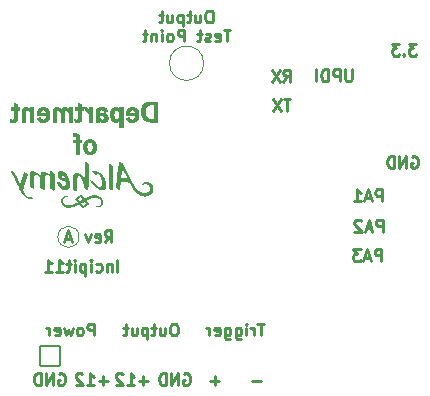
<source format=gbo>
G04 #@! TF.GenerationSoftware,KiCad,Pcbnew,8.0.8*
G04 #@! TF.CreationDate,2025-03-05T20:48:14-06:00*
G04 #@! TF.ProjectId,Incipit11,496e6369-7069-4743-9131-2e6b69636164,A*
G04 #@! TF.SameCoordinates,Original*
G04 #@! TF.FileFunction,Legend,Bot*
G04 #@! TF.FilePolarity,Positive*
%FSLAX46Y46*%
G04 Gerber Fmt 4.6, Leading zero omitted, Abs format (unit mm)*
G04 Created by KiCad (PCBNEW 8.0.8) date 2025-03-05 20:48:14*
%MOMM*%
%LPD*%
G01*
G04 APERTURE LIST*
G04 Aperture macros list*
%AMRoundRect*
0 Rectangle with rounded corners*
0 $1 Rounding radius*
0 $2 $3 $4 $5 $6 $7 $8 $9 X,Y pos of 4 corners*
0 Add a 4 corners polygon primitive as box body*
4,1,4,$2,$3,$4,$5,$6,$7,$8,$9,$2,$3,0*
0 Add four circle primitives for the rounded corners*
1,1,$1+$1,$2,$3*
1,1,$1+$1,$4,$5*
1,1,$1+$1,$6,$7*
1,1,$1+$1,$8,$9*
0 Add four rect primitives between the rounded corners*
20,1,$1+$1,$2,$3,$4,$5,0*
20,1,$1+$1,$4,$5,$6,$7,0*
20,1,$1+$1,$6,$7,$8,$9,0*
20,1,$1+$1,$8,$9,$2,$3,0*%
G04 Aperture macros list end*
%ADD10C,0.013566*%
%ADD11C,0.152321*%
%ADD12C,0.000000*%
%ADD13C,0.100000*%
%ADD14C,0.250000*%
%ADD15C,0.120000*%
%ADD16RoundRect,0.102000X-0.825000X-0.825000X0.825000X-0.825000X0.825000X0.825000X-0.825000X0.825000X0*%
%ADD17C,1.854000*%
%ADD18R,1.700000X1.700000*%
%ADD19O,1.700000X1.700000*%
%ADD20C,2.500000*%
G04 APERTURE END LIST*
D10*
X74037066Y-83616562D02*
X74037066Y-83944822D01*
X74215537Y-83944822D01*
X74215537Y-84144541D01*
X74037066Y-84144541D01*
X74037066Y-84849929D01*
X74036788Y-84868756D01*
X74035954Y-84886994D01*
X74034564Y-84904643D01*
X74032617Y-84921703D01*
X74030115Y-84938173D01*
X74027057Y-84954054D01*
X74023443Y-84969346D01*
X74019272Y-84984048D01*
X74014546Y-84998162D01*
X74009263Y-85011686D01*
X74003424Y-85024620D01*
X73997030Y-85036966D01*
X73990079Y-85048722D01*
X73982572Y-85059889D01*
X73974509Y-85070467D01*
X73965890Y-85080455D01*
X73955533Y-85091004D01*
X73944378Y-85100872D01*
X73932427Y-85110059D01*
X73919679Y-85118566D01*
X73906134Y-85126393D01*
X73891793Y-85133538D01*
X73876655Y-85140004D01*
X73860720Y-85145788D01*
X73843988Y-85150892D01*
X73826460Y-85155316D01*
X73808134Y-85159059D01*
X73789012Y-85162121D01*
X73769094Y-85164503D01*
X73748378Y-85166205D01*
X73726866Y-85167226D01*
X73704557Y-85167566D01*
X73674264Y-85167350D01*
X73645000Y-85166703D01*
X73616765Y-85165624D01*
X73589559Y-85164113D01*
X73563383Y-85162171D01*
X73538236Y-85159798D01*
X73514117Y-85156993D01*
X73491028Y-85153756D01*
X73480404Y-84958286D01*
X73495592Y-84961523D01*
X73511411Y-84964329D01*
X73527860Y-84966702D01*
X73544941Y-84968645D01*
X73562652Y-84970155D01*
X73580993Y-84971234D01*
X73599966Y-84971881D01*
X73619569Y-84972097D01*
X73628654Y-84971929D01*
X73637450Y-84971425D01*
X73645958Y-84970585D01*
X73654177Y-84969408D01*
X73662108Y-84967896D01*
X73669751Y-84966047D01*
X73677105Y-84963862D01*
X73684171Y-84961341D01*
X73690949Y-84958484D01*
X73697438Y-84955291D01*
X73703639Y-84951761D01*
X73709551Y-84947896D01*
X73715175Y-84943694D01*
X73720510Y-84939157D01*
X73725557Y-84934283D01*
X73730316Y-84929073D01*
X73734786Y-84923527D01*
X73738968Y-84917644D01*
X73742862Y-84911426D01*
X73746467Y-84904872D01*
X73749784Y-84897981D01*
X73752812Y-84890754D01*
X73755552Y-84883191D01*
X73758003Y-84875292D01*
X73760166Y-84867057D01*
X73762041Y-84858486D01*
X73764925Y-84840335D01*
X73766655Y-84820840D01*
X73767232Y-84800000D01*
X73767232Y-84144541D01*
X73499524Y-84144541D01*
X73499524Y-83944822D01*
X73767232Y-83944822D01*
X73767232Y-83554946D01*
X74037066Y-83616562D01*
G36*
X74037066Y-83616562D02*
G01*
X74037066Y-83944822D01*
X74215537Y-83944822D01*
X74215537Y-84144541D01*
X74037066Y-84144541D01*
X74037066Y-84849929D01*
X74036788Y-84868756D01*
X74035954Y-84886994D01*
X74034564Y-84904643D01*
X74032617Y-84921703D01*
X74030115Y-84938173D01*
X74027057Y-84954054D01*
X74023443Y-84969346D01*
X74019272Y-84984048D01*
X74014546Y-84998162D01*
X74009263Y-85011686D01*
X74003424Y-85024620D01*
X73997030Y-85036966D01*
X73990079Y-85048722D01*
X73982572Y-85059889D01*
X73974509Y-85070467D01*
X73965890Y-85080455D01*
X73955533Y-85091004D01*
X73944378Y-85100872D01*
X73932427Y-85110059D01*
X73919679Y-85118566D01*
X73906134Y-85126393D01*
X73891793Y-85133538D01*
X73876655Y-85140004D01*
X73860720Y-85145788D01*
X73843988Y-85150892D01*
X73826460Y-85155316D01*
X73808134Y-85159059D01*
X73789012Y-85162121D01*
X73769094Y-85164503D01*
X73748378Y-85166205D01*
X73726866Y-85167226D01*
X73704557Y-85167566D01*
X73674264Y-85167350D01*
X73645000Y-85166703D01*
X73616765Y-85165624D01*
X73589559Y-85164113D01*
X73563383Y-85162171D01*
X73538236Y-85159798D01*
X73514117Y-85156993D01*
X73491028Y-85153756D01*
X73480404Y-84958286D01*
X73495592Y-84961523D01*
X73511411Y-84964329D01*
X73527860Y-84966702D01*
X73544941Y-84968645D01*
X73562652Y-84970155D01*
X73580993Y-84971234D01*
X73599966Y-84971881D01*
X73619569Y-84972097D01*
X73628654Y-84971929D01*
X73637450Y-84971425D01*
X73645958Y-84970585D01*
X73654177Y-84969408D01*
X73662108Y-84967896D01*
X73669751Y-84966047D01*
X73677105Y-84963862D01*
X73684171Y-84961341D01*
X73690949Y-84958484D01*
X73697438Y-84955291D01*
X73703639Y-84951761D01*
X73709551Y-84947896D01*
X73715175Y-84943694D01*
X73720510Y-84939157D01*
X73725557Y-84934283D01*
X73730316Y-84929073D01*
X73734786Y-84923527D01*
X73738968Y-84917644D01*
X73742862Y-84911426D01*
X73746467Y-84904872D01*
X73749784Y-84897981D01*
X73752812Y-84890754D01*
X73755552Y-84883191D01*
X73758003Y-84875292D01*
X73760166Y-84867057D01*
X73762041Y-84858486D01*
X73764925Y-84840335D01*
X73766655Y-84820840D01*
X73767232Y-84800000D01*
X73767232Y-84144541D01*
X73499524Y-84144541D01*
X73499524Y-83944822D01*
X73767232Y-83944822D01*
X73767232Y-83554946D01*
X74037066Y-83616562D01*
G37*
D11*
X80029928Y-92119650D02*
X79603727Y-92345523D01*
D12*
G36*
X75335286Y-89321519D02*
G01*
X75340718Y-89321639D01*
X75345959Y-89321873D01*
X75351049Y-89322258D01*
X75356026Y-89322833D01*
X75358483Y-89323204D01*
X75360926Y-89323636D01*
X75363360Y-89324134D01*
X75365789Y-89324704D01*
X75379069Y-89326178D01*
X75392202Y-89328150D01*
X75405193Y-89330587D01*
X75418047Y-89333455D01*
X75430768Y-89336722D01*
X75443360Y-89340354D01*
X75455829Y-89344318D01*
X75468180Y-89348581D01*
X75492545Y-89357870D01*
X75516492Y-89367956D01*
X75540060Y-89378573D01*
X75563286Y-89389456D01*
X75592273Y-89404461D01*
X75620957Y-89420264D01*
X75649336Y-89436749D01*
X75677412Y-89453804D01*
X75705184Y-89471313D01*
X75732653Y-89489165D01*
X75786681Y-89525436D01*
X75818242Y-89548802D01*
X75849765Y-89572736D01*
X75881212Y-89597202D01*
X75912545Y-89622161D01*
X75943726Y-89647575D01*
X75974717Y-89673406D01*
X76005481Y-89699617D01*
X76035980Y-89726170D01*
X76036429Y-89704170D01*
X76037750Y-89681905D01*
X76039907Y-89659413D01*
X76042860Y-89636730D01*
X76046573Y-89613896D01*
X76051006Y-89590948D01*
X76056122Y-89567924D01*
X76061883Y-89544862D01*
X76065363Y-89534162D01*
X76069121Y-89523909D01*
X76073150Y-89514098D01*
X76077445Y-89504721D01*
X76081998Y-89495770D01*
X76086803Y-89487239D01*
X76091853Y-89479121D01*
X76097142Y-89471409D01*
X76102664Y-89464094D01*
X76108411Y-89457171D01*
X76114378Y-89450632D01*
X76120558Y-89444470D01*
X76126944Y-89438678D01*
X76133530Y-89433249D01*
X76140309Y-89428176D01*
X76147275Y-89423451D01*
X76154421Y-89419068D01*
X76161741Y-89415019D01*
X76169227Y-89411297D01*
X76176875Y-89407895D01*
X76184677Y-89404806D01*
X76192626Y-89402024D01*
X76200717Y-89399540D01*
X76208942Y-89397347D01*
X76225769Y-89393809D01*
X76243057Y-89391353D01*
X76260752Y-89389920D01*
X76278803Y-89389456D01*
X76305298Y-89390450D01*
X76332471Y-89393313D01*
X76360166Y-89397864D01*
X76388226Y-89403924D01*
X76416494Y-89411311D01*
X76444815Y-89419846D01*
X76473031Y-89429349D01*
X76500986Y-89439639D01*
X76555488Y-89461860D01*
X76607069Y-89485067D01*
X76654476Y-89507819D01*
X76696457Y-89528674D01*
X76717091Y-89540967D01*
X76737686Y-89553563D01*
X76758206Y-89566463D01*
X76778612Y-89579667D01*
X76798866Y-89593174D01*
X76818930Y-89606984D01*
X76838767Y-89621098D01*
X76858338Y-89635515D01*
X76858287Y-89578351D01*
X76857933Y-89523008D01*
X76856973Y-89468878D01*
X76855104Y-89415356D01*
X76854965Y-89407003D01*
X76854598Y-89398915D01*
X76854081Y-89391055D01*
X76853487Y-89383385D01*
X76852375Y-89368461D01*
X76852009Y-89361132D01*
X76851870Y-89353841D01*
X76852019Y-89352981D01*
X76852458Y-89351660D01*
X76853172Y-89349951D01*
X76854146Y-89347924D01*
X76855368Y-89345650D01*
X76856821Y-89343200D01*
X76858493Y-89340646D01*
X76860369Y-89338059D01*
X76862434Y-89335510D01*
X76864675Y-89333069D01*
X76865857Y-89331912D01*
X76867077Y-89330809D01*
X76868334Y-89329769D01*
X76869626Y-89328801D01*
X76870951Y-89327913D01*
X76872308Y-89327114D01*
X76873694Y-89326415D01*
X76875108Y-89325822D01*
X76876548Y-89325346D01*
X76878012Y-89324994D01*
X76879499Y-89324777D01*
X76881007Y-89324703D01*
X76889257Y-89325141D01*
X76898143Y-89326391D01*
X76907541Y-89328352D01*
X76917328Y-89330925D01*
X76927381Y-89334010D01*
X76937576Y-89337508D01*
X76947791Y-89341318D01*
X76957900Y-89345342D01*
X76977314Y-89353632D01*
X76994830Y-89361581D01*
X77020226Y-89373267D01*
X77022573Y-89373518D01*
X77025347Y-89374253D01*
X77028517Y-89375444D01*
X77032056Y-89377061D01*
X77040123Y-89381462D01*
X77049313Y-89387229D01*
X77059395Y-89394135D01*
X77070136Y-89401950D01*
X77092667Y-89419403D01*
X77115047Y-89437767D01*
X77135416Y-89455220D01*
X77151914Y-89469941D01*
X77162684Y-89480109D01*
X77173699Y-89491169D01*
X77184638Y-89502418D01*
X77195122Y-89513744D01*
X77200075Y-89519399D01*
X77204772Y-89525031D01*
X77209165Y-89530625D01*
X77213208Y-89536167D01*
X77216852Y-89541642D01*
X77220050Y-89547037D01*
X77222755Y-89552337D01*
X77224919Y-89557528D01*
X77225784Y-89560078D01*
X77226496Y-89562595D01*
X77227048Y-89565078D01*
X77227436Y-89567525D01*
X77229574Y-89596664D01*
X77231181Y-89625802D01*
X77232332Y-89654941D01*
X77233103Y-89684080D01*
X77233812Y-89742357D01*
X77233913Y-89800635D01*
X77233913Y-90182678D01*
X77233710Y-90360949D01*
X77232294Y-90540435D01*
X77228449Y-90719921D01*
X77225236Y-90809285D01*
X77220961Y-90898193D01*
X77211248Y-90959707D01*
X77211241Y-90961074D01*
X77211197Y-90962744D01*
X77211077Y-90964717D01*
X77210977Y-90965817D01*
X77210843Y-90966993D01*
X77210672Y-90968245D01*
X77210458Y-90969573D01*
X77210197Y-90970976D01*
X77209883Y-90972456D01*
X77209513Y-90974011D01*
X77209081Y-90975643D01*
X77208583Y-90977350D01*
X77208014Y-90979133D01*
X77206798Y-90980310D01*
X77205573Y-90981410D01*
X77204328Y-90982434D01*
X77203055Y-90983383D01*
X77201745Y-90984256D01*
X77200387Y-90985052D01*
X77198972Y-90985773D01*
X77197490Y-90986418D01*
X77195933Y-90986987D01*
X77194291Y-90987480D01*
X77192553Y-90987898D01*
X77190711Y-90988239D01*
X77188756Y-90988505D01*
X77186677Y-90988694D01*
X77184465Y-90988808D01*
X77182111Y-90988846D01*
X77180759Y-90988840D01*
X77179178Y-90988796D01*
X77178326Y-90988747D01*
X77177446Y-90988676D01*
X77176546Y-90988575D01*
X77175637Y-90988442D01*
X77174727Y-90988270D01*
X77173827Y-90988056D01*
X77172947Y-90987795D01*
X77172094Y-90987481D01*
X77171280Y-90987111D01*
X77170890Y-90986903D01*
X77170513Y-90986679D01*
X77170150Y-90986438D01*
X77169803Y-90986181D01*
X77169472Y-90985905D01*
X77169159Y-90985611D01*
X77160129Y-90984211D01*
X77151245Y-90982456D01*
X77142504Y-90980368D01*
X77133900Y-90977972D01*
X77125429Y-90975292D01*
X77117086Y-90972351D01*
X77108866Y-90969172D01*
X77100765Y-90965781D01*
X77092778Y-90962199D01*
X77084899Y-90958452D01*
X77069451Y-90950554D01*
X77054381Y-90942276D01*
X77039653Y-90933809D01*
X77021461Y-90922724D01*
X77003382Y-90911297D01*
X76985531Y-90899491D01*
X76968021Y-90887268D01*
X76950967Y-90874589D01*
X76942646Y-90868067D01*
X76934481Y-90861417D01*
X76926487Y-90854634D01*
X76918678Y-90847714D01*
X76911068Y-90840652D01*
X76903672Y-90833442D01*
X76871297Y-90801066D01*
X76868337Y-90797993D01*
X76865523Y-90794843D01*
X76862853Y-90791618D01*
X76860319Y-90788318D01*
X76857919Y-90784941D01*
X76855647Y-90781488D01*
X76853498Y-90777960D01*
X76851467Y-90774355D01*
X76849551Y-90770675D01*
X76847743Y-90766919D01*
X76846040Y-90763087D01*
X76844436Y-90759179D01*
X76842928Y-90755195D01*
X76841509Y-90751135D01*
X76840176Y-90747000D01*
X76838923Y-90742789D01*
X76842129Y-90713511D01*
X76844538Y-90684005D01*
X76846265Y-90654348D01*
X76847422Y-90624615D01*
X76848124Y-90594882D01*
X76848484Y-90565224D01*
X76848636Y-90506441D01*
X76853087Y-90313802D01*
X76854555Y-90217786D01*
X76855112Y-90121163D01*
X76858345Y-89784450D01*
X76857930Y-89783217D01*
X76857300Y-89781950D01*
X76856467Y-89780650D01*
X76855444Y-89779322D01*
X76854243Y-89777967D01*
X76852877Y-89776589D01*
X76849697Y-89773776D01*
X76846005Y-89770906D01*
X76841900Y-89768003D01*
X76837483Y-89765090D01*
X76832851Y-89762191D01*
X76823347Y-89756532D01*
X76814183Y-89751214D01*
X76806158Y-89746427D01*
X76802822Y-89744292D01*
X76800068Y-89742361D01*
X76761218Y-89716459D01*
X76758184Y-89715208D01*
X76755154Y-89713885D01*
X76749127Y-89711046D01*
X76743177Y-89707980D01*
X76737341Y-89704723D01*
X76731657Y-89701315D01*
X76726162Y-89697793D01*
X76720894Y-89694195D01*
X76715892Y-89690558D01*
X76647902Y-89661420D01*
X76592862Y-89654944D01*
X76587969Y-89655625D01*
X76583010Y-89656448D01*
X76577994Y-89657405D01*
X76572930Y-89658484D01*
X76562699Y-89660976D01*
X76552391Y-89663847D01*
X76542084Y-89667021D01*
X76531853Y-89670424D01*
X76521773Y-89673978D01*
X76511920Y-89677608D01*
X76506845Y-89681344D01*
X76501938Y-89685264D01*
X76497195Y-89689362D01*
X76492615Y-89693632D01*
X76488193Y-89698067D01*
X76483927Y-89702663D01*
X76475852Y-89712311D01*
X76468364Y-89722528D01*
X76461441Y-89733267D01*
X76455058Y-89744480D01*
X76449192Y-89756120D01*
X76443820Y-89768140D01*
X76438917Y-89780491D01*
X76434460Y-89793127D01*
X76430425Y-89806000D01*
X76426788Y-89819063D01*
X76423526Y-89832268D01*
X76420614Y-89845567D01*
X76418030Y-89858915D01*
X76416890Y-89865629D01*
X76415893Y-89872409D01*
X76414286Y-89886131D01*
X76413136Y-89900005D01*
X76412364Y-89913954D01*
X76411896Y-89927904D01*
X76411656Y-89941778D01*
X76411555Y-89968994D01*
X76411555Y-90383411D01*
X76409417Y-90425766D01*
X76407811Y-90467893D01*
X76405889Y-90551768D01*
X76405180Y-90635643D01*
X76405079Y-90720125D01*
X76405079Y-90924095D01*
X76405051Y-90926173D01*
X76404965Y-90928157D01*
X76404823Y-90930050D01*
X76404624Y-90931854D01*
X76404368Y-90933570D01*
X76404055Y-90935200D01*
X76403685Y-90936746D01*
X76403258Y-90938209D01*
X76402774Y-90939592D01*
X76402233Y-90940896D01*
X76401636Y-90942123D01*
X76400981Y-90943274D01*
X76400270Y-90944352D01*
X76399502Y-90945359D01*
X76398676Y-90946295D01*
X76397794Y-90947163D01*
X76396855Y-90947965D01*
X76395859Y-90948702D01*
X76394807Y-90949377D01*
X76393697Y-90949990D01*
X76392530Y-90950544D01*
X76391307Y-90951040D01*
X76390026Y-90951481D01*
X76388689Y-90951868D01*
X76387295Y-90952202D01*
X76385844Y-90952487D01*
X76382771Y-90952911D01*
X76379470Y-90953155D01*
X76375943Y-90953234D01*
X76368298Y-90952830D01*
X76360008Y-90951672D01*
X76351186Y-90949840D01*
X76341948Y-90947416D01*
X76332406Y-90944480D01*
X76322674Y-90941112D01*
X76312866Y-90937393D01*
X76303096Y-90933403D01*
X76284126Y-90924936D01*
X76266672Y-90916355D01*
X76251647Y-90908305D01*
X76239961Y-90901431D01*
X76236208Y-90901216D01*
X76232242Y-90900588D01*
X76228082Y-90899566D01*
X76223741Y-90898174D01*
X76219237Y-90896434D01*
X76214586Y-90894367D01*
X76204904Y-90889341D01*
X76194823Y-90883271D01*
X76184472Y-90876333D01*
X76173979Y-90868703D01*
X76163472Y-90860556D01*
X76153078Y-90852068D01*
X76142926Y-90843414D01*
X76123860Y-90826309D01*
X76107299Y-90810646D01*
X76094265Y-90797828D01*
X76061891Y-90765450D01*
X76052278Y-90751337D01*
X76047662Y-90744451D01*
X76043274Y-90737526D01*
X76041189Y-90734015D01*
X76039189Y-90730450D01*
X76037284Y-90726820D01*
X76035484Y-90723109D01*
X76033797Y-90719303D01*
X76032234Y-90715388D01*
X76030804Y-90711349D01*
X76029516Y-90707173D01*
X76027647Y-90648390D01*
X76026687Y-90589000D01*
X76026283Y-90470827D01*
X76028152Y-90376177D01*
X76029112Y-90281830D01*
X76029516Y-90095261D01*
X76032750Y-89904241D01*
X76005110Y-89881964D01*
X75977963Y-89858965D01*
X75951195Y-89835436D01*
X75924693Y-89811565D01*
X75872032Y-89763557D01*
X75845645Y-89739799D01*
X75819068Y-89716459D01*
X75793169Y-89690558D01*
X75791348Y-89690181D01*
X75789528Y-89689659D01*
X75787708Y-89689003D01*
X75785891Y-89688219D01*
X75784075Y-89687317D01*
X75782263Y-89686305D01*
X75780455Y-89685191D01*
X75778650Y-89683983D01*
X75775056Y-89681319D01*
X75771486Y-89678380D01*
X75767944Y-89675233D01*
X75764435Y-89671943D01*
X75750828Y-89658688D01*
X75747556Y-89655683D01*
X75744346Y-89652934D01*
X75741203Y-89650507D01*
X75739657Y-89649435D01*
X75738130Y-89648469D01*
X75696042Y-89612856D01*
X75694847Y-89612819D01*
X75693688Y-89612710D01*
X75692565Y-89612533D01*
X75691476Y-89612293D01*
X75690421Y-89611994D01*
X75689397Y-89611640D01*
X75688405Y-89611234D01*
X75687442Y-89610782D01*
X75686507Y-89610287D01*
X75685600Y-89609754D01*
X75684719Y-89609186D01*
X75683862Y-89608588D01*
X75682220Y-89607318D01*
X75680662Y-89605976D01*
X75679181Y-89604597D01*
X75677766Y-89603213D01*
X75675097Y-89600563D01*
X75673825Y-89599364D01*
X75672581Y-89598293D01*
X75671355Y-89597383D01*
X75670747Y-89596999D01*
X75670140Y-89596668D01*
X75660425Y-89590192D01*
X75637760Y-89590192D01*
X75634762Y-89590230D01*
X75631835Y-89590344D01*
X75628975Y-89590533D01*
X75626176Y-89590799D01*
X75623434Y-89591140D01*
X75620744Y-89591557D01*
X75618102Y-89592050D01*
X75615503Y-89592619D01*
X75612941Y-89593264D01*
X75610412Y-89593985D01*
X75607912Y-89594782D01*
X75605436Y-89595654D01*
X75602979Y-89596603D01*
X75600536Y-89597628D01*
X75598102Y-89598728D01*
X75595673Y-89599905D01*
X75591508Y-89602721D01*
X75587510Y-89605701D01*
X75583674Y-89608839D01*
X75579997Y-89612128D01*
X75576474Y-89615562D01*
X75573101Y-89619134D01*
X75569873Y-89622837D01*
X75566787Y-89626666D01*
X75561024Y-89634672D01*
X75555778Y-89643101D01*
X75551015Y-89651899D01*
X75546703Y-89661015D01*
X75542809Y-89670397D01*
X75539298Y-89679992D01*
X75536139Y-89689748D01*
X75533297Y-89699613D01*
X75530740Y-89709536D01*
X75528434Y-89719463D01*
X75524444Y-89739122D01*
X75522306Y-89752339D01*
X75520700Y-89765327D01*
X75519549Y-89778164D01*
X75518778Y-89790925D01*
X75518310Y-89803686D01*
X75518070Y-89816523D01*
X75517968Y-89842728D01*
X75517968Y-90253905D01*
X75515831Y-90295476D01*
X75514224Y-90337577D01*
X75512302Y-90423071D01*
X75511593Y-90509779D01*
X75511492Y-90597093D01*
X75511492Y-90807539D01*
X75511464Y-90809617D01*
X75511378Y-90811601D01*
X75511236Y-90813494D01*
X75511037Y-90815298D01*
X75510781Y-90817014D01*
X75510468Y-90818644D01*
X75510098Y-90820190D01*
X75509671Y-90821653D01*
X75509187Y-90823036D01*
X75508646Y-90824340D01*
X75508049Y-90825567D01*
X75507394Y-90826718D01*
X75506683Y-90827796D01*
X75505914Y-90828803D01*
X75505089Y-90829739D01*
X75504207Y-90830607D01*
X75503268Y-90831409D01*
X75502272Y-90832146D01*
X75501219Y-90832821D01*
X75500109Y-90833434D01*
X75498942Y-90833988D01*
X75497719Y-90834484D01*
X75496438Y-90834925D01*
X75495101Y-90835312D01*
X75493706Y-90835647D01*
X75492255Y-90835931D01*
X75489181Y-90836355D01*
X75485880Y-90836600D01*
X75482352Y-90836678D01*
X75474707Y-90836275D01*
X75466417Y-90835122D01*
X75457596Y-90833306D01*
X75448357Y-90830911D01*
X75438815Y-90828023D01*
X75429083Y-90824726D01*
X75419276Y-90821108D01*
X75409506Y-90817252D01*
X75390535Y-90809171D01*
X75373082Y-90801165D01*
X75346370Y-90788113D01*
X75342617Y-90787890D01*
X75338652Y-90787234D01*
X75334491Y-90786169D01*
X75330151Y-90784718D01*
X75325647Y-90782904D01*
X75320995Y-90780750D01*
X75311313Y-90775517D01*
X75301233Y-90769202D01*
X75290882Y-90761991D01*
X75280389Y-90754068D01*
X75269882Y-90745619D01*
X75259488Y-90736829D01*
X75249336Y-90727882D01*
X75230270Y-90710258D01*
X75213709Y-90694228D01*
X75200675Y-90681271D01*
X75168301Y-90648895D01*
X75163457Y-90642679D01*
X75158689Y-90636197D01*
X75154073Y-90629488D01*
X75151846Y-90626060D01*
X75149685Y-90622589D01*
X75147600Y-90619080D01*
X75145600Y-90615538D01*
X75143696Y-90611968D01*
X75141895Y-90608374D01*
X75140208Y-90604761D01*
X75138645Y-90601133D01*
X75137214Y-90597496D01*
X75135926Y-90593854D01*
X75134057Y-90533655D01*
X75133097Y-90474062D01*
X75132693Y-90354270D01*
X75134562Y-90259620D01*
X75135521Y-90165274D01*
X75135926Y-89978706D01*
X75142393Y-89661420D01*
X75142697Y-89607999D01*
X75143418Y-89581289D01*
X75144822Y-89554578D01*
X75147136Y-89527868D01*
X75148706Y-89514513D01*
X75150589Y-89501158D01*
X75152814Y-89487802D01*
X75155408Y-89474447D01*
X75158401Y-89461092D01*
X75161821Y-89447737D01*
X75163793Y-89440990D01*
X75166064Y-89434135D01*
X75168629Y-89427213D01*
X75171483Y-89420268D01*
X75174622Y-89413341D01*
X75178040Y-89406476D01*
X75181734Y-89399716D01*
X75185698Y-89393102D01*
X75189927Y-89386679D01*
X75194418Y-89380487D01*
X75199164Y-89374571D01*
X75204162Y-89368972D01*
X75209407Y-89363734D01*
X75214893Y-89358898D01*
X75220617Y-89354509D01*
X75226573Y-89350608D01*
X75232608Y-89346546D01*
X75238581Y-89342849D01*
X75244507Y-89339503D01*
X75250400Y-89336494D01*
X75256274Y-89333807D01*
X75262143Y-89331428D01*
X75268021Y-89329344D01*
X75273923Y-89327539D01*
X75279864Y-89326000D01*
X75285856Y-89324713D01*
X75291915Y-89323662D01*
X75298054Y-89322835D01*
X75304288Y-89322216D01*
X75310631Y-89321791D01*
X75317097Y-89321547D01*
X75323701Y-89321469D01*
X75335286Y-89321519D01*
G37*
D11*
X79043647Y-91663372D02*
X79469848Y-91437501D01*
D10*
X80728164Y-87266733D02*
X80727658Y-87299927D01*
X80726139Y-87332315D01*
X80723608Y-87363899D01*
X80720064Y-87394678D01*
X80715508Y-87424651D01*
X80709939Y-87453820D01*
X80703357Y-87482183D01*
X80695763Y-87509742D01*
X80687156Y-87536495D01*
X80677537Y-87562443D01*
X80666906Y-87587586D01*
X80655261Y-87611925D01*
X80642605Y-87635458D01*
X80628936Y-87658186D01*
X80614254Y-87680109D01*
X80598560Y-87701227D01*
X80579778Y-87723996D01*
X80560083Y-87745297D01*
X80539476Y-87765128D01*
X80517955Y-87783491D01*
X80495522Y-87800384D01*
X80472175Y-87815809D01*
X80447916Y-87829764D01*
X80422744Y-87842251D01*
X80396658Y-87853269D01*
X80369660Y-87862817D01*
X80341749Y-87870897D01*
X80312925Y-87877507D01*
X80283188Y-87882649D01*
X80252538Y-87886321D01*
X80220975Y-87888525D01*
X80188499Y-87889259D01*
X80160148Y-87888682D01*
X80132461Y-87886952D01*
X80105438Y-87884068D01*
X80079079Y-87880030D01*
X80053383Y-87874839D01*
X80028352Y-87868494D01*
X80003985Y-87860995D01*
X79980281Y-87852343D01*
X79957242Y-87842537D01*
X79934867Y-87831578D01*
X79913155Y-87819465D01*
X79892108Y-87806198D01*
X79871724Y-87791778D01*
X79852005Y-87776204D01*
X79832949Y-87759476D01*
X79814557Y-87741595D01*
X79794232Y-87719548D01*
X79775218Y-87696429D01*
X79757516Y-87672241D01*
X79741124Y-87646981D01*
X79726044Y-87620651D01*
X79712276Y-87593251D01*
X79699818Y-87564779D01*
X79688672Y-87535237D01*
X79678837Y-87504625D01*
X79670314Y-87472942D01*
X79663102Y-87440188D01*
X79657201Y-87406363D01*
X79652611Y-87371468D01*
X79649333Y-87335503D01*
X79647366Y-87298466D01*
X79646747Y-87262484D01*
X79927166Y-87262484D01*
X79927421Y-87288889D01*
X79928187Y-87314455D01*
X79929463Y-87339183D01*
X79931249Y-87363073D01*
X79933546Y-87386125D01*
X79936353Y-87408339D01*
X79939671Y-87429714D01*
X79943499Y-87450251D01*
X79947838Y-87469950D01*
X79952687Y-87488810D01*
X79958046Y-87506832D01*
X79963916Y-87524016D01*
X79970296Y-87540362D01*
X79977187Y-87555870D01*
X79984588Y-87570539D01*
X79992499Y-87584370D01*
X80000921Y-87597363D01*
X80009853Y-87609517D01*
X80019296Y-87620834D01*
X80029249Y-87631312D01*
X80039713Y-87640952D01*
X80050687Y-87649753D01*
X80062171Y-87657717D01*
X80074166Y-87664842D01*
X80086671Y-87671128D01*
X80099687Y-87676577D01*
X80113213Y-87681187D01*
X80127249Y-87684960D01*
X80141796Y-87687893D01*
X80156853Y-87689989D01*
X80172421Y-87691246D01*
X80188499Y-87691666D01*
X80204447Y-87691246D01*
X80219888Y-87689989D01*
X80234823Y-87687893D01*
X80249252Y-87684960D01*
X80263174Y-87681187D01*
X80276590Y-87676577D01*
X80289500Y-87671128D01*
X80301904Y-87664842D01*
X80313801Y-87657717D01*
X80325192Y-87649753D01*
X80336077Y-87640952D01*
X80346455Y-87631312D01*
X80356328Y-87620834D01*
X80365694Y-87609517D01*
X80374553Y-87597363D01*
X80382907Y-87584370D01*
X80398095Y-87555870D01*
X80411258Y-87524016D01*
X80422396Y-87488810D01*
X80431508Y-87450251D01*
X80438596Y-87408339D01*
X80443659Y-87363073D01*
X80446696Y-87314455D01*
X80447709Y-87262484D01*
X80447454Y-87236210D01*
X80446688Y-87210770D01*
X80445412Y-87186164D01*
X80443626Y-87162392D01*
X80441329Y-87139455D01*
X80438521Y-87117351D01*
X80435204Y-87096082D01*
X80431376Y-87075646D01*
X80427037Y-87056045D01*
X80422188Y-87037278D01*
X80416829Y-87019345D01*
X80410959Y-87002246D01*
X80404579Y-86985981D01*
X80397688Y-86970550D01*
X80390287Y-86955954D01*
X80382376Y-86942191D01*
X80373954Y-86929262D01*
X80365021Y-86917168D01*
X80355579Y-86905908D01*
X80345626Y-86895482D01*
X80335162Y-86885889D01*
X80324188Y-86877131D01*
X80312704Y-86869208D01*
X80300709Y-86862118D01*
X80288204Y-86855862D01*
X80275188Y-86850440D01*
X80261662Y-86845853D01*
X80247625Y-86842099D01*
X80233079Y-86839180D01*
X80218021Y-86837095D01*
X80202454Y-86835844D01*
X80186375Y-86835427D01*
X80170428Y-86835844D01*
X80154987Y-86837095D01*
X80140052Y-86839180D01*
X80125623Y-86842099D01*
X80111700Y-86845853D01*
X80098284Y-86850440D01*
X80085374Y-86855862D01*
X80072971Y-86862118D01*
X80061074Y-86869208D01*
X80049682Y-86877131D01*
X80038798Y-86885889D01*
X80028419Y-86895482D01*
X80018547Y-86905908D01*
X80009181Y-86917168D01*
X80000321Y-86929262D01*
X79991968Y-86942191D01*
X79976780Y-86970550D01*
X79963617Y-87002246D01*
X79952479Y-87037278D01*
X79943366Y-87075646D01*
X79936279Y-87117351D01*
X79931216Y-87162392D01*
X79928178Y-87210770D01*
X79927166Y-87262484D01*
X79646747Y-87262484D01*
X79646710Y-87260359D01*
X79647221Y-87227290D01*
X79648752Y-87195009D01*
X79651304Y-87163517D01*
X79654877Y-87132813D01*
X79659471Y-87102897D01*
X79665085Y-87073770D01*
X79671721Y-87045432D01*
X79679377Y-87017882D01*
X79688054Y-86991120D01*
X79697752Y-86965147D01*
X79708470Y-86939962D01*
X79720210Y-86915566D01*
X79732971Y-86891958D01*
X79746752Y-86869139D01*
X79761554Y-86847108D01*
X79777377Y-86825866D01*
X79796279Y-86803096D01*
X79816069Y-86781796D01*
X79836748Y-86761964D01*
X79858314Y-86743601D01*
X79880768Y-86726708D01*
X79904110Y-86711283D01*
X79928341Y-86697328D01*
X79953459Y-86684841D01*
X79979466Y-86673824D01*
X80006360Y-86664275D01*
X80034143Y-86656196D01*
X80062813Y-86649585D01*
X80092372Y-86644444D01*
X80122818Y-86640771D01*
X80154153Y-86638567D01*
X80186375Y-86637833D01*
X80214473Y-86638410D01*
X80241932Y-86640140D01*
X80268752Y-86643024D01*
X80294932Y-86647062D01*
X80320474Y-86652253D01*
X80345376Y-86658598D01*
X80369640Y-86666097D01*
X80393264Y-86674749D01*
X80416249Y-86684555D01*
X80438596Y-86695514D01*
X80460303Y-86707628D01*
X80481371Y-86720894D01*
X80501800Y-86735315D01*
X80521590Y-86750889D01*
X80540741Y-86767616D01*
X80559253Y-86785497D01*
X80579707Y-86807669D01*
X80598842Y-86830895D01*
X80616657Y-86855175D01*
X80633152Y-86880509D01*
X80648328Y-86906897D01*
X80662184Y-86934339D01*
X80674720Y-86962836D01*
X80685937Y-86992386D01*
X80695834Y-87022990D01*
X80704412Y-87054648D01*
X80711669Y-87087361D01*
X80717608Y-87121127D01*
X80722226Y-87155947D01*
X80725525Y-87191822D01*
X80727505Y-87228750D01*
X80728091Y-87262484D01*
X80728164Y-87266733D01*
G36*
X80728164Y-87266733D02*
G01*
X80727658Y-87299927D01*
X80726139Y-87332315D01*
X80723608Y-87363899D01*
X80720064Y-87394678D01*
X80715508Y-87424651D01*
X80709939Y-87453820D01*
X80703357Y-87482183D01*
X80695763Y-87509742D01*
X80687156Y-87536495D01*
X80677537Y-87562443D01*
X80666906Y-87587586D01*
X80655261Y-87611925D01*
X80642605Y-87635458D01*
X80628936Y-87658186D01*
X80614254Y-87680109D01*
X80598560Y-87701227D01*
X80579778Y-87723996D01*
X80560083Y-87745297D01*
X80539476Y-87765128D01*
X80517955Y-87783491D01*
X80495522Y-87800384D01*
X80472175Y-87815809D01*
X80447916Y-87829764D01*
X80422744Y-87842251D01*
X80396658Y-87853269D01*
X80369660Y-87862817D01*
X80341749Y-87870897D01*
X80312925Y-87877507D01*
X80283188Y-87882649D01*
X80252538Y-87886321D01*
X80220975Y-87888525D01*
X80188499Y-87889259D01*
X80160148Y-87888682D01*
X80132461Y-87886952D01*
X80105438Y-87884068D01*
X80079079Y-87880030D01*
X80053383Y-87874839D01*
X80028352Y-87868494D01*
X80003985Y-87860995D01*
X79980281Y-87852343D01*
X79957242Y-87842537D01*
X79934867Y-87831578D01*
X79913155Y-87819465D01*
X79892108Y-87806198D01*
X79871724Y-87791778D01*
X79852005Y-87776204D01*
X79832949Y-87759476D01*
X79814557Y-87741595D01*
X79794232Y-87719548D01*
X79775218Y-87696429D01*
X79757516Y-87672241D01*
X79741124Y-87646981D01*
X79726044Y-87620651D01*
X79712276Y-87593251D01*
X79699818Y-87564779D01*
X79688672Y-87535237D01*
X79678837Y-87504625D01*
X79670314Y-87472942D01*
X79663102Y-87440188D01*
X79657201Y-87406363D01*
X79652611Y-87371468D01*
X79649333Y-87335503D01*
X79647366Y-87298466D01*
X79646747Y-87262484D01*
X79927166Y-87262484D01*
X79927421Y-87288889D01*
X79928187Y-87314455D01*
X79929463Y-87339183D01*
X79931249Y-87363073D01*
X79933546Y-87386125D01*
X79936353Y-87408339D01*
X79939671Y-87429714D01*
X79943499Y-87450251D01*
X79947838Y-87469950D01*
X79952687Y-87488810D01*
X79958046Y-87506832D01*
X79963916Y-87524016D01*
X79970296Y-87540362D01*
X79977187Y-87555870D01*
X79984588Y-87570539D01*
X79992499Y-87584370D01*
X80000921Y-87597363D01*
X80009853Y-87609517D01*
X80019296Y-87620834D01*
X80029249Y-87631312D01*
X80039713Y-87640952D01*
X80050687Y-87649753D01*
X80062171Y-87657717D01*
X80074166Y-87664842D01*
X80086671Y-87671128D01*
X80099687Y-87676577D01*
X80113213Y-87681187D01*
X80127249Y-87684960D01*
X80141796Y-87687893D01*
X80156853Y-87689989D01*
X80172421Y-87691246D01*
X80188499Y-87691666D01*
X80204447Y-87691246D01*
X80219888Y-87689989D01*
X80234823Y-87687893D01*
X80249252Y-87684960D01*
X80263174Y-87681187D01*
X80276590Y-87676577D01*
X80289500Y-87671128D01*
X80301904Y-87664842D01*
X80313801Y-87657717D01*
X80325192Y-87649753D01*
X80336077Y-87640952D01*
X80346455Y-87631312D01*
X80356328Y-87620834D01*
X80365694Y-87609517D01*
X80374553Y-87597363D01*
X80382907Y-87584370D01*
X80398095Y-87555870D01*
X80411258Y-87524016D01*
X80422396Y-87488810D01*
X80431508Y-87450251D01*
X80438596Y-87408339D01*
X80443659Y-87363073D01*
X80446696Y-87314455D01*
X80447709Y-87262484D01*
X80447454Y-87236210D01*
X80446688Y-87210770D01*
X80445412Y-87186164D01*
X80443626Y-87162392D01*
X80441329Y-87139455D01*
X80438521Y-87117351D01*
X80435204Y-87096082D01*
X80431376Y-87075646D01*
X80427037Y-87056045D01*
X80422188Y-87037278D01*
X80416829Y-87019345D01*
X80410959Y-87002246D01*
X80404579Y-86985981D01*
X80397688Y-86970550D01*
X80390287Y-86955954D01*
X80382376Y-86942191D01*
X80373954Y-86929262D01*
X80365021Y-86917168D01*
X80355579Y-86905908D01*
X80345626Y-86895482D01*
X80335162Y-86885889D01*
X80324188Y-86877131D01*
X80312704Y-86869208D01*
X80300709Y-86862118D01*
X80288204Y-86855862D01*
X80275188Y-86850440D01*
X80261662Y-86845853D01*
X80247625Y-86842099D01*
X80233079Y-86839180D01*
X80218021Y-86837095D01*
X80202454Y-86835844D01*
X80186375Y-86835427D01*
X80170428Y-86835844D01*
X80154987Y-86837095D01*
X80140052Y-86839180D01*
X80125623Y-86842099D01*
X80111700Y-86845853D01*
X80098284Y-86850440D01*
X80085374Y-86855862D01*
X80072971Y-86862118D01*
X80061074Y-86869208D01*
X80049682Y-86877131D01*
X80038798Y-86885889D01*
X80028419Y-86895482D01*
X80018547Y-86905908D01*
X80009181Y-86917168D01*
X80000321Y-86929262D01*
X79991968Y-86942191D01*
X79976780Y-86970550D01*
X79963617Y-87002246D01*
X79952479Y-87037278D01*
X79943366Y-87075646D01*
X79936279Y-87117351D01*
X79931216Y-87162392D01*
X79928178Y-87210770D01*
X79927166Y-87262484D01*
X79646747Y-87262484D01*
X79646710Y-87260359D01*
X79647221Y-87227290D01*
X79648752Y-87195009D01*
X79651304Y-87163517D01*
X79654877Y-87132813D01*
X79659471Y-87102897D01*
X79665085Y-87073770D01*
X79671721Y-87045432D01*
X79679377Y-87017882D01*
X79688054Y-86991120D01*
X79697752Y-86965147D01*
X79708470Y-86939962D01*
X79720210Y-86915566D01*
X79732971Y-86891958D01*
X79746752Y-86869139D01*
X79761554Y-86847108D01*
X79777377Y-86825866D01*
X79796279Y-86803096D01*
X79816069Y-86781796D01*
X79836748Y-86761964D01*
X79858314Y-86743601D01*
X79880768Y-86726708D01*
X79904110Y-86711283D01*
X79928341Y-86697328D01*
X79953459Y-86684841D01*
X79979466Y-86673824D01*
X80006360Y-86664275D01*
X80034143Y-86656196D01*
X80062813Y-86649585D01*
X80092372Y-86644444D01*
X80122818Y-86640771D01*
X80154153Y-86638567D01*
X80186375Y-86637833D01*
X80214473Y-86638410D01*
X80241932Y-86640140D01*
X80268752Y-86643024D01*
X80294932Y-86647062D01*
X80320474Y-86652253D01*
X80345376Y-86658598D01*
X80369640Y-86666097D01*
X80393264Y-86674749D01*
X80416249Y-86684555D01*
X80438596Y-86695514D01*
X80460303Y-86707628D01*
X80481371Y-86720894D01*
X80501800Y-86735315D01*
X80521590Y-86750889D01*
X80540741Y-86767616D01*
X80559253Y-86785497D01*
X80579707Y-86807669D01*
X80598842Y-86830895D01*
X80616657Y-86855175D01*
X80633152Y-86880509D01*
X80648328Y-86906897D01*
X80662184Y-86934339D01*
X80674720Y-86962836D01*
X80685937Y-86992386D01*
X80695834Y-87022990D01*
X80704412Y-87054648D01*
X80711669Y-87087361D01*
X80717608Y-87121127D01*
X80722226Y-87155947D01*
X80725525Y-87191822D01*
X80727505Y-87228750D01*
X80728091Y-87262484D01*
X80728164Y-87266733D01*
G37*
X85911813Y-85138883D02*
X85385959Y-85138883D01*
X85341113Y-85138152D01*
X85297403Y-85135961D01*
X85254831Y-85132310D01*
X85213396Y-85127197D01*
X85173098Y-85120624D01*
X85133937Y-85112590D01*
X85095913Y-85103096D01*
X85059026Y-85092140D01*
X85023276Y-85079724D01*
X84988663Y-85065848D01*
X84955188Y-85050510D01*
X84922849Y-85033712D01*
X84891647Y-85015453D01*
X84861582Y-84995734D01*
X84832654Y-84974554D01*
X84804863Y-84951913D01*
X84773218Y-84923035D01*
X84743613Y-84892439D01*
X84716051Y-84860125D01*
X84690530Y-84826093D01*
X84667051Y-84790343D01*
X84645613Y-84752875D01*
X84626218Y-84713689D01*
X84608863Y-84672785D01*
X84593551Y-84630163D01*
X84580280Y-84585824D01*
X84569051Y-84539766D01*
X84559863Y-84491990D01*
X84552718Y-84442496D01*
X84547613Y-84391284D01*
X84544551Y-84338354D01*
X84543570Y-84285831D01*
X84854793Y-84285831D01*
X84855291Y-84322597D01*
X84856785Y-84358269D01*
X84859275Y-84392844D01*
X84862760Y-84426324D01*
X84867242Y-84458709D01*
X84872720Y-84489998D01*
X84879193Y-84520191D01*
X84886663Y-84549289D01*
X84895128Y-84577292D01*
X84904589Y-84604198D01*
X84915047Y-84630010D01*
X84926500Y-84654726D01*
X84938949Y-84678346D01*
X84952394Y-84700870D01*
X84966835Y-84722300D01*
X84982272Y-84742633D01*
X84999809Y-84763216D01*
X85018425Y-84782471D01*
X85038119Y-84800398D01*
X85058893Y-84816997D01*
X85080746Y-84832268D01*
X85103677Y-84846211D01*
X85127687Y-84858826D01*
X85152777Y-84870113D01*
X85178945Y-84880073D01*
X85206192Y-84888704D01*
X85234518Y-84896008D01*
X85263923Y-84901983D01*
X85294407Y-84906631D01*
X85325970Y-84909951D01*
X85358612Y-84911943D01*
X85392333Y-84912607D01*
X85620733Y-84912607D01*
X85620733Y-83677115D01*
X85377460Y-83677115D01*
X85345303Y-83677709D01*
X85314168Y-83679492D01*
X85284053Y-83682465D01*
X85254960Y-83686626D01*
X85226887Y-83691976D01*
X85199835Y-83698515D01*
X85173803Y-83706243D01*
X85148793Y-83715159D01*
X85124803Y-83725265D01*
X85101835Y-83736560D01*
X85079887Y-83749043D01*
X85058960Y-83762715D01*
X85039053Y-83777577D01*
X85020168Y-83793627D01*
X85002303Y-83810866D01*
X84985460Y-83829294D01*
X84969637Y-83848910D01*
X84954835Y-83869716D01*
X84941053Y-83891711D01*
X84928293Y-83914894D01*
X84916553Y-83939267D01*
X84905835Y-83964828D01*
X84896137Y-83991578D01*
X84887460Y-84019517D01*
X84879803Y-84048645D01*
X84873168Y-84078962D01*
X84862960Y-84143163D01*
X84856835Y-84212119D01*
X84854793Y-84285831D01*
X84543570Y-84285831D01*
X84543530Y-84283706D01*
X84544256Y-84235669D01*
X84546435Y-84189026D01*
X84550066Y-84143777D01*
X84555149Y-84099923D01*
X84561685Y-84057462D01*
X84569673Y-84016397D01*
X84579114Y-83976725D01*
X84590007Y-83938448D01*
X84602353Y-83901565D01*
X84616150Y-83866077D01*
X84631401Y-83831982D01*
X84648103Y-83799283D01*
X84666258Y-83767977D01*
X84685866Y-83738066D01*
X84706926Y-83709549D01*
X84729438Y-83682426D01*
X84755876Y-83654382D01*
X84783932Y-83628148D01*
X84813607Y-83603722D01*
X84844900Y-83581106D01*
X84877811Y-83560300D01*
X84912341Y-83541302D01*
X84948490Y-83524114D01*
X84986256Y-83508735D01*
X85025641Y-83495165D01*
X85066645Y-83483405D01*
X85109267Y-83473454D01*
X85153507Y-83465312D01*
X85199366Y-83458980D01*
X85246843Y-83454457D01*
X85295939Y-83451743D01*
X85346653Y-83450838D01*
X85911813Y-83450838D01*
X85911813Y-84912607D01*
X85911813Y-85138883D01*
G36*
X85911813Y-85138883D02*
G01*
X85385959Y-85138883D01*
X85341113Y-85138152D01*
X85297403Y-85135961D01*
X85254831Y-85132310D01*
X85213396Y-85127197D01*
X85173098Y-85120624D01*
X85133937Y-85112590D01*
X85095913Y-85103096D01*
X85059026Y-85092140D01*
X85023276Y-85079724D01*
X84988663Y-85065848D01*
X84955188Y-85050510D01*
X84922849Y-85033712D01*
X84891647Y-85015453D01*
X84861582Y-84995734D01*
X84832654Y-84974554D01*
X84804863Y-84951913D01*
X84773218Y-84923035D01*
X84743613Y-84892439D01*
X84716051Y-84860125D01*
X84690530Y-84826093D01*
X84667051Y-84790343D01*
X84645613Y-84752875D01*
X84626218Y-84713689D01*
X84608863Y-84672785D01*
X84593551Y-84630163D01*
X84580280Y-84585824D01*
X84569051Y-84539766D01*
X84559863Y-84491990D01*
X84552718Y-84442496D01*
X84547613Y-84391284D01*
X84544551Y-84338354D01*
X84543570Y-84285831D01*
X84854793Y-84285831D01*
X84855291Y-84322597D01*
X84856785Y-84358269D01*
X84859275Y-84392844D01*
X84862760Y-84426324D01*
X84867242Y-84458709D01*
X84872720Y-84489998D01*
X84879193Y-84520191D01*
X84886663Y-84549289D01*
X84895128Y-84577292D01*
X84904589Y-84604198D01*
X84915047Y-84630010D01*
X84926500Y-84654726D01*
X84938949Y-84678346D01*
X84952394Y-84700870D01*
X84966835Y-84722300D01*
X84982272Y-84742633D01*
X84999809Y-84763216D01*
X85018425Y-84782471D01*
X85038119Y-84800398D01*
X85058893Y-84816997D01*
X85080746Y-84832268D01*
X85103677Y-84846211D01*
X85127687Y-84858826D01*
X85152777Y-84870113D01*
X85178945Y-84880073D01*
X85206192Y-84888704D01*
X85234518Y-84896008D01*
X85263923Y-84901983D01*
X85294407Y-84906631D01*
X85325970Y-84909951D01*
X85358612Y-84911943D01*
X85392333Y-84912607D01*
X85620733Y-84912607D01*
X85620733Y-83677115D01*
X85377460Y-83677115D01*
X85345303Y-83677709D01*
X85314168Y-83679492D01*
X85284053Y-83682465D01*
X85254960Y-83686626D01*
X85226887Y-83691976D01*
X85199835Y-83698515D01*
X85173803Y-83706243D01*
X85148793Y-83715159D01*
X85124803Y-83725265D01*
X85101835Y-83736560D01*
X85079887Y-83749043D01*
X85058960Y-83762715D01*
X85039053Y-83777577D01*
X85020168Y-83793627D01*
X85002303Y-83810866D01*
X84985460Y-83829294D01*
X84969637Y-83848910D01*
X84954835Y-83869716D01*
X84941053Y-83891711D01*
X84928293Y-83914894D01*
X84916553Y-83939267D01*
X84905835Y-83964828D01*
X84896137Y-83991578D01*
X84887460Y-84019517D01*
X84879803Y-84048645D01*
X84873168Y-84078962D01*
X84862960Y-84143163D01*
X84856835Y-84212119D01*
X84854793Y-84285831D01*
X84543570Y-84285831D01*
X84543530Y-84283706D01*
X84544256Y-84235669D01*
X84546435Y-84189026D01*
X84550066Y-84143777D01*
X84555149Y-84099923D01*
X84561685Y-84057462D01*
X84569673Y-84016397D01*
X84579114Y-83976725D01*
X84590007Y-83938448D01*
X84602353Y-83901565D01*
X84616150Y-83866077D01*
X84631401Y-83831982D01*
X84648103Y-83799283D01*
X84666258Y-83767977D01*
X84685866Y-83738066D01*
X84706926Y-83709549D01*
X84729438Y-83682426D01*
X84755876Y-83654382D01*
X84783932Y-83628148D01*
X84813607Y-83603722D01*
X84844900Y-83581106D01*
X84877811Y-83560300D01*
X84912341Y-83541302D01*
X84948490Y-83524114D01*
X84986256Y-83508735D01*
X85025641Y-83495165D01*
X85066645Y-83483405D01*
X85109267Y-83473454D01*
X85153507Y-83465312D01*
X85199366Y-83458980D01*
X85246843Y-83454457D01*
X85295939Y-83451743D01*
X85346653Y-83450838D01*
X85911813Y-83450838D01*
X85911813Y-84912607D01*
X85911813Y-85138883D01*
G37*
X84324026Y-84437819D02*
X84327346Y-84473897D01*
X84329338Y-84511054D01*
X84330002Y-84549289D01*
X84329491Y-84583110D01*
X84327960Y-84616050D01*
X84325408Y-84648111D01*
X84321835Y-84679292D01*
X84317241Y-84709593D01*
X84311627Y-84739015D01*
X84304991Y-84767557D01*
X84297335Y-84795219D01*
X84288658Y-84822002D01*
X84278960Y-84847904D01*
X84268241Y-84872927D01*
X84256502Y-84897070D01*
X84243741Y-84920334D01*
X84229960Y-84942718D01*
X84215158Y-84964222D01*
X84199335Y-84984846D01*
X84180209Y-85007229D01*
X84160012Y-85028169D01*
X84138745Y-85047664D01*
X84116407Y-85065715D01*
X84092998Y-85082323D01*
X84068519Y-85097486D01*
X84042969Y-85111205D01*
X84016348Y-85123480D01*
X83988657Y-85134310D01*
X83959895Y-85143697D01*
X83930063Y-85151640D01*
X83899160Y-85158138D01*
X83867186Y-85163192D01*
X83834142Y-85166803D01*
X83800027Y-85168969D01*
X83764841Y-85169691D01*
X83717061Y-85168338D01*
X83693986Y-85166647D01*
X83671455Y-85164280D01*
X83649468Y-85161236D01*
X83628024Y-85157516D01*
X83607124Y-85153119D01*
X83586767Y-85148046D01*
X83566955Y-85142297D01*
X83547685Y-85135871D01*
X83528960Y-85128768D01*
X83510777Y-85120990D01*
X83493139Y-85112535D01*
X83476044Y-85103403D01*
X83459493Y-85093595D01*
X83443485Y-85083111D01*
X83428021Y-85071950D01*
X83413101Y-85060113D01*
X83398724Y-85047600D01*
X83384891Y-85034410D01*
X83371602Y-85020543D01*
X83358856Y-85006001D01*
X83346653Y-84990782D01*
X83334995Y-84974886D01*
X83323880Y-84958314D01*
X83313308Y-84941066D01*
X83303280Y-84923141D01*
X83293796Y-84904540D01*
X83284856Y-84885262D01*
X83276459Y-84865308D01*
X83268605Y-84844678D01*
X83261296Y-84823371D01*
X83509880Y-84751133D01*
X83517835Y-84778662D01*
X83526828Y-84804415D01*
X83536858Y-84828392D01*
X83542262Y-84839715D01*
X83547925Y-84850593D01*
X83553848Y-84861028D01*
X83560030Y-84871018D01*
X83566472Y-84880564D01*
X83573172Y-84889667D01*
X83580133Y-84898325D01*
X83587352Y-84906540D01*
X83594831Y-84914310D01*
X83602569Y-84921636D01*
X83610567Y-84928519D01*
X83618824Y-84934957D01*
X83627340Y-84940951D01*
X83636116Y-84946501D01*
X83645151Y-84951608D01*
X83654445Y-84956270D01*
X83663999Y-84960488D01*
X83673812Y-84964262D01*
X83683885Y-84967592D01*
X83694216Y-84970479D01*
X83704808Y-84972921D01*
X83715658Y-84974919D01*
X83726768Y-84976473D01*
X83738137Y-84977583D01*
X83749766Y-84978249D01*
X83761654Y-84978471D01*
X83778423Y-84978118D01*
X83794735Y-84977060D01*
X83810591Y-84975296D01*
X83825991Y-84972827D01*
X83840934Y-84969653D01*
X83855421Y-84965773D01*
X83869451Y-84961187D01*
X83883025Y-84955896D01*
X83896142Y-84949900D01*
X83908803Y-84943198D01*
X83921007Y-84935791D01*
X83932755Y-84927678D01*
X83944047Y-84918860D01*
X83954882Y-84909336D01*
X83965260Y-84899107D01*
X83975182Y-84888172D01*
X83985482Y-84875350D01*
X83995134Y-84861847D01*
X84004139Y-84847663D01*
X84012497Y-84832798D01*
X84020207Y-84817254D01*
X84027270Y-84801028D01*
X84033686Y-84784122D01*
X84039454Y-84766535D01*
X84044574Y-84748268D01*
X84049048Y-84729321D01*
X84052874Y-84709692D01*
X84056052Y-84689384D01*
X84058584Y-84668394D01*
X84060468Y-84646724D01*
X84061704Y-84624374D01*
X84062293Y-84601343D01*
X83254921Y-84601343D01*
X83254922Y-84545040D01*
X83255445Y-84510941D01*
X83257013Y-84477698D01*
X83259628Y-84445309D01*
X83262479Y-84420747D01*
X83522629Y-84420747D01*
X84058043Y-84420748D01*
X84056645Y-84403962D01*
X84054840Y-84387599D01*
X84052628Y-84371660D01*
X84050009Y-84356145D01*
X84046984Y-84341052D01*
X84043552Y-84326383D01*
X84039714Y-84312137D01*
X84035469Y-84298314D01*
X84030817Y-84284914D01*
X84025758Y-84271938D01*
X84020293Y-84259385D01*
X84014421Y-84247255D01*
X84008143Y-84235549D01*
X84001457Y-84224266D01*
X83994366Y-84213406D01*
X83986867Y-84202969D01*
X83977609Y-84191391D01*
X83967894Y-84180561D01*
X83957723Y-84170477D01*
X83947096Y-84161140D01*
X83936012Y-84152550D01*
X83924472Y-84144707D01*
X83912475Y-84137611D01*
X83900022Y-84131262D01*
X83887112Y-84125660D01*
X83873746Y-84120804D01*
X83859923Y-84116696D01*
X83845644Y-84113335D01*
X83830908Y-84110721D01*
X83815716Y-84108853D01*
X83800067Y-84107733D01*
X83783962Y-84107359D01*
X83769106Y-84107665D01*
X83754682Y-84108583D01*
X83740689Y-84110114D01*
X83727128Y-84112256D01*
X83713998Y-84115010D01*
X83701300Y-84118377D01*
X83689033Y-84122355D01*
X83677198Y-84126946D01*
X83665795Y-84132149D01*
X83654823Y-84137964D01*
X83644282Y-84144390D01*
X83634174Y-84151429D01*
X83624496Y-84159080D01*
X83615251Y-84167344D01*
X83606437Y-84176219D01*
X83598054Y-84185706D01*
X83590103Y-84195806D01*
X83582584Y-84206517D01*
X83575496Y-84217841D01*
X83568840Y-84229776D01*
X83562616Y-84242324D01*
X83556823Y-84255484D01*
X83546531Y-84283640D01*
X83537966Y-84314244D01*
X83531128Y-84347297D01*
X83526015Y-84382798D01*
X83522629Y-84420747D01*
X83262479Y-84420747D01*
X83263288Y-84413775D01*
X83267994Y-84383096D01*
X83273745Y-84353272D01*
X83280543Y-84324303D01*
X83288386Y-84296188D01*
X83297274Y-84268929D01*
X83307209Y-84242524D01*
X83318189Y-84216974D01*
X83330215Y-84192279D01*
X83343287Y-84168439D01*
X83357404Y-84145453D01*
X83372567Y-84123323D01*
X83388776Y-84102047D01*
X83407516Y-84079792D01*
X83427086Y-84058973D01*
X83447486Y-84039590D01*
X83468716Y-84021642D01*
X83490776Y-84005130D01*
X83513666Y-83990054D01*
X83537386Y-83976414D01*
X83561936Y-83964210D01*
X83587315Y-83953441D01*
X83613525Y-83944109D01*
X83640565Y-83936212D01*
X83668434Y-83929750D01*
X83697134Y-83924725D01*
X83726664Y-83921136D01*
X83757023Y-83918982D01*
X83788213Y-83918264D01*
X83816182Y-83918845D01*
X83843520Y-83920588D01*
X83870228Y-83923493D01*
X83896305Y-83927559D01*
X83921751Y-83932788D01*
X83946566Y-83939179D01*
X83970751Y-83946731D01*
X83994305Y-83955446D01*
X84017228Y-83965322D01*
X84039520Y-83976360D01*
X84061182Y-83988561D01*
X84082213Y-84001923D01*
X84102613Y-84016447D01*
X84122382Y-84032133D01*
X84141521Y-84048981D01*
X84160028Y-84066991D01*
X84180611Y-84089042D01*
X84199866Y-84112173D01*
X84217793Y-84136382D01*
X84234392Y-84161671D01*
X84249663Y-84188038D01*
X84263606Y-84215485D01*
X84276221Y-84244010D01*
X84287508Y-84273614D01*
X84297468Y-84304297D01*
X84306099Y-84336059D01*
X84313403Y-84368900D01*
X84319378Y-84402820D01*
X84321759Y-84420748D01*
X84324026Y-84437819D01*
G36*
X84324026Y-84437819D02*
G01*
X84327346Y-84473897D01*
X84329338Y-84511054D01*
X84330002Y-84549289D01*
X84329491Y-84583110D01*
X84327960Y-84616050D01*
X84325408Y-84648111D01*
X84321835Y-84679292D01*
X84317241Y-84709593D01*
X84311627Y-84739015D01*
X84304991Y-84767557D01*
X84297335Y-84795219D01*
X84288658Y-84822002D01*
X84278960Y-84847904D01*
X84268241Y-84872927D01*
X84256502Y-84897070D01*
X84243741Y-84920334D01*
X84229960Y-84942718D01*
X84215158Y-84964222D01*
X84199335Y-84984846D01*
X84180209Y-85007229D01*
X84160012Y-85028169D01*
X84138745Y-85047664D01*
X84116407Y-85065715D01*
X84092998Y-85082323D01*
X84068519Y-85097486D01*
X84042969Y-85111205D01*
X84016348Y-85123480D01*
X83988657Y-85134310D01*
X83959895Y-85143697D01*
X83930063Y-85151640D01*
X83899160Y-85158138D01*
X83867186Y-85163192D01*
X83834142Y-85166803D01*
X83800027Y-85168969D01*
X83764841Y-85169691D01*
X83717061Y-85168338D01*
X83693986Y-85166647D01*
X83671455Y-85164280D01*
X83649468Y-85161236D01*
X83628024Y-85157516D01*
X83607124Y-85153119D01*
X83586767Y-85148046D01*
X83566955Y-85142297D01*
X83547685Y-85135871D01*
X83528960Y-85128768D01*
X83510777Y-85120990D01*
X83493139Y-85112535D01*
X83476044Y-85103403D01*
X83459493Y-85093595D01*
X83443485Y-85083111D01*
X83428021Y-85071950D01*
X83413101Y-85060113D01*
X83398724Y-85047600D01*
X83384891Y-85034410D01*
X83371602Y-85020543D01*
X83358856Y-85006001D01*
X83346653Y-84990782D01*
X83334995Y-84974886D01*
X83323880Y-84958314D01*
X83313308Y-84941066D01*
X83303280Y-84923141D01*
X83293796Y-84904540D01*
X83284856Y-84885262D01*
X83276459Y-84865308D01*
X83268605Y-84844678D01*
X83261296Y-84823371D01*
X83509880Y-84751133D01*
X83517835Y-84778662D01*
X83526828Y-84804415D01*
X83536858Y-84828392D01*
X83542262Y-84839715D01*
X83547925Y-84850593D01*
X83553848Y-84861028D01*
X83560030Y-84871018D01*
X83566472Y-84880564D01*
X83573172Y-84889667D01*
X83580133Y-84898325D01*
X83587352Y-84906540D01*
X83594831Y-84914310D01*
X83602569Y-84921636D01*
X83610567Y-84928519D01*
X83618824Y-84934957D01*
X83627340Y-84940951D01*
X83636116Y-84946501D01*
X83645151Y-84951608D01*
X83654445Y-84956270D01*
X83663999Y-84960488D01*
X83673812Y-84964262D01*
X83683885Y-84967592D01*
X83694216Y-84970479D01*
X83704808Y-84972921D01*
X83715658Y-84974919D01*
X83726768Y-84976473D01*
X83738137Y-84977583D01*
X83749766Y-84978249D01*
X83761654Y-84978471D01*
X83778423Y-84978118D01*
X83794735Y-84977060D01*
X83810591Y-84975296D01*
X83825991Y-84972827D01*
X83840934Y-84969653D01*
X83855421Y-84965773D01*
X83869451Y-84961187D01*
X83883025Y-84955896D01*
X83896142Y-84949900D01*
X83908803Y-84943198D01*
X83921007Y-84935791D01*
X83932755Y-84927678D01*
X83944047Y-84918860D01*
X83954882Y-84909336D01*
X83965260Y-84899107D01*
X83975182Y-84888172D01*
X83985482Y-84875350D01*
X83995134Y-84861847D01*
X84004139Y-84847663D01*
X84012497Y-84832798D01*
X84020207Y-84817254D01*
X84027270Y-84801028D01*
X84033686Y-84784122D01*
X84039454Y-84766535D01*
X84044574Y-84748268D01*
X84049048Y-84729321D01*
X84052874Y-84709692D01*
X84056052Y-84689384D01*
X84058584Y-84668394D01*
X84060468Y-84646724D01*
X84061704Y-84624374D01*
X84062293Y-84601343D01*
X83254921Y-84601343D01*
X83254922Y-84545040D01*
X83255445Y-84510941D01*
X83257013Y-84477698D01*
X83259628Y-84445309D01*
X83262479Y-84420747D01*
X83522629Y-84420747D01*
X84058043Y-84420748D01*
X84056645Y-84403962D01*
X84054840Y-84387599D01*
X84052628Y-84371660D01*
X84050009Y-84356145D01*
X84046984Y-84341052D01*
X84043552Y-84326383D01*
X84039714Y-84312137D01*
X84035469Y-84298314D01*
X84030817Y-84284914D01*
X84025758Y-84271938D01*
X84020293Y-84259385D01*
X84014421Y-84247255D01*
X84008143Y-84235549D01*
X84001457Y-84224266D01*
X83994366Y-84213406D01*
X83986867Y-84202969D01*
X83977609Y-84191391D01*
X83967894Y-84180561D01*
X83957723Y-84170477D01*
X83947096Y-84161140D01*
X83936012Y-84152550D01*
X83924472Y-84144707D01*
X83912475Y-84137611D01*
X83900022Y-84131262D01*
X83887112Y-84125660D01*
X83873746Y-84120804D01*
X83859923Y-84116696D01*
X83845644Y-84113335D01*
X83830908Y-84110721D01*
X83815716Y-84108853D01*
X83800067Y-84107733D01*
X83783962Y-84107359D01*
X83769106Y-84107665D01*
X83754682Y-84108583D01*
X83740689Y-84110114D01*
X83727128Y-84112256D01*
X83713998Y-84115010D01*
X83701300Y-84118377D01*
X83689033Y-84122355D01*
X83677198Y-84126946D01*
X83665795Y-84132149D01*
X83654823Y-84137964D01*
X83644282Y-84144390D01*
X83634174Y-84151429D01*
X83624496Y-84159080D01*
X83615251Y-84167344D01*
X83606437Y-84176219D01*
X83598054Y-84185706D01*
X83590103Y-84195806D01*
X83582584Y-84206517D01*
X83575496Y-84217841D01*
X83568840Y-84229776D01*
X83562616Y-84242324D01*
X83556823Y-84255484D01*
X83546531Y-84283640D01*
X83537966Y-84314244D01*
X83531128Y-84347297D01*
X83526015Y-84382798D01*
X83522629Y-84420747D01*
X83262479Y-84420747D01*
X83263288Y-84413775D01*
X83267994Y-84383096D01*
X83273745Y-84353272D01*
X83280543Y-84324303D01*
X83288386Y-84296188D01*
X83297274Y-84268929D01*
X83307209Y-84242524D01*
X83318189Y-84216974D01*
X83330215Y-84192279D01*
X83343287Y-84168439D01*
X83357404Y-84145453D01*
X83372567Y-84123323D01*
X83388776Y-84102047D01*
X83407516Y-84079792D01*
X83427086Y-84058973D01*
X83447486Y-84039590D01*
X83468716Y-84021642D01*
X83490776Y-84005130D01*
X83513666Y-83990054D01*
X83537386Y-83976414D01*
X83561936Y-83964210D01*
X83587315Y-83953441D01*
X83613525Y-83944109D01*
X83640565Y-83936212D01*
X83668434Y-83929750D01*
X83697134Y-83924725D01*
X83726664Y-83921136D01*
X83757023Y-83918982D01*
X83788213Y-83918264D01*
X83816182Y-83918845D01*
X83843520Y-83920588D01*
X83870228Y-83923493D01*
X83896305Y-83927559D01*
X83921751Y-83932788D01*
X83946566Y-83939179D01*
X83970751Y-83946731D01*
X83994305Y-83955446D01*
X84017228Y-83965322D01*
X84039520Y-83976360D01*
X84061182Y-83988561D01*
X84082213Y-84001923D01*
X84102613Y-84016447D01*
X84122382Y-84032133D01*
X84141521Y-84048981D01*
X84160028Y-84066991D01*
X84180611Y-84089042D01*
X84199866Y-84112173D01*
X84217793Y-84136382D01*
X84234392Y-84161671D01*
X84249663Y-84188038D01*
X84263606Y-84215485D01*
X84276221Y-84244010D01*
X84287508Y-84273614D01*
X84297468Y-84304297D01*
X84306099Y-84336059D01*
X84313403Y-84368900D01*
X84319378Y-84402820D01*
X84321759Y-84420748D01*
X84324026Y-84437819D01*
G37*
X79469833Y-83616562D02*
X79469833Y-83944822D01*
X79648305Y-83944822D01*
X79648305Y-84144541D01*
X79469833Y-84144541D01*
X79469833Y-84849929D01*
X79469555Y-84868756D01*
X79468721Y-84886994D01*
X79467331Y-84904643D01*
X79465385Y-84921703D01*
X79462883Y-84938173D01*
X79459824Y-84954054D01*
X79456210Y-84969346D01*
X79452039Y-84984048D01*
X79447313Y-84998162D01*
X79442030Y-85011686D01*
X79436192Y-85024620D01*
X79429797Y-85036966D01*
X79422846Y-85048722D01*
X79415339Y-85059889D01*
X79407276Y-85070467D01*
X79398657Y-85080455D01*
X79388300Y-85091004D01*
X79377145Y-85100872D01*
X79365194Y-85110059D01*
X79352446Y-85118566D01*
X79338901Y-85126393D01*
X79324560Y-85133538D01*
X79309422Y-85140004D01*
X79293487Y-85145788D01*
X79276755Y-85150892D01*
X79259227Y-85155316D01*
X79240901Y-85159059D01*
X79221779Y-85162121D01*
X79201861Y-85164503D01*
X79181145Y-85166205D01*
X79159633Y-85167226D01*
X79137324Y-85167566D01*
X79107031Y-85167350D01*
X79077767Y-85166703D01*
X79049532Y-85165624D01*
X79022327Y-85164113D01*
X78996150Y-85162171D01*
X78971003Y-85159798D01*
X78946884Y-85156993D01*
X78923795Y-85153756D01*
X78913171Y-84958286D01*
X78928359Y-84961523D01*
X78944178Y-84964329D01*
X78960627Y-84966702D01*
X78977708Y-84968645D01*
X78995419Y-84970155D01*
X79013761Y-84971234D01*
X79032733Y-84971881D01*
X79052336Y-84972097D01*
X79061421Y-84971929D01*
X79070217Y-84971425D01*
X79078725Y-84970585D01*
X79086944Y-84969408D01*
X79094876Y-84967896D01*
X79102518Y-84966047D01*
X79109873Y-84963862D01*
X79116938Y-84961341D01*
X79123716Y-84958484D01*
X79130205Y-84955291D01*
X79136406Y-84951761D01*
X79142318Y-84947896D01*
X79147942Y-84943694D01*
X79153278Y-84939157D01*
X79158325Y-84934283D01*
X79163083Y-84929073D01*
X79167554Y-84923527D01*
X79171736Y-84917644D01*
X79175629Y-84911426D01*
X79179234Y-84904872D01*
X79182551Y-84897981D01*
X79185579Y-84890754D01*
X79188319Y-84883191D01*
X79190771Y-84875292D01*
X79192934Y-84867057D01*
X79194808Y-84858486D01*
X79197692Y-84840335D01*
X79199423Y-84820840D01*
X79200000Y-84800000D01*
X79200000Y-84144541D01*
X78932291Y-84144541D01*
X78932291Y-83944822D01*
X79200000Y-83944822D01*
X79200000Y-83554946D01*
X79469833Y-83616562D01*
G36*
X79469833Y-83616562D02*
G01*
X79469833Y-83944822D01*
X79648305Y-83944822D01*
X79648305Y-84144541D01*
X79469833Y-84144541D01*
X79469833Y-84849929D01*
X79469555Y-84868756D01*
X79468721Y-84886994D01*
X79467331Y-84904643D01*
X79465385Y-84921703D01*
X79462883Y-84938173D01*
X79459824Y-84954054D01*
X79456210Y-84969346D01*
X79452039Y-84984048D01*
X79447313Y-84998162D01*
X79442030Y-85011686D01*
X79436192Y-85024620D01*
X79429797Y-85036966D01*
X79422846Y-85048722D01*
X79415339Y-85059889D01*
X79407276Y-85070467D01*
X79398657Y-85080455D01*
X79388300Y-85091004D01*
X79377145Y-85100872D01*
X79365194Y-85110059D01*
X79352446Y-85118566D01*
X79338901Y-85126393D01*
X79324560Y-85133538D01*
X79309422Y-85140004D01*
X79293487Y-85145788D01*
X79276755Y-85150892D01*
X79259227Y-85155316D01*
X79240901Y-85159059D01*
X79221779Y-85162121D01*
X79201861Y-85164503D01*
X79181145Y-85166205D01*
X79159633Y-85167226D01*
X79137324Y-85167566D01*
X79107031Y-85167350D01*
X79077767Y-85166703D01*
X79049532Y-85165624D01*
X79022327Y-85164113D01*
X78996150Y-85162171D01*
X78971003Y-85159798D01*
X78946884Y-85156993D01*
X78923795Y-85153756D01*
X78913171Y-84958286D01*
X78928359Y-84961523D01*
X78944178Y-84964329D01*
X78960627Y-84966702D01*
X78977708Y-84968645D01*
X78995419Y-84970155D01*
X79013761Y-84971234D01*
X79032733Y-84971881D01*
X79052336Y-84972097D01*
X79061421Y-84971929D01*
X79070217Y-84971425D01*
X79078725Y-84970585D01*
X79086944Y-84969408D01*
X79094876Y-84967896D01*
X79102518Y-84966047D01*
X79109873Y-84963862D01*
X79116938Y-84961341D01*
X79123716Y-84958484D01*
X79130205Y-84955291D01*
X79136406Y-84951761D01*
X79142318Y-84947896D01*
X79147942Y-84943694D01*
X79153278Y-84939157D01*
X79158325Y-84934283D01*
X79163083Y-84929073D01*
X79167554Y-84923527D01*
X79171736Y-84917644D01*
X79175629Y-84911426D01*
X79179234Y-84904872D01*
X79182551Y-84897981D01*
X79185579Y-84890754D01*
X79188319Y-84883191D01*
X79190771Y-84875292D01*
X79192934Y-84867057D01*
X79194808Y-84858486D01*
X79197692Y-84840335D01*
X79199423Y-84820840D01*
X79200000Y-84800000D01*
X79200000Y-84144541D01*
X78932291Y-84144541D01*
X78932291Y-83944822D01*
X79200000Y-83944822D01*
X79200000Y-83554946D01*
X79469833Y-83616562D01*
G37*
D11*
X79469848Y-91437501D02*
X80029928Y-92119650D01*
D10*
X76783589Y-84437819D02*
X76786909Y-84473897D01*
X76788900Y-84511054D01*
X76789564Y-84549289D01*
X76789054Y-84583110D01*
X76787523Y-84616050D01*
X76784971Y-84648111D01*
X76781398Y-84679292D01*
X76776804Y-84709593D01*
X76771189Y-84739015D01*
X76764554Y-84767557D01*
X76756898Y-84795219D01*
X76748221Y-84822002D01*
X76738523Y-84847904D01*
X76727804Y-84872927D01*
X76716065Y-84897070D01*
X76703304Y-84920334D01*
X76689523Y-84942718D01*
X76674721Y-84964222D01*
X76658898Y-84984846D01*
X76639771Y-85007229D01*
X76619575Y-85028169D01*
X76598307Y-85047664D01*
X76575969Y-85065715D01*
X76552560Y-85082323D01*
X76528081Y-85097486D01*
X76502531Y-85111205D01*
X76475910Y-85123480D01*
X76448219Y-85134310D01*
X76419458Y-85143697D01*
X76389625Y-85151640D01*
X76358722Y-85158138D01*
X76326749Y-85163192D01*
X76293705Y-85166803D01*
X76259590Y-85168969D01*
X76224405Y-85169691D01*
X76176625Y-85168338D01*
X76153550Y-85166647D01*
X76131019Y-85164280D01*
X76109032Y-85161236D01*
X76087588Y-85157516D01*
X76066688Y-85153119D01*
X76046331Y-85148046D01*
X76026518Y-85142297D01*
X76007249Y-85135871D01*
X75988523Y-85128768D01*
X75970341Y-85120990D01*
X75952703Y-85112535D01*
X75935608Y-85103403D01*
X75919057Y-85093595D01*
X75903049Y-85083111D01*
X75887585Y-85071950D01*
X75872665Y-85060113D01*
X75858288Y-85047600D01*
X75844455Y-85034410D01*
X75831165Y-85020543D01*
X75818420Y-85006001D01*
X75806217Y-84990782D01*
X75794559Y-84974886D01*
X75783444Y-84958314D01*
X75772872Y-84941066D01*
X75762844Y-84923141D01*
X75753360Y-84904540D01*
X75744420Y-84885262D01*
X75736023Y-84865308D01*
X75728169Y-84844678D01*
X75720860Y-84823371D01*
X75969446Y-84751133D01*
X75977400Y-84778662D01*
X75986393Y-84804415D01*
X75996423Y-84828392D01*
X76001827Y-84839715D01*
X76007490Y-84850593D01*
X76013413Y-84861028D01*
X76019595Y-84871018D01*
X76026036Y-84880564D01*
X76032737Y-84889667D01*
X76039697Y-84898325D01*
X76046917Y-84906540D01*
X76054396Y-84914310D01*
X76062134Y-84921636D01*
X76070132Y-84928519D01*
X76078389Y-84934957D01*
X76086905Y-84940951D01*
X76095681Y-84946501D01*
X76104716Y-84951608D01*
X76114010Y-84956270D01*
X76123564Y-84960488D01*
X76133377Y-84964262D01*
X76143449Y-84967592D01*
X76153781Y-84970479D01*
X76164372Y-84972921D01*
X76175223Y-84974919D01*
X76186333Y-84976473D01*
X76197702Y-84977583D01*
X76209331Y-84978249D01*
X76221218Y-84978471D01*
X76237987Y-84978118D01*
X76254300Y-84977060D01*
X76270156Y-84975296D01*
X76285556Y-84972827D01*
X76300499Y-84969653D01*
X76314986Y-84965773D01*
X76329016Y-84961187D01*
X76342590Y-84955896D01*
X76355707Y-84949900D01*
X76368368Y-84943198D01*
X76380572Y-84935791D01*
X76392320Y-84927678D01*
X76403611Y-84918860D01*
X76414446Y-84909336D01*
X76424825Y-84899107D01*
X76434747Y-84888172D01*
X76445047Y-84875350D01*
X76454699Y-84861847D01*
X76463704Y-84847663D01*
X76472062Y-84832798D01*
X76479772Y-84817254D01*
X76486835Y-84801028D01*
X76493251Y-84784122D01*
X76499019Y-84766535D01*
X76504140Y-84748268D01*
X76508613Y-84729321D01*
X76512439Y-84709692D01*
X76515618Y-84689384D01*
X76518149Y-84668394D01*
X76520033Y-84646724D01*
X76521269Y-84624374D01*
X76521858Y-84601343D01*
X75714487Y-84601343D01*
X75714485Y-84545040D01*
X75715008Y-84510941D01*
X75716577Y-84477698D01*
X75719191Y-84445309D01*
X75722042Y-84420747D01*
X75982195Y-84420747D01*
X76517609Y-84420748D01*
X76516211Y-84403962D01*
X76514406Y-84387599D01*
X76512194Y-84371660D01*
X76509576Y-84356145D01*
X76506551Y-84341052D01*
X76503119Y-84326383D01*
X76499280Y-84312137D01*
X76495035Y-84298314D01*
X76490383Y-84284914D01*
X76485325Y-84271938D01*
X76479860Y-84259385D01*
X76473988Y-84247255D01*
X76467709Y-84235549D01*
X76461024Y-84224266D01*
X76453932Y-84213406D01*
X76446433Y-84202969D01*
X76437175Y-84191391D01*
X76427461Y-84180561D01*
X76417290Y-84170477D01*
X76406662Y-84161140D01*
X76395579Y-84152550D01*
X76384038Y-84144707D01*
X76372041Y-84137611D01*
X76359588Y-84131262D01*
X76346678Y-84125660D01*
X76333312Y-84120804D01*
X76319489Y-84116696D01*
X76305210Y-84113335D01*
X76290474Y-84110721D01*
X76275282Y-84108853D01*
X76259634Y-84107733D01*
X76243529Y-84107359D01*
X76228673Y-84107665D01*
X76214248Y-84108583D01*
X76200255Y-84110114D01*
X76186694Y-84112256D01*
X76173564Y-84115010D01*
X76160866Y-84118377D01*
X76148599Y-84122355D01*
X76136764Y-84126946D01*
X76125361Y-84132149D01*
X76114389Y-84137964D01*
X76103849Y-84144390D01*
X76093740Y-84151429D01*
X76084063Y-84159080D01*
X76074817Y-84167344D01*
X76066003Y-84176219D01*
X76057621Y-84185706D01*
X76049670Y-84195806D01*
X76042150Y-84206517D01*
X76035063Y-84217841D01*
X76028407Y-84229776D01*
X76022182Y-84242324D01*
X76016389Y-84255484D01*
X76006098Y-84283640D01*
X75997533Y-84314244D01*
X75990694Y-84347297D01*
X75985581Y-84382798D01*
X75982195Y-84420747D01*
X75722042Y-84420747D01*
X75722851Y-84413775D01*
X75727557Y-84383096D01*
X75733308Y-84353272D01*
X75740106Y-84324303D01*
X75747948Y-84296188D01*
X75756837Y-84268929D01*
X75766772Y-84242524D01*
X75777752Y-84216974D01*
X75789778Y-84192279D01*
X75802849Y-84168439D01*
X75816967Y-84145453D01*
X75832130Y-84123323D01*
X75848339Y-84102047D01*
X75867080Y-84079792D01*
X75886650Y-84058973D01*
X75907050Y-84039590D01*
X75928280Y-84021642D01*
X75950340Y-84005130D01*
X75973230Y-83990054D01*
X75996950Y-83976414D01*
X76021500Y-83964210D01*
X76046879Y-83953441D01*
X76073089Y-83944109D01*
X76100129Y-83936212D01*
X76127998Y-83929750D01*
X76156698Y-83924725D01*
X76186227Y-83921136D01*
X76216586Y-83918982D01*
X76247775Y-83918264D01*
X76275745Y-83918845D01*
X76303083Y-83920588D01*
X76329791Y-83923493D01*
X76355868Y-83927559D01*
X76381314Y-83932788D01*
X76406129Y-83939179D01*
X76430314Y-83946731D01*
X76453868Y-83955446D01*
X76476791Y-83965322D01*
X76499083Y-83976360D01*
X76520745Y-83988561D01*
X76541776Y-84001923D01*
X76562176Y-84016447D01*
X76581945Y-84032133D01*
X76601084Y-84048981D01*
X76619592Y-84066991D01*
X76640175Y-84089042D01*
X76659429Y-84112173D01*
X76677356Y-84136382D01*
X76693955Y-84161671D01*
X76709226Y-84188038D01*
X76723169Y-84215485D01*
X76735784Y-84244010D01*
X76747071Y-84273614D01*
X76757031Y-84304297D01*
X76765662Y-84336059D01*
X76772965Y-84368900D01*
X76778941Y-84402820D01*
X76781322Y-84420748D01*
X76783589Y-84437819D01*
G36*
X76783589Y-84437819D02*
G01*
X76786909Y-84473897D01*
X76788900Y-84511054D01*
X76789564Y-84549289D01*
X76789054Y-84583110D01*
X76787523Y-84616050D01*
X76784971Y-84648111D01*
X76781398Y-84679292D01*
X76776804Y-84709593D01*
X76771189Y-84739015D01*
X76764554Y-84767557D01*
X76756898Y-84795219D01*
X76748221Y-84822002D01*
X76738523Y-84847904D01*
X76727804Y-84872927D01*
X76716065Y-84897070D01*
X76703304Y-84920334D01*
X76689523Y-84942718D01*
X76674721Y-84964222D01*
X76658898Y-84984846D01*
X76639771Y-85007229D01*
X76619575Y-85028169D01*
X76598307Y-85047664D01*
X76575969Y-85065715D01*
X76552560Y-85082323D01*
X76528081Y-85097486D01*
X76502531Y-85111205D01*
X76475910Y-85123480D01*
X76448219Y-85134310D01*
X76419458Y-85143697D01*
X76389625Y-85151640D01*
X76358722Y-85158138D01*
X76326749Y-85163192D01*
X76293705Y-85166803D01*
X76259590Y-85168969D01*
X76224405Y-85169691D01*
X76176625Y-85168338D01*
X76153550Y-85166647D01*
X76131019Y-85164280D01*
X76109032Y-85161236D01*
X76087588Y-85157516D01*
X76066688Y-85153119D01*
X76046331Y-85148046D01*
X76026518Y-85142297D01*
X76007249Y-85135871D01*
X75988523Y-85128768D01*
X75970341Y-85120990D01*
X75952703Y-85112535D01*
X75935608Y-85103403D01*
X75919057Y-85093595D01*
X75903049Y-85083111D01*
X75887585Y-85071950D01*
X75872665Y-85060113D01*
X75858288Y-85047600D01*
X75844455Y-85034410D01*
X75831165Y-85020543D01*
X75818420Y-85006001D01*
X75806217Y-84990782D01*
X75794559Y-84974886D01*
X75783444Y-84958314D01*
X75772872Y-84941066D01*
X75762844Y-84923141D01*
X75753360Y-84904540D01*
X75744420Y-84885262D01*
X75736023Y-84865308D01*
X75728169Y-84844678D01*
X75720860Y-84823371D01*
X75969446Y-84751133D01*
X75977400Y-84778662D01*
X75986393Y-84804415D01*
X75996423Y-84828392D01*
X76001827Y-84839715D01*
X76007490Y-84850593D01*
X76013413Y-84861028D01*
X76019595Y-84871018D01*
X76026036Y-84880564D01*
X76032737Y-84889667D01*
X76039697Y-84898325D01*
X76046917Y-84906540D01*
X76054396Y-84914310D01*
X76062134Y-84921636D01*
X76070132Y-84928519D01*
X76078389Y-84934957D01*
X76086905Y-84940951D01*
X76095681Y-84946501D01*
X76104716Y-84951608D01*
X76114010Y-84956270D01*
X76123564Y-84960488D01*
X76133377Y-84964262D01*
X76143449Y-84967592D01*
X76153781Y-84970479D01*
X76164372Y-84972921D01*
X76175223Y-84974919D01*
X76186333Y-84976473D01*
X76197702Y-84977583D01*
X76209331Y-84978249D01*
X76221218Y-84978471D01*
X76237987Y-84978118D01*
X76254300Y-84977060D01*
X76270156Y-84975296D01*
X76285556Y-84972827D01*
X76300499Y-84969653D01*
X76314986Y-84965773D01*
X76329016Y-84961187D01*
X76342590Y-84955896D01*
X76355707Y-84949900D01*
X76368368Y-84943198D01*
X76380572Y-84935791D01*
X76392320Y-84927678D01*
X76403611Y-84918860D01*
X76414446Y-84909336D01*
X76424825Y-84899107D01*
X76434747Y-84888172D01*
X76445047Y-84875350D01*
X76454699Y-84861847D01*
X76463704Y-84847663D01*
X76472062Y-84832798D01*
X76479772Y-84817254D01*
X76486835Y-84801028D01*
X76493251Y-84784122D01*
X76499019Y-84766535D01*
X76504140Y-84748268D01*
X76508613Y-84729321D01*
X76512439Y-84709692D01*
X76515618Y-84689384D01*
X76518149Y-84668394D01*
X76520033Y-84646724D01*
X76521269Y-84624374D01*
X76521858Y-84601343D01*
X75714487Y-84601343D01*
X75714485Y-84545040D01*
X75715008Y-84510941D01*
X75716577Y-84477698D01*
X75719191Y-84445309D01*
X75722042Y-84420747D01*
X75982195Y-84420747D01*
X76517609Y-84420748D01*
X76516211Y-84403962D01*
X76514406Y-84387599D01*
X76512194Y-84371660D01*
X76509576Y-84356145D01*
X76506551Y-84341052D01*
X76503119Y-84326383D01*
X76499280Y-84312137D01*
X76495035Y-84298314D01*
X76490383Y-84284914D01*
X76485325Y-84271938D01*
X76479860Y-84259385D01*
X76473988Y-84247255D01*
X76467709Y-84235549D01*
X76461024Y-84224266D01*
X76453932Y-84213406D01*
X76446433Y-84202969D01*
X76437175Y-84191391D01*
X76427461Y-84180561D01*
X76417290Y-84170477D01*
X76406662Y-84161140D01*
X76395579Y-84152550D01*
X76384038Y-84144707D01*
X76372041Y-84137611D01*
X76359588Y-84131262D01*
X76346678Y-84125660D01*
X76333312Y-84120804D01*
X76319489Y-84116696D01*
X76305210Y-84113335D01*
X76290474Y-84110721D01*
X76275282Y-84108853D01*
X76259634Y-84107733D01*
X76243529Y-84107359D01*
X76228673Y-84107665D01*
X76214248Y-84108583D01*
X76200255Y-84110114D01*
X76186694Y-84112256D01*
X76173564Y-84115010D01*
X76160866Y-84118377D01*
X76148599Y-84122355D01*
X76136764Y-84126946D01*
X76125361Y-84132149D01*
X76114389Y-84137964D01*
X76103849Y-84144390D01*
X76093740Y-84151429D01*
X76084063Y-84159080D01*
X76074817Y-84167344D01*
X76066003Y-84176219D01*
X76057621Y-84185706D01*
X76049670Y-84195806D01*
X76042150Y-84206517D01*
X76035063Y-84217841D01*
X76028407Y-84229776D01*
X76022182Y-84242324D01*
X76016389Y-84255484D01*
X76006098Y-84283640D01*
X75997533Y-84314244D01*
X75990694Y-84347297D01*
X75985581Y-84382798D01*
X75982195Y-84420747D01*
X75722042Y-84420747D01*
X75722851Y-84413775D01*
X75727557Y-84383096D01*
X75733308Y-84353272D01*
X75740106Y-84324303D01*
X75747948Y-84296188D01*
X75756837Y-84268929D01*
X75766772Y-84242524D01*
X75777752Y-84216974D01*
X75789778Y-84192279D01*
X75802849Y-84168439D01*
X75816967Y-84145453D01*
X75832130Y-84123323D01*
X75848339Y-84102047D01*
X75867080Y-84079792D01*
X75886650Y-84058973D01*
X75907050Y-84039590D01*
X75928280Y-84021642D01*
X75950340Y-84005130D01*
X75973230Y-83990054D01*
X75996950Y-83976414D01*
X76021500Y-83964210D01*
X76046879Y-83953441D01*
X76073089Y-83944109D01*
X76100129Y-83936212D01*
X76127998Y-83929750D01*
X76156698Y-83924725D01*
X76186227Y-83921136D01*
X76216586Y-83918982D01*
X76247775Y-83918264D01*
X76275745Y-83918845D01*
X76303083Y-83920588D01*
X76329791Y-83923493D01*
X76355868Y-83927559D01*
X76381314Y-83932788D01*
X76406129Y-83939179D01*
X76430314Y-83946731D01*
X76453868Y-83955446D01*
X76476791Y-83965322D01*
X76499083Y-83976360D01*
X76520745Y-83988561D01*
X76541776Y-84001923D01*
X76562176Y-84016447D01*
X76581945Y-84032133D01*
X76601084Y-84048981D01*
X76619592Y-84066991D01*
X76640175Y-84089042D01*
X76659429Y-84112173D01*
X76677356Y-84136382D01*
X76693955Y-84161671D01*
X76709226Y-84188038D01*
X76723169Y-84215485D01*
X76735784Y-84244010D01*
X76747071Y-84273614D01*
X76757031Y-84304297D01*
X76765662Y-84336059D01*
X76772965Y-84368900D01*
X76778941Y-84402820D01*
X76781322Y-84420748D01*
X76783589Y-84437819D01*
G37*
X81719471Y-84793065D02*
X81719851Y-84812747D01*
X81719503Y-84831387D01*
X81718457Y-84849596D01*
X81716714Y-84867374D01*
X81714274Y-84884720D01*
X81711137Y-84901634D01*
X81707303Y-84918117D01*
X81702771Y-84934168D01*
X81697542Y-84949788D01*
X81691617Y-84964976D01*
X81684994Y-84979732D01*
X81677674Y-84994057D01*
X81669656Y-85007950D01*
X81660942Y-85021412D01*
X81651530Y-85034442D01*
X81641421Y-85047041D01*
X81630616Y-85059208D01*
X81617701Y-85072329D01*
X81604190Y-85084604D01*
X81590081Y-85096032D01*
X81575374Y-85106614D01*
X81560070Y-85116350D01*
X81544168Y-85125238D01*
X81527669Y-85133280D01*
X81510572Y-85140476D01*
X81492877Y-85146825D01*
X81474585Y-85152328D01*
X81455696Y-85156984D01*
X81436209Y-85160793D01*
X81416124Y-85163756D01*
X81395442Y-85165872D01*
X81374162Y-85167142D01*
X81352285Y-85167565D01*
X81321809Y-85166843D01*
X81292263Y-85164677D01*
X81263646Y-85161067D01*
X81235959Y-85156012D01*
X81209202Y-85149514D01*
X81183374Y-85141571D01*
X81158476Y-85132185D01*
X81146375Y-85126950D01*
X81134507Y-85121354D01*
X81122871Y-85115397D01*
X81111468Y-85109079D01*
X81100297Y-85102400D01*
X81089358Y-85095360D01*
X81078652Y-85087959D01*
X81068178Y-85080197D01*
X81057936Y-85072074D01*
X81047927Y-85063590D01*
X81038150Y-85054745D01*
X81028606Y-85045538D01*
X81010214Y-85026043D01*
X80992752Y-85005103D01*
X80976219Y-84982720D01*
X80971771Y-85025944D01*
X80966924Y-85066379D01*
X80964352Y-85085551D01*
X80961679Y-85104025D01*
X80958907Y-85121803D01*
X80956035Y-85138883D01*
X80704262Y-85138883D01*
X80708744Y-85094099D01*
X80712628Y-85049514D01*
X80715914Y-85005129D01*
X80718604Y-84960942D01*
X80720695Y-84916955D01*
X80722189Y-84873167D01*
X80723085Y-84829578D01*
X80723384Y-84786189D01*
X80723384Y-84553538D01*
X80988967Y-84553538D01*
X80988967Y-84775566D01*
X81002254Y-84799364D01*
X81016090Y-84821628D01*
X81030473Y-84842356D01*
X81045403Y-84861548D01*
X81060882Y-84879205D01*
X81076908Y-84895327D01*
X81093482Y-84909913D01*
X81110604Y-84922964D01*
X81128274Y-84934479D01*
X81146491Y-84944459D01*
X81165256Y-84952904D01*
X81184569Y-84959813D01*
X81204430Y-84965187D01*
X81224838Y-84969026D01*
X81245794Y-84971329D01*
X81267298Y-84972097D01*
X81279063Y-84971920D01*
X81290454Y-84971391D01*
X81301471Y-84970509D01*
X81312115Y-84969275D01*
X81322386Y-84967688D01*
X81332283Y-84965748D01*
X81341807Y-84963455D01*
X81350957Y-84960809D01*
X81359734Y-84957811D01*
X81368137Y-84954460D01*
X81376167Y-84950757D01*
X81383823Y-84946700D01*
X81391106Y-84942291D01*
X81398015Y-84937529D01*
X81404551Y-84932415D01*
X81410713Y-84926948D01*
X81416502Y-84921127D01*
X81421917Y-84914955D01*
X81426959Y-84908429D01*
X81431628Y-84901551D01*
X81435923Y-84894320D01*
X81439844Y-84886737D01*
X81443392Y-84878800D01*
X81446567Y-84870511D01*
X81449368Y-84861869D01*
X81451795Y-84852875D01*
X81453849Y-84843527D01*
X81455530Y-84833827D01*
X81456837Y-84823775D01*
X81457771Y-84813369D01*
X81458331Y-84802611D01*
X81458518Y-84791500D01*
X81457754Y-84772407D01*
X81456800Y-84763181D01*
X81455464Y-84754169D01*
X81453746Y-84745371D01*
X81451646Y-84736786D01*
X81449164Y-84728415D01*
X81446301Y-84720258D01*
X81443056Y-84712314D01*
X81439429Y-84704584D01*
X81435420Y-84697068D01*
X81431030Y-84689765D01*
X81426258Y-84682677D01*
X81421104Y-84675802D01*
X81415568Y-84669140D01*
X81409651Y-84662693D01*
X81403351Y-84656459D01*
X81396670Y-84650438D01*
X81389607Y-84644632D01*
X81382163Y-84639039D01*
X81366128Y-84628495D01*
X81348566Y-84618805D01*
X81329478Y-84609970D01*
X81308862Y-84601990D01*
X81286719Y-84594865D01*
X81263049Y-84588595D01*
X81228788Y-84581076D01*
X81194528Y-84574453D01*
X81160268Y-84568727D01*
X81126007Y-84563896D01*
X81091747Y-84559962D01*
X81057487Y-84556925D01*
X81023227Y-84554783D01*
X80988967Y-84553538D01*
X80723384Y-84553538D01*
X80723384Y-84312389D01*
X80723837Y-84288010D01*
X80725193Y-84264406D01*
X80727455Y-84241575D01*
X80730621Y-84219518D01*
X80734692Y-84198235D01*
X80739668Y-84177726D01*
X80745548Y-84157991D01*
X80752333Y-84139030D01*
X80760022Y-84120843D01*
X80768616Y-84103429D01*
X80778115Y-84086790D01*
X80788519Y-84070924D01*
X80799827Y-84055833D01*
X80812039Y-84041515D01*
X80825157Y-84027972D01*
X80839178Y-84015202D01*
X80854105Y-84003206D01*
X80869936Y-83991984D01*
X80886672Y-83981536D01*
X80904313Y-83971862D01*
X80922858Y-83962962D01*
X80942308Y-83954836D01*
X80962662Y-83947483D01*
X80983921Y-83940905D01*
X81006085Y-83935101D01*
X81029153Y-83930070D01*
X81078004Y-83922331D01*
X81130473Y-83917687D01*
X81186560Y-83916139D01*
X81211356Y-83916461D01*
X81235548Y-83917426D01*
X81259136Y-83919034D01*
X81282120Y-83921285D01*
X81304501Y-83924179D01*
X81326278Y-83927717D01*
X81347451Y-83931898D01*
X81368020Y-83936722D01*
X81387985Y-83942189D01*
X81407347Y-83948300D01*
X81426105Y-83955053D01*
X81444259Y-83962450D01*
X81461809Y-83970490D01*
X81478756Y-83979174D01*
X81495098Y-83988500D01*
X81510837Y-83998470D01*
X81525972Y-84009083D01*
X81540504Y-84020339D01*
X81554431Y-84032238D01*
X81567755Y-84044781D01*
X81580475Y-84057967D01*
X81592591Y-84071796D01*
X81604104Y-84086268D01*
X81615012Y-84101383D01*
X81625317Y-84117142D01*
X81635018Y-84133544D01*
X81644116Y-84150589D01*
X81652609Y-84168277D01*
X81660499Y-84186608D01*
X81667785Y-84205583D01*
X81674467Y-84225201D01*
X81680545Y-84245462D01*
X81424524Y-84314513D01*
X81422245Y-84302977D01*
X81419660Y-84291739D01*
X81416768Y-84280801D01*
X81413568Y-84270161D01*
X81410062Y-84259820D01*
X81406248Y-84249777D01*
X81402127Y-84240034D01*
X81397700Y-84230589D01*
X81392965Y-84221443D01*
X81387923Y-84212595D01*
X81382574Y-84204047D01*
X81376918Y-84195797D01*
X81370955Y-84187846D01*
X81364684Y-84180194D01*
X81358107Y-84172841D01*
X81351223Y-84165786D01*
X81343396Y-84158454D01*
X81335321Y-84151594D01*
X81326996Y-84145208D01*
X81318423Y-84139295D01*
X81309601Y-84133854D01*
X81300529Y-84128887D01*
X81291209Y-84124393D01*
X81281640Y-84120372D01*
X81271821Y-84116824D01*
X81261754Y-84113749D01*
X81251438Y-84111147D01*
X81240873Y-84109018D01*
X81230058Y-84107362D01*
X81218995Y-84106180D01*
X81207683Y-84105470D01*
X81196122Y-84105234D01*
X81183582Y-84105400D01*
X81171456Y-84105898D01*
X81159746Y-84106728D01*
X81148450Y-84107890D01*
X81137569Y-84109383D01*
X81127104Y-84111209D01*
X81117053Y-84113367D01*
X81107418Y-84115857D01*
X81098197Y-84118679D01*
X81089391Y-84121833D01*
X81081000Y-84125318D01*
X81073025Y-84129136D01*
X81065464Y-84133286D01*
X81058318Y-84137768D01*
X81051587Y-84142581D01*
X81045271Y-84147727D01*
X81038453Y-84154238D01*
X81032075Y-84161288D01*
X81026137Y-84168878D01*
X81020638Y-84177007D01*
X81015579Y-84185676D01*
X81010961Y-84194885D01*
X81006782Y-84204632D01*
X81003043Y-84214919D01*
X80999744Y-84225746D01*
X80996885Y-84237112D01*
X80994465Y-84249018D01*
X80992486Y-84261463D01*
X80990946Y-84274447D01*
X80989846Y-84287971D01*
X80989187Y-84302035D01*
X80988967Y-84316638D01*
X80988967Y-84384627D01*
X81037286Y-84386552D01*
X81083979Y-84389142D01*
X81129045Y-84392395D01*
X81172485Y-84396313D01*
X81214298Y-84400894D01*
X81254484Y-84406139D01*
X81293043Y-84412049D01*
X81329976Y-84418622D01*
X81377187Y-84429000D01*
X81421353Y-84441279D01*
X81442294Y-84448132D01*
X81462473Y-84455459D01*
X81481890Y-84463262D01*
X81500547Y-84471539D01*
X81518441Y-84480292D01*
X81535574Y-84489520D01*
X81551946Y-84499223D01*
X81567556Y-84509401D01*
X81582405Y-84520055D01*
X81596492Y-84531183D01*
X81609818Y-84542787D01*
X81622383Y-84554866D01*
X81634185Y-84567420D01*
X81645227Y-84580449D01*
X81655507Y-84593953D01*
X81665025Y-84607932D01*
X81673782Y-84622387D01*
X81681778Y-84637317D01*
X81689012Y-84652722D01*
X81695484Y-84668602D01*
X81701195Y-84684957D01*
X81706145Y-84701787D01*
X81710333Y-84719092D01*
X81713760Y-84736873D01*
X81716425Y-84755129D01*
X81718328Y-84773859D01*
X81719377Y-84791500D01*
X81719471Y-84793065D01*
G36*
X81719471Y-84793065D02*
G01*
X81719851Y-84812747D01*
X81719503Y-84831387D01*
X81718457Y-84849596D01*
X81716714Y-84867374D01*
X81714274Y-84884720D01*
X81711137Y-84901634D01*
X81707303Y-84918117D01*
X81702771Y-84934168D01*
X81697542Y-84949788D01*
X81691617Y-84964976D01*
X81684994Y-84979732D01*
X81677674Y-84994057D01*
X81669656Y-85007950D01*
X81660942Y-85021412D01*
X81651530Y-85034442D01*
X81641421Y-85047041D01*
X81630616Y-85059208D01*
X81617701Y-85072329D01*
X81604190Y-85084604D01*
X81590081Y-85096032D01*
X81575374Y-85106614D01*
X81560070Y-85116350D01*
X81544168Y-85125238D01*
X81527669Y-85133280D01*
X81510572Y-85140476D01*
X81492877Y-85146825D01*
X81474585Y-85152328D01*
X81455696Y-85156984D01*
X81436209Y-85160793D01*
X81416124Y-85163756D01*
X81395442Y-85165872D01*
X81374162Y-85167142D01*
X81352285Y-85167565D01*
X81321809Y-85166843D01*
X81292263Y-85164677D01*
X81263646Y-85161067D01*
X81235959Y-85156012D01*
X81209202Y-85149514D01*
X81183374Y-85141571D01*
X81158476Y-85132185D01*
X81146375Y-85126950D01*
X81134507Y-85121354D01*
X81122871Y-85115397D01*
X81111468Y-85109079D01*
X81100297Y-85102400D01*
X81089358Y-85095360D01*
X81078652Y-85087959D01*
X81068178Y-85080197D01*
X81057936Y-85072074D01*
X81047927Y-85063590D01*
X81038150Y-85054745D01*
X81028606Y-85045538D01*
X81010214Y-85026043D01*
X80992752Y-85005103D01*
X80976219Y-84982720D01*
X80971771Y-85025944D01*
X80966924Y-85066379D01*
X80964352Y-85085551D01*
X80961679Y-85104025D01*
X80958907Y-85121803D01*
X80956035Y-85138883D01*
X80704262Y-85138883D01*
X80708744Y-85094099D01*
X80712628Y-85049514D01*
X80715914Y-85005129D01*
X80718604Y-84960942D01*
X80720695Y-84916955D01*
X80722189Y-84873167D01*
X80723085Y-84829578D01*
X80723384Y-84786189D01*
X80723384Y-84553538D01*
X80988967Y-84553538D01*
X80988967Y-84775566D01*
X81002254Y-84799364D01*
X81016090Y-84821628D01*
X81030473Y-84842356D01*
X81045403Y-84861548D01*
X81060882Y-84879205D01*
X81076908Y-84895327D01*
X81093482Y-84909913D01*
X81110604Y-84922964D01*
X81128274Y-84934479D01*
X81146491Y-84944459D01*
X81165256Y-84952904D01*
X81184569Y-84959813D01*
X81204430Y-84965187D01*
X81224838Y-84969026D01*
X81245794Y-84971329D01*
X81267298Y-84972097D01*
X81279063Y-84971920D01*
X81290454Y-84971391D01*
X81301471Y-84970509D01*
X81312115Y-84969275D01*
X81322386Y-84967688D01*
X81332283Y-84965748D01*
X81341807Y-84963455D01*
X81350957Y-84960809D01*
X81359734Y-84957811D01*
X81368137Y-84954460D01*
X81376167Y-84950757D01*
X81383823Y-84946700D01*
X81391106Y-84942291D01*
X81398015Y-84937529D01*
X81404551Y-84932415D01*
X81410713Y-84926948D01*
X81416502Y-84921127D01*
X81421917Y-84914955D01*
X81426959Y-84908429D01*
X81431628Y-84901551D01*
X81435923Y-84894320D01*
X81439844Y-84886737D01*
X81443392Y-84878800D01*
X81446567Y-84870511D01*
X81449368Y-84861869D01*
X81451795Y-84852875D01*
X81453849Y-84843527D01*
X81455530Y-84833827D01*
X81456837Y-84823775D01*
X81457771Y-84813369D01*
X81458331Y-84802611D01*
X81458518Y-84791500D01*
X81457754Y-84772407D01*
X81456800Y-84763181D01*
X81455464Y-84754169D01*
X81453746Y-84745371D01*
X81451646Y-84736786D01*
X81449164Y-84728415D01*
X81446301Y-84720258D01*
X81443056Y-84712314D01*
X81439429Y-84704584D01*
X81435420Y-84697068D01*
X81431030Y-84689765D01*
X81426258Y-84682677D01*
X81421104Y-84675802D01*
X81415568Y-84669140D01*
X81409651Y-84662693D01*
X81403351Y-84656459D01*
X81396670Y-84650438D01*
X81389607Y-84644632D01*
X81382163Y-84639039D01*
X81366128Y-84628495D01*
X81348566Y-84618805D01*
X81329478Y-84609970D01*
X81308862Y-84601990D01*
X81286719Y-84594865D01*
X81263049Y-84588595D01*
X81228788Y-84581076D01*
X81194528Y-84574453D01*
X81160268Y-84568727D01*
X81126007Y-84563896D01*
X81091747Y-84559962D01*
X81057487Y-84556925D01*
X81023227Y-84554783D01*
X80988967Y-84553538D01*
X80723384Y-84553538D01*
X80723384Y-84312389D01*
X80723837Y-84288010D01*
X80725193Y-84264406D01*
X80727455Y-84241575D01*
X80730621Y-84219518D01*
X80734692Y-84198235D01*
X80739668Y-84177726D01*
X80745548Y-84157991D01*
X80752333Y-84139030D01*
X80760022Y-84120843D01*
X80768616Y-84103429D01*
X80778115Y-84086790D01*
X80788519Y-84070924D01*
X80799827Y-84055833D01*
X80812039Y-84041515D01*
X80825157Y-84027972D01*
X80839178Y-84015202D01*
X80854105Y-84003206D01*
X80869936Y-83991984D01*
X80886672Y-83981536D01*
X80904313Y-83971862D01*
X80922858Y-83962962D01*
X80942308Y-83954836D01*
X80962662Y-83947483D01*
X80983921Y-83940905D01*
X81006085Y-83935101D01*
X81029153Y-83930070D01*
X81078004Y-83922331D01*
X81130473Y-83917687D01*
X81186560Y-83916139D01*
X81211356Y-83916461D01*
X81235548Y-83917426D01*
X81259136Y-83919034D01*
X81282120Y-83921285D01*
X81304501Y-83924179D01*
X81326278Y-83927717D01*
X81347451Y-83931898D01*
X81368020Y-83936722D01*
X81387985Y-83942189D01*
X81407347Y-83948300D01*
X81426105Y-83955053D01*
X81444259Y-83962450D01*
X81461809Y-83970490D01*
X81478756Y-83979174D01*
X81495098Y-83988500D01*
X81510837Y-83998470D01*
X81525972Y-84009083D01*
X81540504Y-84020339D01*
X81554431Y-84032238D01*
X81567755Y-84044781D01*
X81580475Y-84057967D01*
X81592591Y-84071796D01*
X81604104Y-84086268D01*
X81615012Y-84101383D01*
X81625317Y-84117142D01*
X81635018Y-84133544D01*
X81644116Y-84150589D01*
X81652609Y-84168277D01*
X81660499Y-84186608D01*
X81667785Y-84205583D01*
X81674467Y-84225201D01*
X81680545Y-84245462D01*
X81424524Y-84314513D01*
X81422245Y-84302977D01*
X81419660Y-84291739D01*
X81416768Y-84280801D01*
X81413568Y-84270161D01*
X81410062Y-84259820D01*
X81406248Y-84249777D01*
X81402127Y-84240034D01*
X81397700Y-84230589D01*
X81392965Y-84221443D01*
X81387923Y-84212595D01*
X81382574Y-84204047D01*
X81376918Y-84195797D01*
X81370955Y-84187846D01*
X81364684Y-84180194D01*
X81358107Y-84172841D01*
X81351223Y-84165786D01*
X81343396Y-84158454D01*
X81335321Y-84151594D01*
X81326996Y-84145208D01*
X81318423Y-84139295D01*
X81309601Y-84133854D01*
X81300529Y-84128887D01*
X81291209Y-84124393D01*
X81281640Y-84120372D01*
X81271821Y-84116824D01*
X81261754Y-84113749D01*
X81251438Y-84111147D01*
X81240873Y-84109018D01*
X81230058Y-84107362D01*
X81218995Y-84106180D01*
X81207683Y-84105470D01*
X81196122Y-84105234D01*
X81183582Y-84105400D01*
X81171456Y-84105898D01*
X81159746Y-84106728D01*
X81148450Y-84107890D01*
X81137569Y-84109383D01*
X81127104Y-84111209D01*
X81117053Y-84113367D01*
X81107418Y-84115857D01*
X81098197Y-84118679D01*
X81089391Y-84121833D01*
X81081000Y-84125318D01*
X81073025Y-84129136D01*
X81065464Y-84133286D01*
X81058318Y-84137768D01*
X81051587Y-84142581D01*
X81045271Y-84147727D01*
X81038453Y-84154238D01*
X81032075Y-84161288D01*
X81026137Y-84168878D01*
X81020638Y-84177007D01*
X81015579Y-84185676D01*
X81010961Y-84194885D01*
X81006782Y-84204632D01*
X81003043Y-84214919D01*
X80999744Y-84225746D01*
X80996885Y-84237112D01*
X80994465Y-84249018D01*
X80992486Y-84261463D01*
X80990946Y-84274447D01*
X80989846Y-84287971D01*
X80989187Y-84302035D01*
X80988967Y-84316638D01*
X80988967Y-84384627D01*
X81037286Y-84386552D01*
X81083979Y-84389142D01*
X81129045Y-84392395D01*
X81172485Y-84396313D01*
X81214298Y-84400894D01*
X81254484Y-84406139D01*
X81293043Y-84412049D01*
X81329976Y-84418622D01*
X81377187Y-84429000D01*
X81421353Y-84441279D01*
X81442294Y-84448132D01*
X81462473Y-84455459D01*
X81481890Y-84463262D01*
X81500547Y-84471539D01*
X81518441Y-84480292D01*
X81535574Y-84489520D01*
X81551946Y-84499223D01*
X81567556Y-84509401D01*
X81582405Y-84520055D01*
X81596492Y-84531183D01*
X81609818Y-84542787D01*
X81622383Y-84554866D01*
X81634185Y-84567420D01*
X81645227Y-84580449D01*
X81655507Y-84593953D01*
X81665025Y-84607932D01*
X81673782Y-84622387D01*
X81681778Y-84637317D01*
X81689012Y-84652722D01*
X81695484Y-84668602D01*
X81701195Y-84684957D01*
X81706145Y-84701787D01*
X81710333Y-84719092D01*
X81713760Y-84736873D01*
X81716425Y-84755129D01*
X81718328Y-84773859D01*
X81719377Y-84791500D01*
X81719471Y-84793065D01*
G37*
X82978715Y-85558505D02*
X82706757Y-85558505D01*
X82706757Y-84971035D01*
X82692835Y-84994834D01*
X82678157Y-85017097D01*
X82662725Y-85037825D01*
X82646537Y-85057017D01*
X82629593Y-85074674D01*
X82611895Y-85090796D01*
X82593441Y-85105382D01*
X82574232Y-85118433D01*
X82554268Y-85129949D01*
X82533548Y-85139929D01*
X82512073Y-85148373D01*
X82489843Y-85155283D01*
X82466858Y-85160656D01*
X82443117Y-85164495D01*
X82418621Y-85166798D01*
X82393370Y-85167566D01*
X82370364Y-85167010D01*
X82347822Y-85165342D01*
X82325746Y-85162561D01*
X82304134Y-85158669D01*
X82282987Y-85153664D01*
X82262305Y-85147547D01*
X82242087Y-85140319D01*
X82222334Y-85131978D01*
X82203046Y-85122525D01*
X82184223Y-85111959D01*
X82165865Y-85100282D01*
X82147971Y-85087493D01*
X82130542Y-85073591D01*
X82113578Y-85058577D01*
X82097079Y-85042451D01*
X82081044Y-85025213D01*
X82062263Y-85002880D01*
X82044693Y-84979434D01*
X82028334Y-84954875D01*
X82013188Y-84929205D01*
X81999253Y-84902423D01*
X81986530Y-84874528D01*
X81975018Y-84845522D01*
X81964719Y-84815403D01*
X81955631Y-84784172D01*
X81947755Y-84751829D01*
X81941090Y-84718374D01*
X81935637Y-84683807D01*
X81931396Y-84648127D01*
X81928367Y-84611336D01*
X81926549Y-84573432D01*
X81926042Y-84540790D01*
X82206399Y-84540790D01*
X82206660Y-84564626D01*
X82207445Y-84587799D01*
X82208752Y-84610307D01*
X82210582Y-84632151D01*
X82212935Y-84653331D01*
X82215810Y-84673848D01*
X82219209Y-84693700D01*
X82223131Y-84712888D01*
X82227575Y-84731413D01*
X82232542Y-84749273D01*
X82238032Y-84766470D01*
X82244045Y-84783002D01*
X82250581Y-84798871D01*
X82257640Y-84814075D01*
X82265221Y-84828616D01*
X82273326Y-84842493D01*
X82282169Y-84856257D01*
X82291435Y-84869134D01*
X82301125Y-84881122D01*
X82311238Y-84892223D01*
X82321774Y-84902435D01*
X82332734Y-84911760D01*
X82344116Y-84920196D01*
X82355922Y-84927745D01*
X82368152Y-84934405D01*
X82380804Y-84940177D01*
X82393880Y-84945061D01*
X82407379Y-84949057D01*
X82421301Y-84952166D01*
X82435647Y-84954386D01*
X82450416Y-84955718D01*
X82465608Y-84956162D01*
X82484726Y-84955382D01*
X82494082Y-84954406D01*
X82503304Y-84953041D01*
X82512391Y-84951286D01*
X82521343Y-84949140D01*
X82530160Y-84946605D01*
X82538842Y-84943679D01*
X82547390Y-84940364D01*
X82555802Y-84936658D01*
X82564080Y-84932562D01*
X82572223Y-84928076D01*
X82580231Y-84923200D01*
X82588104Y-84917934D01*
X82603445Y-84906232D01*
X82618247Y-84892970D01*
X82632510Y-84878147D01*
X82646233Y-84861764D01*
X82659417Y-84843820D01*
X82672061Y-84824317D01*
X82684166Y-84803252D01*
X82695731Y-84780628D01*
X82706757Y-84756443D01*
X82706757Y-84333635D01*
X82695420Y-84309193D01*
X82683452Y-84286328D01*
X82670853Y-84265040D01*
X82657624Y-84245329D01*
X82643764Y-84227195D01*
X82629273Y-84210637D01*
X82614151Y-84195657D01*
X82606354Y-84188758D01*
X82598399Y-84182253D01*
X82590286Y-84176143D01*
X82582016Y-84170426D01*
X82573588Y-84165104D01*
X82565002Y-84160177D01*
X82556259Y-84155643D01*
X82547357Y-84151504D01*
X82538299Y-84147759D01*
X82529082Y-84144408D01*
X82519708Y-84141451D01*
X82510176Y-84138889D01*
X82500486Y-84136720D01*
X82490639Y-84134946D01*
X82480634Y-84133567D01*
X82470471Y-84132581D01*
X82460151Y-84131990D01*
X82449673Y-84131793D01*
X82437207Y-84132120D01*
X82425040Y-84133104D01*
X82413172Y-84134743D01*
X82401602Y-84137038D01*
X82390332Y-84139988D01*
X82379360Y-84143594D01*
X82368686Y-84147856D01*
X82358312Y-84152774D01*
X82348237Y-84158347D01*
X82338460Y-84164576D01*
X82328982Y-84171460D01*
X82319803Y-84179000D01*
X82310922Y-84187196D01*
X82302340Y-84196047D01*
X82294058Y-84205554D01*
X82286073Y-84215717D01*
X82276425Y-84229436D01*
X82267400Y-84244034D01*
X82258997Y-84259513D01*
X82251216Y-84275871D01*
X82244058Y-84293109D01*
X82237522Y-84311227D01*
X82231608Y-84330224D01*
X82226318Y-84350102D01*
X82221649Y-84370859D01*
X82217603Y-84392495D01*
X82214180Y-84415012D01*
X82211379Y-84438408D01*
X82209200Y-84462684D01*
X82207644Y-84487840D01*
X82206710Y-84513875D01*
X82206399Y-84540790D01*
X81926042Y-84540790D01*
X81925943Y-84534417D01*
X81926387Y-84500202D01*
X81927720Y-84466875D01*
X81929940Y-84434437D01*
X81933048Y-84402887D01*
X81937044Y-84372224D01*
X81941928Y-84342450D01*
X81947701Y-84313563D01*
X81954361Y-84285565D01*
X81961909Y-84258455D01*
X81970346Y-84232233D01*
X81979670Y-84206898D01*
X81989883Y-84182452D01*
X82000983Y-84158894D01*
X82012972Y-84136224D01*
X82025849Y-84114442D01*
X82039613Y-84093548D01*
X82055386Y-84072323D01*
X82071898Y-84052466D01*
X82089149Y-84033979D01*
X82107138Y-84016861D01*
X82125865Y-84001113D01*
X82145332Y-83986734D01*
X82165537Y-83973725D01*
X82186480Y-83962085D01*
X82208163Y-83951814D01*
X82230584Y-83942913D01*
X82253743Y-83935382D01*
X82277641Y-83929219D01*
X82302278Y-83924426D01*
X82327654Y-83921003D01*
X82353768Y-83918949D01*
X82380621Y-83918264D01*
X82406578Y-83919057D01*
X82419304Y-83920047D01*
X82431862Y-83921434D01*
X82444252Y-83923218D01*
X82456474Y-83925397D01*
X82468528Y-83927973D01*
X82480414Y-83930945D01*
X82492132Y-83934314D01*
X82503682Y-83938079D01*
X82515063Y-83942240D01*
X82526277Y-83946797D01*
X82537323Y-83951751D01*
X82548200Y-83957101D01*
X82558910Y-83962848D01*
X82569451Y-83968990D01*
X82579824Y-83975529D01*
X82590030Y-83982464D01*
X82600067Y-83989796D01*
X82609936Y-83997524D01*
X82619637Y-84005648D01*
X82629170Y-84014168D01*
X82647732Y-84032398D01*
X82665621Y-84052213D01*
X82682839Y-84073613D01*
X82699384Y-84096599D01*
X82715256Y-84121169D01*
X82715256Y-83944822D01*
X82978715Y-83944822D01*
X82978715Y-84333635D01*
X82978715Y-85558505D01*
G36*
X82978715Y-85558505D02*
G01*
X82706757Y-85558505D01*
X82706757Y-84971035D01*
X82692835Y-84994834D01*
X82678157Y-85017097D01*
X82662725Y-85037825D01*
X82646537Y-85057017D01*
X82629593Y-85074674D01*
X82611895Y-85090796D01*
X82593441Y-85105382D01*
X82574232Y-85118433D01*
X82554268Y-85129949D01*
X82533548Y-85139929D01*
X82512073Y-85148373D01*
X82489843Y-85155283D01*
X82466858Y-85160656D01*
X82443117Y-85164495D01*
X82418621Y-85166798D01*
X82393370Y-85167566D01*
X82370364Y-85167010D01*
X82347822Y-85165342D01*
X82325746Y-85162561D01*
X82304134Y-85158669D01*
X82282987Y-85153664D01*
X82262305Y-85147547D01*
X82242087Y-85140319D01*
X82222334Y-85131978D01*
X82203046Y-85122525D01*
X82184223Y-85111959D01*
X82165865Y-85100282D01*
X82147971Y-85087493D01*
X82130542Y-85073591D01*
X82113578Y-85058577D01*
X82097079Y-85042451D01*
X82081044Y-85025213D01*
X82062263Y-85002880D01*
X82044693Y-84979434D01*
X82028334Y-84954875D01*
X82013188Y-84929205D01*
X81999253Y-84902423D01*
X81986530Y-84874528D01*
X81975018Y-84845522D01*
X81964719Y-84815403D01*
X81955631Y-84784172D01*
X81947755Y-84751829D01*
X81941090Y-84718374D01*
X81935637Y-84683807D01*
X81931396Y-84648127D01*
X81928367Y-84611336D01*
X81926549Y-84573432D01*
X81926042Y-84540790D01*
X82206399Y-84540790D01*
X82206660Y-84564626D01*
X82207445Y-84587799D01*
X82208752Y-84610307D01*
X82210582Y-84632151D01*
X82212935Y-84653331D01*
X82215810Y-84673848D01*
X82219209Y-84693700D01*
X82223131Y-84712888D01*
X82227575Y-84731413D01*
X82232542Y-84749273D01*
X82238032Y-84766470D01*
X82244045Y-84783002D01*
X82250581Y-84798871D01*
X82257640Y-84814075D01*
X82265221Y-84828616D01*
X82273326Y-84842493D01*
X82282169Y-84856257D01*
X82291435Y-84869134D01*
X82301125Y-84881122D01*
X82311238Y-84892223D01*
X82321774Y-84902435D01*
X82332734Y-84911760D01*
X82344116Y-84920196D01*
X82355922Y-84927745D01*
X82368152Y-84934405D01*
X82380804Y-84940177D01*
X82393880Y-84945061D01*
X82407379Y-84949057D01*
X82421301Y-84952166D01*
X82435647Y-84954386D01*
X82450416Y-84955718D01*
X82465608Y-84956162D01*
X82484726Y-84955382D01*
X82494082Y-84954406D01*
X82503304Y-84953041D01*
X82512391Y-84951286D01*
X82521343Y-84949140D01*
X82530160Y-84946605D01*
X82538842Y-84943679D01*
X82547390Y-84940364D01*
X82555802Y-84936658D01*
X82564080Y-84932562D01*
X82572223Y-84928076D01*
X82580231Y-84923200D01*
X82588104Y-84917934D01*
X82603445Y-84906232D01*
X82618247Y-84892970D01*
X82632510Y-84878147D01*
X82646233Y-84861764D01*
X82659417Y-84843820D01*
X82672061Y-84824317D01*
X82684166Y-84803252D01*
X82695731Y-84780628D01*
X82706757Y-84756443D01*
X82706757Y-84333635D01*
X82695420Y-84309193D01*
X82683452Y-84286328D01*
X82670853Y-84265040D01*
X82657624Y-84245329D01*
X82643764Y-84227195D01*
X82629273Y-84210637D01*
X82614151Y-84195657D01*
X82606354Y-84188758D01*
X82598399Y-84182253D01*
X82590286Y-84176143D01*
X82582016Y-84170426D01*
X82573588Y-84165104D01*
X82565002Y-84160177D01*
X82556259Y-84155643D01*
X82547357Y-84151504D01*
X82538299Y-84147759D01*
X82529082Y-84144408D01*
X82519708Y-84141451D01*
X82510176Y-84138889D01*
X82500486Y-84136720D01*
X82490639Y-84134946D01*
X82480634Y-84133567D01*
X82470471Y-84132581D01*
X82460151Y-84131990D01*
X82449673Y-84131793D01*
X82437207Y-84132120D01*
X82425040Y-84133104D01*
X82413172Y-84134743D01*
X82401602Y-84137038D01*
X82390332Y-84139988D01*
X82379360Y-84143594D01*
X82368686Y-84147856D01*
X82358312Y-84152774D01*
X82348237Y-84158347D01*
X82338460Y-84164576D01*
X82328982Y-84171460D01*
X82319803Y-84179000D01*
X82310922Y-84187196D01*
X82302340Y-84196047D01*
X82294058Y-84205554D01*
X82286073Y-84215717D01*
X82276425Y-84229436D01*
X82267400Y-84244034D01*
X82258997Y-84259513D01*
X82251216Y-84275871D01*
X82244058Y-84293109D01*
X82237522Y-84311227D01*
X82231608Y-84330224D01*
X82226318Y-84350102D01*
X82221649Y-84370859D01*
X82217603Y-84392495D01*
X82214180Y-84415012D01*
X82211379Y-84438408D01*
X82209200Y-84462684D01*
X82207644Y-84487840D01*
X82206710Y-84513875D01*
X82206399Y-84540790D01*
X81926042Y-84540790D01*
X81925943Y-84534417D01*
X81926387Y-84500202D01*
X81927720Y-84466875D01*
X81929940Y-84434437D01*
X81933048Y-84402887D01*
X81937044Y-84372224D01*
X81941928Y-84342450D01*
X81947701Y-84313563D01*
X81954361Y-84285565D01*
X81961909Y-84258455D01*
X81970346Y-84232233D01*
X81979670Y-84206898D01*
X81989883Y-84182452D01*
X82000983Y-84158894D01*
X82012972Y-84136224D01*
X82025849Y-84114442D01*
X82039613Y-84093548D01*
X82055386Y-84072323D01*
X82071898Y-84052466D01*
X82089149Y-84033979D01*
X82107138Y-84016861D01*
X82125865Y-84001113D01*
X82145332Y-83986734D01*
X82165537Y-83973725D01*
X82186480Y-83962085D01*
X82208163Y-83951814D01*
X82230584Y-83942913D01*
X82253743Y-83935382D01*
X82277641Y-83929219D01*
X82302278Y-83924426D01*
X82327654Y-83921003D01*
X82353768Y-83918949D01*
X82380621Y-83918264D01*
X82406578Y-83919057D01*
X82419304Y-83920047D01*
X82431862Y-83921434D01*
X82444252Y-83923218D01*
X82456474Y-83925397D01*
X82468528Y-83927973D01*
X82480414Y-83930945D01*
X82492132Y-83934314D01*
X82503682Y-83938079D01*
X82515063Y-83942240D01*
X82526277Y-83946797D01*
X82537323Y-83951751D01*
X82548200Y-83957101D01*
X82558910Y-83962848D01*
X82569451Y-83968990D01*
X82579824Y-83975529D01*
X82590030Y-83982464D01*
X82600067Y-83989796D01*
X82609936Y-83997524D01*
X82619637Y-84005648D01*
X82629170Y-84014168D01*
X82647732Y-84032398D01*
X82665621Y-84052213D01*
X82682839Y-84073613D01*
X82699384Y-84096599D01*
X82715256Y-84121169D01*
X82715256Y-83944822D01*
X82978715Y-83944822D01*
X82978715Y-84333635D01*
X82978715Y-85558505D01*
G37*
D12*
G36*
X78435619Y-89992920D02*
G01*
X78452155Y-90037519D01*
X78467439Y-90082309D01*
X78477911Y-90112807D01*
X78487472Y-90143571D01*
X78496122Y-90174562D01*
X78503862Y-90205743D01*
X78510691Y-90237076D01*
X78516610Y-90268523D01*
X78521618Y-90300046D01*
X78525716Y-90331607D01*
X78525716Y-90389884D01*
X78525752Y-90392201D01*
X78525855Y-90394304D01*
X78526015Y-90396208D01*
X78526221Y-90397927D01*
X78526466Y-90399476D01*
X78526739Y-90400868D01*
X78527031Y-90402117D01*
X78527333Y-90403239D01*
X78528445Y-90406730D01*
X78528652Y-90407425D01*
X78528811Y-90408077D01*
X78528914Y-90408701D01*
X78528950Y-90409310D01*
X78531227Y-90421306D01*
X78533200Y-90433036D01*
X78534869Y-90444538D01*
X78536235Y-90455851D01*
X78537298Y-90467012D01*
X78538057Y-90478059D01*
X78538512Y-90489030D01*
X78538664Y-90499963D01*
X78538512Y-90514532D01*
X78538057Y-90529102D01*
X78537299Y-90543671D01*
X78536237Y-90558240D01*
X78534871Y-90572810D01*
X78533201Y-90587379D01*
X78531228Y-90601948D01*
X78528950Y-90616517D01*
X78524887Y-90639427D01*
X78519971Y-90661990D01*
X78514182Y-90684164D01*
X78507501Y-90705907D01*
X78499910Y-90727175D01*
X78491389Y-90747926D01*
X78481919Y-90768118D01*
X78471482Y-90787707D01*
X78460059Y-90806652D01*
X78447630Y-90824909D01*
X78434177Y-90842435D01*
X78419680Y-90859188D01*
X78404121Y-90875126D01*
X78387481Y-90890205D01*
X78369740Y-90904383D01*
X78350880Y-90917617D01*
X78342306Y-90922358D01*
X78333585Y-90926862D01*
X78324722Y-90931119D01*
X78315722Y-90935120D01*
X78306588Y-90938856D01*
X78297327Y-90942317D01*
X78287942Y-90945493D01*
X78278438Y-90948374D01*
X78268821Y-90950953D01*
X78259094Y-90953218D01*
X78249264Y-90955161D01*
X78239333Y-90956772D01*
X78229308Y-90958042D01*
X78219193Y-90958960D01*
X78208992Y-90959518D01*
X78198711Y-90959706D01*
X78182524Y-90959706D01*
X78166742Y-90959442D01*
X78150970Y-90958656D01*
X78135217Y-90957359D01*
X78119492Y-90955558D01*
X78103805Y-90953264D01*
X78088165Y-90950487D01*
X78072583Y-90947235D01*
X78057066Y-90943518D01*
X78041626Y-90939347D01*
X78026271Y-90934729D01*
X78011011Y-90929675D01*
X77995855Y-90924194D01*
X77980812Y-90918296D01*
X77965894Y-90911990D01*
X77951107Y-90905286D01*
X77936464Y-90898192D01*
X77897080Y-90877686D01*
X77859058Y-90855098D01*
X77822392Y-90830546D01*
X77787078Y-90804149D01*
X77753111Y-90776026D01*
X77720485Y-90746295D01*
X77689198Y-90715075D01*
X77659242Y-90682485D01*
X77630615Y-90648642D01*
X77603311Y-90613666D01*
X77577325Y-90577675D01*
X77552653Y-90540788D01*
X77529290Y-90503123D01*
X77507231Y-90464799D01*
X77486472Y-90425934D01*
X77467007Y-90386647D01*
X77459875Y-90369700D01*
X77456593Y-90361321D01*
X77453653Y-90353056D01*
X77452346Y-90348978D01*
X77451168Y-90344943D01*
X77450132Y-90340955D01*
X77449252Y-90337020D01*
X77448543Y-90333141D01*
X77448019Y-90329324D01*
X77447694Y-90325574D01*
X77447583Y-90321894D01*
X77447621Y-90319503D01*
X77447740Y-90317183D01*
X77447945Y-90314929D01*
X77448240Y-90312738D01*
X77448629Y-90310603D01*
X77449118Y-90308520D01*
X77449712Y-90306484D01*
X77450414Y-90304492D01*
X77451230Y-90302537D01*
X77452166Y-90300615D01*
X77453224Y-90298722D01*
X77454410Y-90296853D01*
X77455730Y-90295002D01*
X77457187Y-90293166D01*
X77458787Y-90291340D01*
X77460533Y-90289518D01*
X77462088Y-90287440D01*
X77463716Y-90285456D01*
X77465414Y-90283563D01*
X77467179Y-90281759D01*
X77469008Y-90280043D01*
X77470898Y-90278413D01*
X77472846Y-90276867D01*
X77474850Y-90275404D01*
X77476905Y-90274021D01*
X77479010Y-90272717D01*
X77483355Y-90270339D01*
X77487861Y-90268254D01*
X77492505Y-90266450D01*
X77497262Y-90264911D01*
X77502110Y-90263623D01*
X77507025Y-90262572D01*
X77511982Y-90261745D01*
X77516958Y-90261126D01*
X77521929Y-90260701D01*
X77526872Y-90260457D01*
X77531762Y-90260379D01*
X77551185Y-90260381D01*
X77560824Y-90261783D01*
X77570321Y-90263549D01*
X77579684Y-90265667D01*
X77588925Y-90268121D01*
X77598051Y-90270898D01*
X77607073Y-90273983D01*
X77616001Y-90277362D01*
X77624842Y-90281021D01*
X77633608Y-90284945D01*
X77642308Y-90289121D01*
X77650950Y-90293534D01*
X77659545Y-90298170D01*
X77676631Y-90308054D01*
X77693641Y-90318658D01*
X77707521Y-90328959D01*
X77722122Y-90340360D01*
X77729539Y-90346438D01*
X77736951Y-90352748D01*
X77744296Y-90359276D01*
X77751514Y-90366008D01*
X77758541Y-90372930D01*
X77765318Y-90380027D01*
X77771781Y-90387286D01*
X77777870Y-90394691D01*
X77783523Y-90402230D01*
X77788677Y-90409887D01*
X77793272Y-90417648D01*
X77797246Y-90425499D01*
X77806042Y-90445848D01*
X77815407Y-90465666D01*
X77825303Y-90485029D01*
X77835692Y-90504012D01*
X77846537Y-90522692D01*
X77857800Y-90541144D01*
X77869441Y-90559444D01*
X77881424Y-90577668D01*
X77893616Y-90594666D01*
X77899807Y-90603165D01*
X77906111Y-90611664D01*
X77912567Y-90620162D01*
X77919213Y-90628661D01*
X77926087Y-90637160D01*
X77933225Y-90645659D01*
X77959126Y-90665084D01*
X77959805Y-90665691D01*
X77960618Y-90666293D01*
X77961544Y-90666885D01*
X77962565Y-90667463D01*
X77963661Y-90668022D01*
X77964815Y-90668557D01*
X77966007Y-90669064D01*
X77967218Y-90669537D01*
X77968429Y-90669973D01*
X77969622Y-90670365D01*
X77970776Y-90670710D01*
X77971873Y-90671004D01*
X77972894Y-90671240D01*
X77973821Y-90671414D01*
X77974634Y-90671523D01*
X77975313Y-90671560D01*
X78004453Y-90665084D01*
X78008701Y-90663795D01*
X78012945Y-90662359D01*
X78017179Y-90660780D01*
X78021399Y-90659064D01*
X78025600Y-90657215D01*
X78029778Y-90655238D01*
X78033927Y-90653138D01*
X78038043Y-90650920D01*
X78042121Y-90648587D01*
X78046156Y-90646145D01*
X78050144Y-90643600D01*
X78054080Y-90640954D01*
X78057958Y-90638214D01*
X78061775Y-90635383D01*
X78065526Y-90632467D01*
X78069205Y-90629471D01*
X78075770Y-90622753D01*
X78082112Y-90615951D01*
X78088235Y-90609054D01*
X78094145Y-90602052D01*
X78099847Y-90594936D01*
X78105344Y-90587697D01*
X78110642Y-90580326D01*
X78115746Y-90572812D01*
X78120660Y-90565146D01*
X78125390Y-90557319D01*
X78129938Y-90549322D01*
X78134312Y-90541144D01*
X78138514Y-90532776D01*
X78142551Y-90524210D01*
X78146426Y-90515434D01*
X78150145Y-90506440D01*
X78153637Y-90494869D01*
X78156835Y-90483227D01*
X78159749Y-90471518D01*
X78162387Y-90459748D01*
X78164760Y-90447920D01*
X78166877Y-90436041D01*
X78170380Y-90412144D01*
X78172973Y-90388096D01*
X78174731Y-90363934D01*
X78175730Y-90339696D01*
X78176046Y-90315420D01*
X78175996Y-90296045D01*
X78175876Y-90286452D01*
X78175642Y-90276973D01*
X78175257Y-90267646D01*
X78174682Y-90258509D01*
X78173880Y-90249599D01*
X78172812Y-90240955D01*
X78036427Y-90202103D01*
X78001477Y-90191442D01*
X77966565Y-90179946D01*
X77931880Y-90167387D01*
X77914682Y-90160639D01*
X77897613Y-90153539D01*
X77871027Y-90142048D01*
X77844736Y-90129453D01*
X77818805Y-90115785D01*
X77793301Y-90101079D01*
X77768290Y-90085368D01*
X77743838Y-90068684D01*
X77720013Y-90051061D01*
X77696880Y-90032532D01*
X77674506Y-90013131D01*
X77652957Y-89992890D01*
X77632300Y-89971843D01*
X77612600Y-89950023D01*
X77593925Y-89927464D01*
X77576341Y-89904197D01*
X77559915Y-89880257D01*
X77544711Y-89855677D01*
X77537618Y-89843387D01*
X77530913Y-89830813D01*
X77530404Y-89829776D01*
X77849048Y-89829776D01*
X77849158Y-89832811D01*
X77849472Y-89835847D01*
X77849966Y-89838882D01*
X77850616Y-89841917D01*
X77851400Y-89844953D01*
X77852292Y-89847988D01*
X77854309Y-89854058D01*
X77858609Y-89866199D01*
X77859601Y-89869235D01*
X77860513Y-89872270D01*
X77861320Y-89875305D01*
X77861999Y-89878341D01*
X77871713Y-89894529D01*
X77872081Y-89895439D01*
X77872575Y-89896348D01*
X77873185Y-89897255D01*
X77873906Y-89898158D01*
X77874728Y-89899057D01*
X77875645Y-89899950D01*
X77877731Y-89901712D01*
X77880101Y-89903437D01*
X77882695Y-89905114D01*
X77885450Y-89906735D01*
X77888304Y-89908289D01*
X77891196Y-89909767D01*
X77894065Y-89911160D01*
X77899485Y-89913651D01*
X77904070Y-89915688D01*
X77907327Y-89917193D01*
X77912256Y-89919510D01*
X77917318Y-89921619D01*
X77922494Y-89923538D01*
X77927764Y-89925287D01*
X77933111Y-89926884D01*
X77938514Y-89928347D01*
X77949416Y-89930953D01*
X77960318Y-89933255D01*
X77971068Y-89935405D01*
X77981514Y-89937555D01*
X77991505Y-89939857D01*
X77997721Y-89940039D01*
X78004203Y-89940559D01*
X78010912Y-89941372D01*
X78017811Y-89942437D01*
X78032026Y-89945150D01*
X78046545Y-89948356D01*
X78075280Y-89954882D01*
X78088888Y-89957518D01*
X78095370Y-89958531D01*
X78101586Y-89959283D01*
X78101217Y-89958939D01*
X78100722Y-89957934D01*
X78099374Y-89954110D01*
X78095416Y-89940363D01*
X78083780Y-89897768D01*
X78076862Y-89874232D01*
X78073293Y-89863066D01*
X78069715Y-89852745D01*
X78066176Y-89843599D01*
X78062721Y-89835962D01*
X78059399Y-89830165D01*
X78057803Y-89828061D01*
X78056258Y-89826540D01*
X77975318Y-89635520D01*
X77974435Y-89635473D01*
X77973608Y-89635337D01*
X77972834Y-89635117D01*
X77972111Y-89634818D01*
X77971439Y-89634445D01*
X77970814Y-89634005D01*
X77970236Y-89633501D01*
X77969702Y-89632940D01*
X77969211Y-89632327D01*
X77968761Y-89631666D01*
X77968349Y-89630965D01*
X77967976Y-89630227D01*
X77967637Y-89629458D01*
X77967333Y-89628664D01*
X77967060Y-89627850D01*
X77966818Y-89627021D01*
X77966418Y-89625340D01*
X77966116Y-89623663D01*
X77965901Y-89622034D01*
X77965756Y-89620495D01*
X77965668Y-89619089D01*
X77965623Y-89617858D01*
X77965604Y-89616094D01*
X77965301Y-89615800D01*
X77964998Y-89615525D01*
X77964694Y-89615267D01*
X77964391Y-89615026D01*
X77964088Y-89614802D01*
X77963784Y-89614594D01*
X77963177Y-89614224D01*
X77962570Y-89613910D01*
X77961963Y-89613649D01*
X77961356Y-89613435D01*
X77960749Y-89613263D01*
X77960142Y-89613130D01*
X77959535Y-89613030D01*
X77958928Y-89612958D01*
X77958320Y-89612910D01*
X77957713Y-89612880D01*
X77957106Y-89612865D01*
X77955892Y-89612859D01*
X77954643Y-89612895D01*
X77953331Y-89612998D01*
X77951972Y-89613158D01*
X77950580Y-89613365D01*
X77947754Y-89613883D01*
X77944965Y-89614477D01*
X77939956Y-89615589D01*
X77937964Y-89615955D01*
X77937146Y-89616058D01*
X77936466Y-89616094D01*
X77934075Y-89616738D01*
X77931755Y-89617453D01*
X77929501Y-89618234D01*
X77927310Y-89619077D01*
X77925175Y-89619978D01*
X77923092Y-89620930D01*
X77921056Y-89621930D01*
X77919064Y-89622973D01*
X77915187Y-89625167D01*
X77911425Y-89627476D01*
X77907738Y-89629860D01*
X77904089Y-89632282D01*
X77898171Y-89640642D01*
X77892555Y-89648774D01*
X77887244Y-89656754D01*
X77882235Y-89664659D01*
X77877530Y-89672563D01*
X77873129Y-89680543D01*
X77871042Y-89684585D01*
X77869031Y-89688675D01*
X77867096Y-89692821D01*
X77865237Y-89697034D01*
X77865200Y-89699315D01*
X77865098Y-89701315D01*
X77864938Y-89703060D01*
X77864731Y-89704572D01*
X77864487Y-89705875D01*
X77864213Y-89706994D01*
X77863921Y-89707951D01*
X77863620Y-89708771D01*
X77863318Y-89709476D01*
X77863026Y-89710092D01*
X77862508Y-89711148D01*
X77862301Y-89711636D01*
X77862142Y-89712128D01*
X77862039Y-89712649D01*
X77862003Y-89713222D01*
X77858657Y-89725218D01*
X77855881Y-89736948D01*
X77853636Y-89748451D01*
X77851885Y-89759764D01*
X77850588Y-89770925D01*
X77849709Y-89781972D01*
X77849210Y-89792943D01*
X77849052Y-89803876D01*
X77849048Y-89829776D01*
X77530404Y-89829776D01*
X77524607Y-89817973D01*
X77518709Y-89804886D01*
X77513228Y-89791572D01*
X77508174Y-89778050D01*
X77503556Y-89764337D01*
X77499385Y-89750454D01*
X77495668Y-89736419D01*
X77492416Y-89722251D01*
X77489639Y-89707970D01*
X77487345Y-89693593D01*
X77485544Y-89679141D01*
X77484246Y-89664631D01*
X77483461Y-89650084D01*
X77483197Y-89635518D01*
X77483385Y-89623378D01*
X77483949Y-89611242D01*
X77484883Y-89599116D01*
X77486181Y-89587004D01*
X77487841Y-89574912D01*
X77489856Y-89562842D01*
X77492222Y-89550802D01*
X77494934Y-89538794D01*
X77497987Y-89526825D01*
X77501378Y-89514898D01*
X77505100Y-89503018D01*
X77509149Y-89491191D01*
X77513521Y-89479420D01*
X77518211Y-89467712D01*
X77523214Y-89456069D01*
X77528525Y-89444498D01*
X77531636Y-89439109D01*
X77534898Y-89433862D01*
X77538313Y-89428748D01*
X77541879Y-89423757D01*
X77545598Y-89418880D01*
X77549468Y-89414107D01*
X77553489Y-89409430D01*
X77557663Y-89404837D01*
X77561988Y-89400321D01*
X77566465Y-89395871D01*
X77571094Y-89391478D01*
X77575875Y-89387132D01*
X77580807Y-89382824D01*
X77585891Y-89378545D01*
X77596515Y-89370034D01*
X77600875Y-89365969D01*
X77605444Y-89362255D01*
X77610202Y-89358864D01*
X77615131Y-89355767D01*
X77620212Y-89352936D01*
X77625426Y-89350342D01*
X77630753Y-89347956D01*
X77636176Y-89345751D01*
X77641674Y-89343697D01*
X77647229Y-89341767D01*
X77658434Y-89338162D01*
X77669640Y-89334710D01*
X77680693Y-89331181D01*
X77684409Y-89331072D01*
X77688263Y-89330764D01*
X77692240Y-89330285D01*
X77696325Y-89329664D01*
X77704768Y-89328108D01*
X77713475Y-89326325D01*
X77722334Y-89324542D01*
X77731232Y-89322986D01*
X77735659Y-89322365D01*
X77740053Y-89321886D01*
X77744399Y-89321578D01*
X77748684Y-89321469D01*
X77752252Y-89321505D01*
X77755678Y-89321608D01*
X77762140Y-89321974D01*
X77768148Y-89322492D01*
X77773776Y-89323086D01*
X77784197Y-89324198D01*
X77789142Y-89324565D01*
X77791581Y-89324667D01*
X77794010Y-89324704D01*
X77807638Y-89326216D01*
X77821682Y-89328297D01*
X77835955Y-89330908D01*
X77850265Y-89334013D01*
X77864423Y-89337573D01*
X77878241Y-89341550D01*
X77891526Y-89345907D01*
X77904091Y-89350605D01*
X77922225Y-89357473D01*
X77940198Y-89364719D01*
X77958001Y-89372345D01*
X77975623Y-89380351D01*
X77993055Y-89388736D01*
X78010288Y-89397500D01*
X78027313Y-89406644D01*
X78044119Y-89416167D01*
X78060698Y-89426069D01*
X78077039Y-89436351D01*
X78093134Y-89447013D01*
X78108973Y-89458054D01*
X78124546Y-89469474D01*
X78139844Y-89481273D01*
X78154857Y-89493452D01*
X78169576Y-89506011D01*
X78180497Y-89516015D01*
X78191380Y-89526550D01*
X78202187Y-89537540D01*
X78212880Y-89548910D01*
X78223421Y-89560583D01*
X78233773Y-89572484D01*
X78243897Y-89584536D01*
X78253755Y-89596665D01*
X78264252Y-89613112D01*
X78273990Y-89628687D01*
X78283121Y-89643730D01*
X78291797Y-89658584D01*
X78300170Y-89673590D01*
X78308391Y-89689088D01*
X78316611Y-89705422D01*
X78324983Y-89722932D01*
X78343454Y-89768784D01*
X78362266Y-89814142D01*
X78399853Y-89903834D01*
X78418096Y-89948396D01*
X78422381Y-89959283D01*
X78435619Y-89992920D01*
G37*
D13*
X79300000Y-94900000D02*
G75*
G02*
X77500000Y-94900000I-900000J0D01*
G01*
X77500000Y-94900000D02*
G75*
G02*
X79300000Y-94900000I900000J0D01*
G01*
D12*
G36*
X80632730Y-91373847D02*
G01*
X80657600Y-91374676D01*
X80682375Y-91376146D01*
X80707040Y-91378262D01*
X80731585Y-91381028D01*
X80755995Y-91384449D01*
X80780258Y-91388529D01*
X80804361Y-91393272D01*
X80828291Y-91398683D01*
X80854324Y-91405433D01*
X80879927Y-91413051D01*
X80905080Y-91421517D01*
X80929762Y-91430813D01*
X80953950Y-91440918D01*
X80977624Y-91451814D01*
X81000762Y-91463480D01*
X81023342Y-91475898D01*
X81045345Y-91489049D01*
X81066747Y-91502912D01*
X81087528Y-91517469D01*
X81107667Y-91532700D01*
X81127141Y-91548586D01*
X81145930Y-91565107D01*
X81164012Y-91582245D01*
X81181367Y-91599979D01*
X81192521Y-91612209D01*
X81203270Y-91624684D01*
X81213613Y-91637392D01*
X81223545Y-91650324D01*
X81233065Y-91663468D01*
X81242168Y-91676813D01*
X81250852Y-91690350D01*
X81259114Y-91704067D01*
X81266952Y-91717953D01*
X81274362Y-91731998D01*
X81281340Y-91746191D01*
X81287886Y-91760522D01*
X81293994Y-91774979D01*
X81299663Y-91789552D01*
X81304889Y-91804230D01*
X81309670Y-91819003D01*
X81314405Y-91835459D01*
X81318517Y-91851951D01*
X81322015Y-91868458D01*
X81324907Y-91884964D01*
X81327200Y-91901448D01*
X81328903Y-91917893D01*
X81330025Y-91934280D01*
X81330571Y-91950590D01*
X81330552Y-91966806D01*
X81329974Y-91982907D01*
X81328847Y-91998875D01*
X81327177Y-92014693D01*
X81324972Y-92030341D01*
X81322242Y-92045801D01*
X81318993Y-92061054D01*
X81315234Y-92076081D01*
X81311095Y-92090081D01*
X81306555Y-92103733D01*
X81296332Y-92129999D01*
X81284687Y-92154883D01*
X81271746Y-92178394D01*
X81257630Y-92200536D01*
X81242464Y-92221316D01*
X81226370Y-92240740D01*
X81209471Y-92258815D01*
X81191892Y-92275546D01*
X81173756Y-92290940D01*
X81155184Y-92305003D01*
X81136302Y-92317742D01*
X81117232Y-92329162D01*
X81098098Y-92339269D01*
X81079023Y-92348071D01*
X81060129Y-92355573D01*
X81038592Y-92362653D01*
X81017533Y-92368314D01*
X80996984Y-92372645D01*
X80976977Y-92375738D01*
X80957543Y-92377684D01*
X80938714Y-92378576D01*
X80920522Y-92378503D01*
X80902999Y-92377558D01*
X80886176Y-92375831D01*
X80870085Y-92373415D01*
X80854757Y-92370400D01*
X80840226Y-92366877D01*
X80826521Y-92362939D01*
X80813676Y-92358676D01*
X80801721Y-92354179D01*
X80790689Y-92349541D01*
X80780543Y-92344845D01*
X80771218Y-92340135D01*
X80762698Y-92335441D01*
X80754969Y-92330791D01*
X80748016Y-92326216D01*
X80741824Y-92321745D01*
X80736379Y-92317407D01*
X80731666Y-92313231D01*
X80727670Y-92309247D01*
X80724376Y-92305485D01*
X80721769Y-92301973D01*
X80719836Y-92298742D01*
X80718560Y-92295820D01*
X80717928Y-92293238D01*
X80717849Y-92292083D01*
X80717925Y-92291024D01*
X80718154Y-92290065D01*
X80718535Y-92289208D01*
X80718535Y-92289209D01*
X80719064Y-92288456D01*
X80719740Y-92287802D01*
X80720560Y-92287243D01*
X80721526Y-92286774D01*
X80722636Y-92286392D01*
X80723891Y-92286093D01*
X80725290Y-92285873D01*
X80726832Y-92285727D01*
X80728517Y-92285653D01*
X80730344Y-92285646D01*
X80734426Y-92285817D01*
X80739073Y-92286208D01*
X80744282Y-92286790D01*
X80756373Y-92288394D01*
X80770672Y-92290378D01*
X80787154Y-92292488D01*
X80796205Y-92293512D01*
X80805791Y-92294473D01*
X80826740Y-92295992D01*
X80838080Y-92296430D01*
X80849937Y-92296578D01*
X80862266Y-92296384D01*
X80875024Y-92295790D01*
X80888165Y-92294741D01*
X80901645Y-92293183D01*
X80915419Y-92291061D01*
X80929442Y-92288318D01*
X80943671Y-92284900D01*
X80958060Y-92280751D01*
X80972565Y-92275817D01*
X80987140Y-92270041D01*
X81001743Y-92263369D01*
X81016327Y-92255746D01*
X81028926Y-92248385D01*
X81041523Y-92240101D01*
X81054033Y-92230919D01*
X81066370Y-92220869D01*
X81078450Y-92209976D01*
X81090187Y-92198269D01*
X81101495Y-92185775D01*
X81112290Y-92172522D01*
X81122487Y-92158537D01*
X81132000Y-92143847D01*
X81140743Y-92128479D01*
X81148633Y-92112462D01*
X81152230Y-92104219D01*
X81155583Y-92095823D01*
X81158679Y-92087278D01*
X81161508Y-92078589D01*
X81164059Y-92069757D01*
X81166323Y-92060787D01*
X81168287Y-92051682D01*
X81169943Y-92042445D01*
X81171489Y-92032481D01*
X81172668Y-92022370D01*
X81173482Y-92012124D01*
X81173930Y-92001759D01*
X81174010Y-91991286D01*
X81173724Y-91980720D01*
X81173070Y-91970074D01*
X81172049Y-91959362D01*
X81170659Y-91948597D01*
X81168902Y-91937793D01*
X81166776Y-91926963D01*
X81164281Y-91916121D01*
X81161417Y-91905280D01*
X81158183Y-91894454D01*
X81154580Y-91883656D01*
X81150607Y-91872900D01*
X81146685Y-91863219D01*
X81142429Y-91853595D01*
X81137844Y-91844035D01*
X81132936Y-91834544D01*
X81127709Y-91825130D01*
X81122169Y-91815798D01*
X81116322Y-91806554D01*
X81110173Y-91797405D01*
X81103727Y-91788357D01*
X81096990Y-91779416D01*
X81089967Y-91770588D01*
X81082664Y-91761879D01*
X81075085Y-91753297D01*
X81067237Y-91744846D01*
X81059125Y-91736533D01*
X81050753Y-91728365D01*
X81037792Y-91716456D01*
X81024237Y-91704993D01*
X81010109Y-91693986D01*
X80995431Y-91683442D01*
X80980221Y-91673370D01*
X80964503Y-91663779D01*
X80948296Y-91654677D01*
X80931621Y-91646071D01*
X80914500Y-91637971D01*
X80896953Y-91630385D01*
X80879001Y-91623322D01*
X80860665Y-91616789D01*
X80841967Y-91610795D01*
X80822926Y-91605349D01*
X80803565Y-91600458D01*
X80783903Y-91596132D01*
X80765646Y-91592712D01*
X80747180Y-91589835D01*
X80728514Y-91587492D01*
X80709656Y-91585675D01*
X80690616Y-91584377D01*
X80671402Y-91583589D01*
X80652022Y-91583304D01*
X80632484Y-91583514D01*
X80612799Y-91584211D01*
X80592973Y-91585387D01*
X80573016Y-91587035D01*
X80552936Y-91589145D01*
X80532742Y-91591711D01*
X80512442Y-91594724D01*
X80492046Y-91598177D01*
X80471561Y-91602061D01*
X80433042Y-91610350D01*
X80394872Y-91620139D01*
X80356967Y-91631352D01*
X80319247Y-91643909D01*
X80281627Y-91657734D01*
X80244027Y-91672748D01*
X80206362Y-91688875D01*
X80168551Y-91706036D01*
X80092162Y-91743150D01*
X80014199Y-91783469D01*
X79850914Y-91871237D01*
X79730286Y-91936679D01*
X79607394Y-92002049D01*
X79469967Y-92073279D01*
X79333927Y-92141511D01*
X79198800Y-92206723D01*
X79064115Y-92268892D01*
X78984037Y-92304851D01*
X78903464Y-92338056D01*
X78862944Y-92353406D01*
X78822243Y-92367804D01*
X78781342Y-92381162D01*
X78740222Y-92393392D01*
X78698863Y-92404407D01*
X78657247Y-92414118D01*
X78615354Y-92422439D01*
X78573166Y-92429280D01*
X78530662Y-92434555D01*
X78487825Y-92438176D01*
X78444635Y-92440054D01*
X78401073Y-92440101D01*
X78377249Y-92439068D01*
X78353565Y-92437322D01*
X78330039Y-92434869D01*
X78306691Y-92431712D01*
X78283539Y-92427854D01*
X78260603Y-92423300D01*
X78237900Y-92418052D01*
X78215450Y-92412116D01*
X78193272Y-92405494D01*
X78171384Y-92398191D01*
X78149805Y-92390210D01*
X78128554Y-92381554D01*
X78107650Y-92372228D01*
X78087111Y-92362235D01*
X78066956Y-92351579D01*
X78047205Y-92340264D01*
X78025774Y-92326850D01*
X78005130Y-92312638D01*
X77985288Y-92297665D01*
X77966262Y-92281968D01*
X77948067Y-92265584D01*
X77930717Y-92248550D01*
X77914228Y-92230902D01*
X77898613Y-92212678D01*
X77883889Y-92193915D01*
X77870068Y-92174649D01*
X77857167Y-92154918D01*
X77845199Y-92134758D01*
X77834179Y-92114206D01*
X77824123Y-92093300D01*
X77815044Y-92072077D01*
X77806958Y-92050572D01*
X77801392Y-92033172D01*
X77796529Y-92015756D01*
X77792354Y-91998345D01*
X77788853Y-91980957D01*
X77786011Y-91963611D01*
X77783815Y-91946327D01*
X77782251Y-91929125D01*
X77781303Y-91912022D01*
X77780959Y-91895038D01*
X77781203Y-91878192D01*
X77782021Y-91861504D01*
X77783400Y-91844993D01*
X77785325Y-91828677D01*
X77787781Y-91812576D01*
X77790755Y-91796710D01*
X77794232Y-91781096D01*
X77798890Y-91763349D01*
X77804153Y-91746032D01*
X77809992Y-91729151D01*
X77816379Y-91712712D01*
X77823286Y-91696722D01*
X77830684Y-91681187D01*
X77838546Y-91666114D01*
X77846842Y-91651507D01*
X77855545Y-91637375D01*
X77864625Y-91623722D01*
X77874056Y-91610555D01*
X77883808Y-91597881D01*
X77893852Y-91585705D01*
X77904162Y-91574034D01*
X77914708Y-91562874D01*
X77925462Y-91552232D01*
X77939393Y-91539468D01*
X77953538Y-91527537D01*
X77967861Y-91516416D01*
X77982323Y-91506084D01*
X77996888Y-91496519D01*
X78011518Y-91487699D01*
X78026177Y-91479602D01*
X78040827Y-91472207D01*
X78055431Y-91465491D01*
X78069951Y-91459432D01*
X78084352Y-91454010D01*
X78098595Y-91449201D01*
X78112644Y-91444985D01*
X78126460Y-91441338D01*
X78140008Y-91438240D01*
X78153250Y-91435669D01*
X78182629Y-91431342D01*
X78210088Y-91428921D01*
X78235623Y-91428207D01*
X78259228Y-91429000D01*
X78280900Y-91431104D01*
X78300633Y-91434319D01*
X78318424Y-91438446D01*
X78334268Y-91443288D01*
X78348160Y-91448647D01*
X78360095Y-91454322D01*
X78370070Y-91460117D01*
X78378080Y-91465832D01*
X78384120Y-91471270D01*
X78388185Y-91476231D01*
X78390272Y-91480517D01*
X78390572Y-91482345D01*
X78390376Y-91483930D01*
X78389692Y-91485278D01*
X78388537Y-91486421D01*
X78386917Y-91487381D01*
X78384843Y-91488178D01*
X78382323Y-91488829D01*
X78379365Y-91489357D01*
X78372169Y-91490117D01*
X78327581Y-91492125D01*
X78312825Y-91493157D01*
X78296762Y-91494717D01*
X78279461Y-91496962D01*
X78260989Y-91500051D01*
X78251336Y-91501961D01*
X78241416Y-91504140D01*
X78231237Y-91506610D01*
X78220809Y-91509389D01*
X78210139Y-91512497D01*
X78199237Y-91515954D01*
X78188110Y-91519780D01*
X78176768Y-91523994D01*
X78166805Y-91527986D01*
X78156706Y-91532367D01*
X78146499Y-91537145D01*
X78136216Y-91542326D01*
X78125885Y-91547918D01*
X78115536Y-91553929D01*
X78105199Y-91560366D01*
X78094903Y-91567236D01*
X78084679Y-91574547D01*
X78074555Y-91582307D01*
X78064561Y-91590522D01*
X78054727Y-91599200D01*
X78045083Y-91608349D01*
X78035659Y-91617976D01*
X78026483Y-91628088D01*
X78017586Y-91638693D01*
X78010806Y-91647359D01*
X78004219Y-91656356D01*
X77997844Y-91665672D01*
X77991699Y-91675297D01*
X77985801Y-91685219D01*
X77980170Y-91695426D01*
X77974823Y-91705907D01*
X77969780Y-91716650D01*
X77965057Y-91727644D01*
X77960674Y-91738878D01*
X77956649Y-91750340D01*
X77953000Y-91762019D01*
X77949746Y-91773903D01*
X77946905Y-91785981D01*
X77944494Y-91798241D01*
X77942533Y-91810672D01*
X77941200Y-91821500D01*
X77940218Y-91832469D01*
X77939595Y-91843559D01*
X77939335Y-91854753D01*
X77939443Y-91866032D01*
X77939926Y-91877379D01*
X77940788Y-91888774D01*
X77942036Y-91900199D01*
X77943674Y-91911636D01*
X77945709Y-91923068D01*
X77948145Y-91934475D01*
X77950989Y-91945839D01*
X77954245Y-91957142D01*
X77957919Y-91968366D01*
X77962017Y-91979492D01*
X77966545Y-91990502D01*
X77972656Y-92004139D01*
X77979533Y-92017602D01*
X77987151Y-92030869D01*
X77995486Y-92043913D01*
X78004513Y-92056711D01*
X78014206Y-92069238D01*
X78024541Y-92081469D01*
X78035493Y-92093380D01*
X78047037Y-92104947D01*
X78059148Y-92116144D01*
X78071801Y-92126947D01*
X78084971Y-92137332D01*
X78098633Y-92147274D01*
X78112762Y-92156748D01*
X78127334Y-92165730D01*
X78142323Y-92174195D01*
X78156440Y-92181473D01*
X78170930Y-92188257D01*
X78185779Y-92194552D01*
X78200972Y-92200360D01*
X78216492Y-92205685D01*
X78232324Y-92210530D01*
X78248453Y-92214898D01*
X78264863Y-92218793D01*
X78281539Y-92222218D01*
X78298465Y-92225176D01*
X78315626Y-92227670D01*
X78333007Y-92229704D01*
X78350591Y-92231281D01*
X78368364Y-92232404D01*
X78386309Y-92233076D01*
X78404413Y-92233301D01*
X78438211Y-92232755D01*
X78471995Y-92230464D01*
X78505810Y-92226515D01*
X78539703Y-92220996D01*
X78573723Y-92213994D01*
X78607916Y-92205597D01*
X78642329Y-92195893D01*
X78677009Y-92184967D01*
X78712004Y-92172909D01*
X78747360Y-92159806D01*
X78819344Y-92130812D01*
X78893339Y-92098687D01*
X78969722Y-92064129D01*
X79100279Y-92001385D01*
X79231658Y-91936151D01*
X79364628Y-91868316D01*
X79499956Y-91797771D01*
X79621535Y-91733410D01*
X79741520Y-91669277D01*
X79825209Y-91624101D01*
X79908680Y-91580515D01*
X79992414Y-91539186D01*
X80076891Y-91500783D01*
X80119559Y-91482887D01*
X80162593Y-91465973D01*
X80206054Y-91450125D01*
X80250001Y-91435426D01*
X80294495Y-91421959D01*
X80339596Y-91409809D01*
X80385364Y-91399058D01*
X80431860Y-91389790D01*
X80457034Y-91385643D01*
X80482216Y-91382104D01*
X80507391Y-91379175D01*
X80532548Y-91376861D01*
X80557673Y-91375167D01*
X80582754Y-91374097D01*
X80607777Y-91373656D01*
X80632730Y-91373847D01*
G37*
D11*
X79043647Y-91663372D02*
X79603727Y-92345523D01*
D12*
G36*
X83667059Y-89972236D02*
G01*
X83736921Y-90108216D01*
X83805872Y-90244197D01*
X83942258Y-90516157D01*
X84028864Y-90684514D01*
X84070650Y-90768389D01*
X84090897Y-90810516D01*
X84110614Y-90852870D01*
X84119923Y-90870678D01*
X84121965Y-90874940D01*
X84122918Y-90877095D01*
X84123818Y-90879278D01*
X84124662Y-90881499D01*
X84125444Y-90883767D01*
X84126159Y-90886093D01*
X84126803Y-90888485D01*
X84128149Y-90891198D01*
X84129685Y-90894404D01*
X84131298Y-90897989D01*
X84132097Y-90899889D01*
X84132873Y-90901840D01*
X84133610Y-90903830D01*
X84134296Y-90905843D01*
X84134915Y-90907866D01*
X84135454Y-90909884D01*
X84135897Y-90911883D01*
X84136232Y-90913848D01*
X84136443Y-90915767D01*
X84136517Y-90917623D01*
X84136477Y-90919406D01*
X84136352Y-90921108D01*
X84136133Y-90922724D01*
X84135809Y-90924250D01*
X84135605Y-90924978D01*
X84135371Y-90925682D01*
X84135107Y-90926360D01*
X84134810Y-90927014D01*
X84134481Y-90927641D01*
X84134117Y-90928241D01*
X84133717Y-90928814D01*
X84133280Y-90929360D01*
X84132806Y-90929877D01*
X84132292Y-90930364D01*
X84131739Y-90930823D01*
X84131143Y-90931250D01*
X84130505Y-90931648D01*
X84129823Y-90932013D01*
X84129096Y-90932347D01*
X84128323Y-90932648D01*
X84127502Y-90932916D01*
X84126632Y-90933150D01*
X84125713Y-90933350D01*
X84124743Y-90933514D01*
X84123720Y-90933643D01*
X84122644Y-90933736D01*
X84121514Y-90933793D01*
X84120327Y-90933812D01*
X84107376Y-90933812D01*
X84102448Y-90933664D01*
X84097391Y-90933236D01*
X84092231Y-90932552D01*
X84086989Y-90931636D01*
X84081691Y-90930511D01*
X84076359Y-90929202D01*
X84071018Y-90927731D01*
X84065692Y-90926122D01*
X84055176Y-90922587D01*
X84045001Y-90918787D01*
X84035358Y-90914910D01*
X84026436Y-90911147D01*
X84008382Y-90902491D01*
X83990670Y-90893493D01*
X83973338Y-90884115D01*
X83956422Y-90874320D01*
X83939962Y-90864069D01*
X83923996Y-90853326D01*
X83916209Y-90847757D01*
X83908560Y-90842051D01*
X83901053Y-90836203D01*
X83893694Y-90830207D01*
X83857934Y-90801208D01*
X83854332Y-90798097D01*
X83850808Y-90794840D01*
X83847363Y-90791449D01*
X83843995Y-90787932D01*
X83840705Y-90784300D01*
X83837493Y-90780562D01*
X83834357Y-90776728D01*
X83831297Y-90772809D01*
X83828314Y-90768814D01*
X83825405Y-90764752D01*
X83822572Y-90760635D01*
X83819814Y-90756472D01*
X83814518Y-90748046D01*
X83809516Y-90739554D01*
X83794523Y-90706779D01*
X83778809Y-90674042D01*
X83762564Y-90641381D01*
X83745977Y-90608834D01*
X83712538Y-90544234D01*
X83680010Y-90480543D01*
X83592594Y-90305711D01*
X83550107Y-90301569D01*
X83507657Y-90298679D01*
X83465283Y-90296776D01*
X83423023Y-90295593D01*
X83255880Y-90292760D01*
X83061622Y-90284262D01*
X82964493Y-90279557D01*
X82867364Y-90273334D01*
X82864935Y-90272765D01*
X82862507Y-90272267D01*
X82860079Y-90271835D01*
X82857650Y-90271464D01*
X82852794Y-90270889D01*
X82847938Y-90270504D01*
X82843081Y-90270270D01*
X82838225Y-90270150D01*
X82828512Y-90270099D01*
X82821783Y-90355643D01*
X82815966Y-90442098D01*
X82805849Y-90616526D01*
X82802967Y-90665596D01*
X82799779Y-90715273D01*
X82797198Y-90764951D01*
X82796420Y-90789600D01*
X82796135Y-90814021D01*
X82796281Y-90828590D01*
X82796692Y-90843159D01*
X82797331Y-90857729D01*
X82798160Y-90872298D01*
X82800235Y-90901437D01*
X82802611Y-90930576D01*
X82802573Y-90932359D01*
X82802461Y-90934068D01*
X82802277Y-90935703D01*
X82802023Y-90937266D01*
X82801699Y-90938758D01*
X82801309Y-90940180D01*
X82800853Y-90941533D01*
X82800334Y-90942818D01*
X82799753Y-90944037D01*
X82799113Y-90945191D01*
X82798414Y-90946281D01*
X82797659Y-90947308D01*
X82796850Y-90948273D01*
X82795987Y-90949178D01*
X82795074Y-90950024D01*
X82794112Y-90950811D01*
X82793102Y-90951542D01*
X82792046Y-90952216D01*
X82790947Y-90952837D01*
X82789805Y-90953404D01*
X82788623Y-90953918D01*
X82787403Y-90954382D01*
X82786146Y-90954796D01*
X82784854Y-90955161D01*
X82783529Y-90955479D01*
X82782172Y-90955751D01*
X82779372Y-90956160D01*
X82776467Y-90956399D01*
X82773472Y-90956477D01*
X82765260Y-90956038D01*
X82756493Y-90954788D01*
X82747300Y-90952827D01*
X82737807Y-90950254D01*
X82728144Y-90947169D01*
X82718439Y-90943672D01*
X82708818Y-90939861D01*
X82699411Y-90935837D01*
X82681750Y-90927547D01*
X82666479Y-90919598D01*
X82654623Y-90912787D01*
X82647206Y-90907912D01*
X82630366Y-90898040D01*
X82613868Y-90887828D01*
X82597750Y-90877236D01*
X82582048Y-90866227D01*
X82566802Y-90854762D01*
X82559362Y-90848847D01*
X82552050Y-90842805D01*
X82544870Y-90836629D01*
X82537828Y-90830316D01*
X82530928Y-90823861D01*
X82524176Y-90817258D01*
X82514368Y-90807406D01*
X82504598Y-90797326D01*
X82499834Y-90792224D01*
X82495208Y-90787094D01*
X82490762Y-90781946D01*
X82486539Y-90776787D01*
X82482581Y-90771629D01*
X82478931Y-90766480D01*
X82475633Y-90761350D01*
X82472728Y-90756248D01*
X82470259Y-90751185D01*
X82469202Y-90748670D01*
X82468270Y-90746169D01*
X82467468Y-90743682D01*
X82466802Y-90741210D01*
X82466277Y-90738754D01*
X82465899Y-90736317D01*
X82464831Y-90724031D01*
X82464029Y-90711479D01*
X82463454Y-90698699D01*
X82463069Y-90685729D01*
X82462715Y-90659373D01*
X82462665Y-90632714D01*
X82462665Y-90529109D01*
X82463101Y-90491333D01*
X82464334Y-90453329D01*
X82466250Y-90415173D01*
X82468736Y-90376941D01*
X82474958Y-90300553D01*
X82482092Y-90224773D01*
X82482091Y-90224772D01*
X82482091Y-90224771D01*
X82482090Y-90224770D01*
X82482089Y-90224769D01*
X82482088Y-90224768D01*
X82495949Y-90037795D01*
X82507725Y-89907481D01*
X82864128Y-89907481D01*
X82864128Y-89926906D01*
X82917549Y-89929283D01*
X82970970Y-89931357D01*
X83024391Y-89932825D01*
X83077812Y-89933382D01*
X83077812Y-89933380D01*
X83408051Y-89946330D01*
X83337076Y-89805494D01*
X83265190Y-89664657D01*
X83119902Y-89382984D01*
X83082922Y-89308214D01*
X83045031Y-89234052D01*
X82967733Y-89085121D01*
X82954782Y-89182251D01*
X82929235Y-89363862D01*
X82905812Y-89544865D01*
X82884211Y-89725869D01*
X82864128Y-89907481D01*
X82507725Y-89907481D01*
X82512845Y-89850822D01*
X82532170Y-89663849D01*
X82553316Y-89476876D01*
X82573450Y-89306394D01*
X82595405Y-89135306D01*
X82619789Y-88964217D01*
X82647208Y-88793736D01*
X82669871Y-88665850D01*
X82676296Y-88633689D01*
X82683631Y-88601603D01*
X82692180Y-88569669D01*
X82697005Y-88553783D01*
X82702247Y-88537963D01*
X82703462Y-88536787D01*
X82704682Y-88535687D01*
X82705911Y-88534662D01*
X82707155Y-88533714D01*
X82708417Y-88532841D01*
X82709703Y-88532044D01*
X82711018Y-88531323D01*
X82712365Y-88530678D01*
X82713751Y-88530109D01*
X82715179Y-88529616D01*
X82716655Y-88529199D01*
X82718183Y-88528857D01*
X82719768Y-88528592D01*
X82721414Y-88528402D01*
X82723127Y-88528288D01*
X82724911Y-88528251D01*
X82727200Y-88528257D01*
X82729261Y-88528301D01*
X82730230Y-88528349D01*
X82731171Y-88528421D01*
X82732093Y-88528522D01*
X82733005Y-88528656D01*
X82733917Y-88528827D01*
X82734839Y-88529042D01*
X82735779Y-88529304D01*
X82736748Y-88529618D01*
X82737755Y-88529989D01*
X82738809Y-88530422D01*
X82739920Y-88530921D01*
X82741098Y-88531492D01*
X82748382Y-88532854D01*
X82755661Y-88534502D01*
X82762931Y-88536415D01*
X82770186Y-88538574D01*
X82777423Y-88540961D01*
X82784636Y-88543557D01*
X82791820Y-88546342D01*
X82798971Y-88549299D01*
X82813155Y-88555647D01*
X82827148Y-88562451D01*
X82840914Y-88569559D01*
X82854414Y-88576818D01*
X82859878Y-88579927D01*
X82865341Y-88583173D01*
X82876268Y-88590022D01*
X82887195Y-88597250D01*
X82898122Y-88604743D01*
X82919976Y-88620071D01*
X82930903Y-88627678D01*
X82941830Y-88635095D01*
X82965000Y-88655179D01*
X82977002Y-88665771D01*
X82982941Y-88671221D01*
X82988776Y-88676780D01*
X82994459Y-88682453D01*
X82999943Y-88688244D01*
X83005181Y-88694159D01*
X83010124Y-88700202D01*
X83014726Y-88706377D01*
X83018939Y-88712691D01*
X83022716Y-88719146D01*
X83026008Y-88725748D01*
X83653735Y-89946330D01*
X83667059Y-89972236D01*
G37*
D10*
X79783612Y-83919513D02*
X79798806Y-83921074D01*
X79813731Y-83923260D01*
X79828386Y-83926071D01*
X79842771Y-83929506D01*
X79856886Y-83933565D01*
X79870732Y-83938249D01*
X79884307Y-83943558D01*
X79897613Y-83949491D01*
X79910650Y-83956048D01*
X79923416Y-83963230D01*
X79935913Y-83971037D01*
X79948141Y-83979468D01*
X79960098Y-83988524D01*
X79971786Y-83998204D01*
X79983204Y-84008509D01*
X79994352Y-84019439D01*
X80015839Y-84043171D01*
X80036247Y-84069401D01*
X80055577Y-84098130D01*
X80073827Y-84129357D01*
X80090999Y-84163082D01*
X80107091Y-84199305D01*
X80122105Y-84238026D01*
X80122105Y-83944822D01*
X80379189Y-83944822D01*
X80379189Y-85138883D01*
X80109358Y-85138883D01*
X80109358Y-84478112D01*
X80095087Y-84441450D01*
X80079894Y-84407152D01*
X80063781Y-84375220D01*
X80046746Y-84345653D01*
X80028790Y-84318452D01*
X80019467Y-84305738D01*
X80009913Y-84293615D01*
X80000129Y-84282084D01*
X79990115Y-84271145D01*
X79979870Y-84260796D01*
X79969395Y-84251039D01*
X79958690Y-84241873D01*
X79947754Y-84233299D01*
X79936588Y-84225316D01*
X79925192Y-84217924D01*
X79913565Y-84211124D01*
X79901709Y-84204915D01*
X79889622Y-84199297D01*
X79877304Y-84194271D01*
X79864756Y-84189836D01*
X79851978Y-84185992D01*
X79838970Y-84182740D01*
X79825731Y-84180079D01*
X79812262Y-84178009D01*
X79798563Y-84176531D01*
X79784633Y-84175644D01*
X79770473Y-84175348D01*
X79752413Y-83918264D01*
X79752415Y-83918264D01*
X79783612Y-83919513D01*
G36*
X79783612Y-83919513D02*
G01*
X79798806Y-83921074D01*
X79813731Y-83923260D01*
X79828386Y-83926071D01*
X79842771Y-83929506D01*
X79856886Y-83933565D01*
X79870732Y-83938249D01*
X79884307Y-83943558D01*
X79897613Y-83949491D01*
X79910650Y-83956048D01*
X79923416Y-83963230D01*
X79935913Y-83971037D01*
X79948141Y-83979468D01*
X79960098Y-83988524D01*
X79971786Y-83998204D01*
X79983204Y-84008509D01*
X79994352Y-84019439D01*
X80015839Y-84043171D01*
X80036247Y-84069401D01*
X80055577Y-84098130D01*
X80073827Y-84129357D01*
X80090999Y-84163082D01*
X80107091Y-84199305D01*
X80122105Y-84238026D01*
X80122105Y-83944822D01*
X80379189Y-83944822D01*
X80379189Y-85138883D01*
X80109358Y-85138883D01*
X80109358Y-84478112D01*
X80095087Y-84441450D01*
X80079894Y-84407152D01*
X80063781Y-84375220D01*
X80046746Y-84345653D01*
X80028790Y-84318452D01*
X80019467Y-84305738D01*
X80009913Y-84293615D01*
X80000129Y-84282084D01*
X79990115Y-84271145D01*
X79979870Y-84260796D01*
X79969395Y-84251039D01*
X79958690Y-84241873D01*
X79947754Y-84233299D01*
X79936588Y-84225316D01*
X79925192Y-84217924D01*
X79913565Y-84211124D01*
X79901709Y-84204915D01*
X79889622Y-84199297D01*
X79877304Y-84194271D01*
X79864756Y-84189836D01*
X79851978Y-84185992D01*
X79838970Y-84182740D01*
X79825731Y-84180079D01*
X79812262Y-84178009D01*
X79798563Y-84176531D01*
X79784633Y-84175644D01*
X79770473Y-84175348D01*
X79752413Y-83918264D01*
X79752415Y-83918264D01*
X79783612Y-83919513D01*
G37*
D12*
G36*
X80640635Y-89302092D02*
G01*
X80649013Y-89302212D01*
X80657278Y-89302446D01*
X80665391Y-89302831D01*
X80673315Y-89303406D01*
X80681011Y-89304208D01*
X80688441Y-89305276D01*
X80705328Y-89308003D01*
X80722006Y-89311309D01*
X80738495Y-89315165D01*
X80754813Y-89319542D01*
X80770979Y-89324413D01*
X80787012Y-89329748D01*
X80802931Y-89335520D01*
X80818756Y-89341700D01*
X80834504Y-89348259D01*
X80850196Y-89355169D01*
X80881484Y-89369928D01*
X80912773Y-89385749D01*
X80944213Y-89402405D01*
X80962348Y-89411736D01*
X80980321Y-89421508D01*
X80998123Y-89431707D01*
X81015745Y-89442319D01*
X81033177Y-89453329D01*
X81050410Y-89464723D01*
X81067434Y-89476487D01*
X81084241Y-89488607D01*
X81100819Y-89501068D01*
X81117161Y-89513857D01*
X81133255Y-89526958D01*
X81149094Y-89540358D01*
X81164667Y-89554043D01*
X81179966Y-89567998D01*
X81194979Y-89582210D01*
X81209699Y-89596663D01*
X81222333Y-89607776D01*
X81234740Y-89619244D01*
X81246919Y-89631044D01*
X81258870Y-89643153D01*
X81270594Y-89655546D01*
X81282090Y-89668200D01*
X81293359Y-89681091D01*
X81304399Y-89694196D01*
X81315212Y-89707490D01*
X81325798Y-89720950D01*
X81346286Y-89748274D01*
X81365863Y-89775977D01*
X81384531Y-89803870D01*
X81402154Y-89830745D01*
X81418677Y-89857999D01*
X81434214Y-89885709D01*
X81448878Y-89913949D01*
X81462784Y-89942797D01*
X81476044Y-89972328D01*
X81488774Y-90002617D01*
X81501086Y-90033741D01*
X81513853Y-90065599D01*
X81525520Y-90097988D01*
X81536200Y-90130832D01*
X81546007Y-90164056D01*
X81555056Y-90197583D01*
X81563460Y-90231338D01*
X81571332Y-90265245D01*
X81578788Y-90299227D01*
X81585756Y-90332299D01*
X81592042Y-90365902D01*
X81597568Y-90399960D01*
X81602261Y-90434398D01*
X81606042Y-90469139D01*
X81608837Y-90504109D01*
X81610570Y-90539229D01*
X81611164Y-90574426D01*
X81610926Y-90595314D01*
X81610172Y-90616629D01*
X81608838Y-90638266D01*
X81606864Y-90660122D01*
X81604189Y-90682091D01*
X81600750Y-90704070D01*
X81596485Y-90725954D01*
X81591334Y-90747639D01*
X81585234Y-90769020D01*
X81578124Y-90789994D01*
X81569942Y-90810455D01*
X81560627Y-90830300D01*
X81550116Y-90849423D01*
X81538349Y-90867722D01*
X81525263Y-90885091D01*
X81510797Y-90901426D01*
X81500328Y-90910763D01*
X81489569Y-90919360D01*
X81478535Y-90927236D01*
X81467241Y-90934410D01*
X81455700Y-90940901D01*
X81443926Y-90946728D01*
X81431934Y-90951910D01*
X81419739Y-90956466D01*
X81407353Y-90960415D01*
X81394793Y-90963776D01*
X81382070Y-90966568D01*
X81369201Y-90968809D01*
X81356200Y-90970520D01*
X81343079Y-90971718D01*
X81329855Y-90972423D01*
X81316540Y-90972654D01*
X81301920Y-90972603D01*
X81294515Y-90972483D01*
X81286997Y-90972249D01*
X81279326Y-90971862D01*
X81271466Y-90971286D01*
X81263378Y-90970482D01*
X81255025Y-90969413D01*
X81242278Y-90967405D01*
X81229541Y-90965037D01*
X81216823Y-90962328D01*
X81204133Y-90959295D01*
X81191481Y-90955960D01*
X81178877Y-90952340D01*
X81153849Y-90944322D01*
X81129124Y-90935393D01*
X81104779Y-90925706D01*
X81080889Y-90915411D01*
X81057530Y-90904661D01*
X81038860Y-90895976D01*
X81020474Y-90886930D01*
X81002354Y-90877543D01*
X80984481Y-90867833D01*
X80949398Y-90847522D01*
X80915075Y-90826149D01*
X80881358Y-90803865D01*
X80848097Y-90780822D01*
X80815139Y-90757172D01*
X80782333Y-90733067D01*
X80752849Y-90709700D01*
X80723878Y-90685754D01*
X80695400Y-90661259D01*
X80667397Y-90636242D01*
X80639848Y-90610731D01*
X80612736Y-90584756D01*
X80559745Y-90531525D01*
X80508272Y-90476776D01*
X80458165Y-90420737D01*
X80409271Y-90363636D01*
X80361440Y-90305700D01*
X80348091Y-90288557D01*
X80334780Y-90271148D01*
X80321545Y-90253512D01*
X80308424Y-90235686D01*
X80295454Y-90217709D01*
X80282674Y-90199617D01*
X80270122Y-90181450D01*
X80257835Y-90163245D01*
X80256659Y-90161387D01*
X80255559Y-90159463D01*
X80254534Y-90157482D01*
X80253586Y-90155454D01*
X80252713Y-90153388D01*
X80251916Y-90151293D01*
X80251195Y-90149179D01*
X80250550Y-90147056D01*
X80249981Y-90144933D01*
X80249488Y-90142819D01*
X80249070Y-90140725D01*
X80248729Y-90138658D01*
X80248463Y-90136630D01*
X80248273Y-90134649D01*
X80248159Y-90132725D01*
X80248122Y-90130868D01*
X80248162Y-90128515D01*
X80248292Y-90126315D01*
X80248527Y-90124266D01*
X80248880Y-90122369D01*
X80249105Y-90121477D01*
X80249366Y-90120624D01*
X80249663Y-90119808D01*
X80249999Y-90119030D01*
X80250375Y-90118290D01*
X80250793Y-90117588D01*
X80251255Y-90116925D01*
X80251762Y-90116298D01*
X80252318Y-90115710D01*
X80252922Y-90115160D01*
X80253577Y-90114648D01*
X80254285Y-90114174D01*
X80255048Y-90113737D01*
X80255867Y-90113339D01*
X80256744Y-90112979D01*
X80257681Y-90112656D01*
X80258680Y-90112372D01*
X80259742Y-90112125D01*
X80260869Y-90111916D01*
X80262064Y-90111745D01*
X80263327Y-90111613D01*
X80264660Y-90111518D01*
X80266067Y-90111461D01*
X80267547Y-90111442D01*
X80280500Y-90111450D01*
X80286036Y-90111634D01*
X80291699Y-90112165D01*
X80297467Y-90113008D01*
X80303315Y-90114131D01*
X80309221Y-90115501D01*
X80315159Y-90117084D01*
X80321107Y-90118848D01*
X80327041Y-90120758D01*
X80338771Y-90124888D01*
X80350160Y-90129207D01*
X80371154Y-90137352D01*
X80388144Y-90145473D01*
X80405086Y-90154058D01*
X80421933Y-90163118D01*
X80438639Y-90172662D01*
X80455154Y-90182699D01*
X80471432Y-90193238D01*
X80487426Y-90204290D01*
X80503088Y-90215864D01*
X80518370Y-90227969D01*
X80533225Y-90240614D01*
X80547607Y-90253809D01*
X80561466Y-90267565D01*
X80574757Y-90281889D01*
X80587431Y-90296792D01*
X80599440Y-90312283D01*
X80610739Y-90328372D01*
X80612084Y-90328633D01*
X80613680Y-90329397D01*
X80615513Y-90330637D01*
X80617569Y-90332324D01*
X80622292Y-90336930D01*
X80627737Y-90342992D01*
X80633789Y-90350287D01*
X80640334Y-90358592D01*
X80654448Y-90377341D01*
X80683586Y-90417154D01*
X80696790Y-90434651D01*
X80702652Y-90442017D01*
X80707868Y-90448164D01*
X80850324Y-90610046D01*
X80856394Y-90615984D01*
X80862465Y-90621732D01*
X80874606Y-90633114D01*
X80880676Y-90638976D01*
X80886747Y-90645103D01*
X80889782Y-90648302D01*
X80892817Y-90651610D01*
X80895852Y-90655041D01*
X80898887Y-90658610D01*
X80900102Y-90659254D01*
X80901316Y-90659969D01*
X80902530Y-90660750D01*
X80903744Y-90661594D01*
X80904958Y-90662494D01*
X80906173Y-90663446D01*
X80907387Y-90664446D01*
X80908601Y-90665489D01*
X80911029Y-90667684D01*
X80913457Y-90669992D01*
X80915885Y-90672377D01*
X80918312Y-90674799D01*
X80944213Y-90694225D01*
X80944232Y-90694519D01*
X80944287Y-90694794D01*
X80944376Y-90695052D01*
X80944498Y-90695292D01*
X80944650Y-90695516D01*
X80944832Y-90695724D01*
X80945041Y-90695917D01*
X80945276Y-90696095D01*
X80945534Y-90696258D01*
X80945814Y-90696408D01*
X80946114Y-90696545D01*
X80946433Y-90696670D01*
X80946768Y-90696782D01*
X80947118Y-90696884D01*
X80947856Y-90697055D01*
X80948631Y-90697189D01*
X80949431Y-90697289D01*
X80950239Y-90697361D01*
X80951043Y-90697409D01*
X80951828Y-90697438D01*
X80952580Y-90697453D01*
X80953927Y-90697460D01*
X80967990Y-90699836D01*
X80974756Y-90700930D01*
X80981447Y-90701911D01*
X80988137Y-90702739D01*
X80994903Y-90703379D01*
X81001821Y-90703790D01*
X81005360Y-90703898D01*
X81008966Y-90703935D01*
X81015073Y-90703858D01*
X81021247Y-90703619D01*
X81027477Y-90703210D01*
X81033755Y-90702620D01*
X81040070Y-90701841D01*
X81046414Y-90700862D01*
X81052777Y-90699675D01*
X81059150Y-90698269D01*
X81065523Y-90696636D01*
X81071886Y-90694766D01*
X81078230Y-90692649D01*
X81084545Y-90690276D01*
X81090823Y-90687638D01*
X81097053Y-90684724D01*
X81103227Y-90681526D01*
X81109334Y-90678034D01*
X81115907Y-90673662D01*
X81122274Y-90669053D01*
X81128436Y-90664216D01*
X81134394Y-90659158D01*
X81140151Y-90653889D01*
X81145708Y-90648418D01*
X81151066Y-90642754D01*
X81156229Y-90636906D01*
X81165973Y-90624691D01*
X81174953Y-90611846D01*
X81183184Y-90598441D01*
X81190679Y-90584547D01*
X81197454Y-90570237D01*
X81203522Y-90555580D01*
X81208898Y-90540648D01*
X81213595Y-90525511D01*
X81217629Y-90510243D01*
X81221013Y-90494912D01*
X81223761Y-90479591D01*
X81225888Y-90464351D01*
X81228165Y-90450717D01*
X81230138Y-90436629D01*
X81231807Y-90422236D01*
X81233173Y-90407692D01*
X81234236Y-90393148D01*
X81234995Y-90378756D01*
X81235450Y-90364667D01*
X81235602Y-90351034D01*
X81235165Y-90326758D01*
X81233932Y-90302520D01*
X81232016Y-90278358D01*
X81229531Y-90254310D01*
X81226591Y-90230413D01*
X81223309Y-90206706D01*
X81216177Y-90160014D01*
X81209486Y-90115249D01*
X81201505Y-90070827D01*
X81192159Y-90026784D01*
X81181371Y-89983158D01*
X81169066Y-89939988D01*
X81155167Y-89897310D01*
X81139599Y-89855164D01*
X81122285Y-89813588D01*
X81111194Y-89788243D01*
X81099723Y-89763202D01*
X81087797Y-89738465D01*
X81075339Y-89714031D01*
X81062275Y-89689900D01*
X81048527Y-89666073D01*
X81034021Y-89642550D01*
X81018680Y-89619330D01*
X80979828Y-89574003D01*
X80934502Y-89567527D01*
X80917517Y-89569057D01*
X80909048Y-89570073D01*
X80900607Y-89571269D01*
X80892205Y-89572656D01*
X80883850Y-89574241D01*
X80875552Y-89576036D01*
X80867320Y-89578048D01*
X80859165Y-89580289D01*
X80851094Y-89582766D01*
X80843119Y-89585490D01*
X80835248Y-89588470D01*
X80827490Y-89591716D01*
X80819856Y-89595236D01*
X80812355Y-89599042D01*
X80804996Y-89603141D01*
X80775857Y-89622567D01*
X80775231Y-89623458D01*
X80774570Y-89624313D01*
X80773873Y-89625130D01*
X80773144Y-89625912D01*
X80772385Y-89626657D01*
X80771596Y-89627368D01*
X80770780Y-89628045D01*
X80769938Y-89628688D01*
X80769073Y-89629297D01*
X80768186Y-89629874D01*
X80766353Y-89630932D01*
X80764454Y-89631868D01*
X80762502Y-89632684D01*
X80760513Y-89633387D01*
X80758499Y-89633980D01*
X80756477Y-89634470D01*
X80754459Y-89634859D01*
X80752460Y-89635154D01*
X80750494Y-89635359D01*
X80748576Y-89635478D01*
X80746719Y-89635517D01*
X80744218Y-89635443D01*
X80741584Y-89635226D01*
X80738836Y-89634877D01*
X80735994Y-89634404D01*
X80733075Y-89633818D01*
X80730100Y-89633127D01*
X80727087Y-89632341D01*
X80724055Y-89631470D01*
X80721022Y-89630523D01*
X80718009Y-89629510D01*
X80712116Y-89627322D01*
X80706525Y-89624982D01*
X80703892Y-89623779D01*
X80701391Y-89622567D01*
X80697361Y-89622426D01*
X80693174Y-89622015D01*
X80684374Y-89620429D01*
X80675091Y-89617914D01*
X80665423Y-89614574D01*
X80655471Y-89610512D01*
X80645333Y-89605834D01*
X80635111Y-89600644D01*
X80624902Y-89595047D01*
X80614807Y-89589145D01*
X80604926Y-89583045D01*
X80586202Y-89570663D01*
X80569527Y-89558737D01*
X80555697Y-89548101D01*
X80539933Y-89537016D01*
X80524282Y-89525589D01*
X80508859Y-89513783D01*
X80493777Y-89501560D01*
X80486400Y-89495280D01*
X80479151Y-89488881D01*
X80472045Y-89482360D01*
X80465094Y-89475710D01*
X80458315Y-89468927D01*
X80451720Y-89462007D01*
X80445325Y-89454944D01*
X80439143Y-89447735D01*
X80435753Y-89444162D01*
X80430846Y-89438578D01*
X80428013Y-89435163D01*
X80425028Y-89431401D01*
X80421968Y-89427345D01*
X80418907Y-89423048D01*
X80415923Y-89418561D01*
X80413090Y-89413936D01*
X80410484Y-89409226D01*
X80408183Y-89404482D01*
X80407169Y-89402114D01*
X80406260Y-89399758D01*
X80405465Y-89397419D01*
X80404793Y-89395104D01*
X80404254Y-89392821D01*
X80403857Y-89390574D01*
X80403612Y-89388372D01*
X80403528Y-89386220D01*
X80403566Y-89385043D01*
X80403674Y-89383937D01*
X80403848Y-89382897D01*
X80404084Y-89381920D01*
X80404377Y-89380999D01*
X80404723Y-89380130D01*
X80405115Y-89379309D01*
X80405551Y-89378530D01*
X80406024Y-89377790D01*
X80406531Y-89377082D01*
X80407066Y-89376403D01*
X80407625Y-89375748D01*
X80408203Y-89375112D01*
X80408795Y-89374490D01*
X80410004Y-89373269D01*
X80421688Y-89363933D01*
X80433661Y-89355336D01*
X80445908Y-89347460D01*
X80458417Y-89340286D01*
X80471172Y-89333795D01*
X80484160Y-89327968D01*
X80497366Y-89322785D01*
X80510775Y-89318229D01*
X80524375Y-89314280D01*
X80538150Y-89310919D01*
X80552086Y-89308128D01*
X80566169Y-89305886D01*
X80580385Y-89304176D01*
X80594720Y-89302977D01*
X80609159Y-89302272D01*
X80623688Y-89302041D01*
X80640635Y-89302092D01*
G37*
G36*
X81855689Y-88722944D02*
G01*
X81864353Y-88724194D01*
X81873387Y-88726155D01*
X81882672Y-88728728D01*
X81892090Y-88731813D01*
X81901523Y-88735310D01*
X81910850Y-88739121D01*
X81919955Y-88743145D01*
X81937022Y-88751435D01*
X81951775Y-88759384D01*
X81963265Y-88766195D01*
X81970544Y-88771070D01*
X81970543Y-88771070D01*
X81970542Y-88771070D01*
X81970542Y-88771071D01*
X81970541Y-88771071D01*
X81970540Y-88771071D01*
X81987379Y-88780943D01*
X82003877Y-88791155D01*
X82019995Y-88801747D01*
X82035697Y-88812756D01*
X82050943Y-88824221D01*
X82058383Y-88830136D01*
X82065695Y-88836178D01*
X82072875Y-88842354D01*
X82079917Y-88848667D01*
X82086817Y-88855123D01*
X82093570Y-88861725D01*
X82122708Y-88890864D01*
X82127413Y-88896941D01*
X82129652Y-88899991D01*
X82131815Y-88903055D01*
X82133901Y-88906139D01*
X82135912Y-88909246D01*
X82137847Y-88912382D01*
X82139706Y-88915551D01*
X82141489Y-88918757D01*
X82143197Y-88922007D01*
X82144828Y-88925304D01*
X82146384Y-88928653D01*
X82147863Y-88932059D01*
X82149267Y-88935526D01*
X82150595Y-88939060D01*
X82151847Y-88942665D01*
X82155081Y-89208152D01*
X82158315Y-89816826D01*
X82158871Y-89983867D01*
X82160337Y-90150301D01*
X82164790Y-90483776D01*
X82165346Y-90592996D01*
X82166813Y-90701912D01*
X82171266Y-90917619D01*
X82171266Y-90943520D01*
X82171238Y-90945303D01*
X82171153Y-90947012D01*
X82171013Y-90948647D01*
X82170817Y-90950210D01*
X82170567Y-90951702D01*
X82170263Y-90953124D01*
X82169906Y-90954477D01*
X82169495Y-90955762D01*
X82169033Y-90956981D01*
X82168519Y-90958135D01*
X82167954Y-90959225D01*
X82167339Y-90960252D01*
X82166674Y-90961217D01*
X82165960Y-90962122D01*
X82165197Y-90962968D01*
X82164386Y-90963755D01*
X82163528Y-90964486D01*
X82162622Y-90965161D01*
X82161671Y-90965781D01*
X82160674Y-90966348D01*
X82159632Y-90966863D01*
X82158545Y-90967326D01*
X82157415Y-90967740D01*
X82156241Y-90968106D01*
X82155025Y-90968424D01*
X82153766Y-90968695D01*
X82151126Y-90969105D01*
X82148324Y-90969343D01*
X82145365Y-90969421D01*
X82138364Y-90969054D01*
X82130783Y-90968004D01*
X82122729Y-90966348D01*
X82114304Y-90964160D01*
X82105614Y-90961517D01*
X82096763Y-90958494D01*
X82087855Y-90955168D01*
X82078994Y-90951614D01*
X82061833Y-90944127D01*
X82046113Y-90936640D01*
X82032669Y-90929760D01*
X82022337Y-90924094D01*
X82018906Y-90923898D01*
X82015298Y-90923324D01*
X82011528Y-90922392D01*
X82007609Y-90921122D01*
X82003556Y-90919534D01*
X81999380Y-90917649D01*
X81990719Y-90913066D01*
X81981736Y-90907534D01*
X81972539Y-90901216D01*
X81963238Y-90894271D01*
X81953942Y-90886861D01*
X81944759Y-90879148D01*
X81935800Y-90871293D01*
X81918986Y-90855800D01*
X81904373Y-90841673D01*
X81892833Y-90830202D01*
X81863694Y-90801064D01*
X81858990Y-90794987D01*
X81856752Y-90791936D01*
X81854589Y-90788872D01*
X81852502Y-90785788D01*
X81850492Y-90782681D01*
X81848557Y-90779545D01*
X81846697Y-90776377D01*
X81844914Y-90773170D01*
X81843207Y-90769920D01*
X81841575Y-90766623D01*
X81840020Y-90763274D01*
X81838540Y-90759868D01*
X81837136Y-90756400D01*
X81835808Y-90752866D01*
X81834556Y-90749261D01*
X81832418Y-90700697D01*
X81830812Y-90652132D01*
X81828889Y-90555004D01*
X81828181Y-90457875D01*
X81828080Y-90360746D01*
X81823630Y-90034960D01*
X81822162Y-89871307D01*
X81821605Y-89706745D01*
X81818371Y-89075407D01*
X81815137Y-88754882D01*
X81815174Y-88752795D01*
X81815287Y-88750784D01*
X81815473Y-88748847D01*
X81815731Y-88746984D01*
X81816061Y-88745195D01*
X81816460Y-88743478D01*
X81816928Y-88741834D01*
X81817464Y-88740262D01*
X81818066Y-88738761D01*
X81818733Y-88737330D01*
X81819465Y-88735969D01*
X81820259Y-88734678D01*
X81821115Y-88733456D01*
X81822031Y-88732301D01*
X81823007Y-88731215D01*
X81824041Y-88730195D01*
X81825131Y-88729241D01*
X81826278Y-88728354D01*
X81827478Y-88727531D01*
X81828733Y-88726774D01*
X81830039Y-88726080D01*
X81831397Y-88725450D01*
X81832804Y-88724882D01*
X81834260Y-88724377D01*
X81835763Y-88723934D01*
X81837312Y-88723551D01*
X81838907Y-88723229D01*
X81840545Y-88722967D01*
X81843949Y-88722620D01*
X81847513Y-88722505D01*
X81855689Y-88722944D01*
G37*
G36*
X79823049Y-88537973D02*
G01*
X79825111Y-88538018D01*
X79826080Y-88538066D01*
X79827020Y-88538138D01*
X79827942Y-88538238D01*
X79828854Y-88538372D01*
X79829766Y-88538544D01*
X79830688Y-88538758D01*
X79831628Y-88539020D01*
X79832597Y-88539334D01*
X79833604Y-88539705D01*
X79834658Y-88540138D01*
X79835769Y-88540638D01*
X79836947Y-88541208D01*
X79844231Y-88542571D01*
X79851510Y-88544218D01*
X79858780Y-88546131D01*
X79866035Y-88548290D01*
X79873271Y-88550678D01*
X79880484Y-88553273D01*
X79887668Y-88556059D01*
X79894819Y-88559015D01*
X79909003Y-88565364D01*
X79922997Y-88572168D01*
X79936763Y-88579275D01*
X79950264Y-88586535D01*
X79967103Y-88596406D01*
X79983602Y-88606619D01*
X79999720Y-88617211D01*
X80015421Y-88628220D01*
X80030667Y-88639684D01*
X80038108Y-88645599D01*
X80045420Y-88651642D01*
X80052599Y-88657818D01*
X80059641Y-88664131D01*
X80066541Y-88670586D01*
X80073294Y-88677189D01*
X80102433Y-88706327D01*
X80107137Y-88712404D01*
X80109376Y-88715454D01*
X80111539Y-88718519D01*
X80113625Y-88721602D01*
X80115636Y-88724709D01*
X80117571Y-88727845D01*
X80119430Y-88731014D01*
X80121213Y-88734221D01*
X80122921Y-88737470D01*
X80124552Y-88740767D01*
X80126108Y-88744116D01*
X80127587Y-88747522D01*
X80128991Y-88750990D01*
X80130319Y-88754524D01*
X80131571Y-88758130D01*
X80129434Y-88798195D01*
X80127827Y-88838261D01*
X80125905Y-88918392D01*
X80125197Y-88998524D01*
X80125096Y-89078655D01*
X80123527Y-89229205D01*
X80119834Y-89379755D01*
X80115534Y-89530304D01*
X80112144Y-89680854D01*
X80112144Y-90338092D01*
X80107731Y-90398797D01*
X80104152Y-90459503D01*
X80101332Y-90520208D01*
X80099195Y-90580914D01*
X80096665Y-90702325D01*
X80095957Y-90823737D01*
X80092723Y-90943529D01*
X80092704Y-90945009D01*
X80092648Y-90946416D01*
X80092555Y-90947751D01*
X80092426Y-90949018D01*
X80092261Y-90950218D01*
X80092062Y-90951355D01*
X80091827Y-90952429D01*
X80091560Y-90953445D01*
X80091258Y-90954403D01*
X80090925Y-90955307D01*
X80090559Y-90956159D01*
X80090162Y-90956960D01*
X80089734Y-90957715D01*
X80089276Y-90958424D01*
X80088788Y-90959091D01*
X80088271Y-90959718D01*
X80087726Y-90960306D01*
X80087153Y-90960859D01*
X80086552Y-90961379D01*
X80085925Y-90961868D01*
X80084594Y-90962762D01*
X80083162Y-90963562D01*
X80081636Y-90964286D01*
X80080020Y-90964954D01*
X80078318Y-90965583D01*
X80076536Y-90966193D01*
X80063585Y-90966193D01*
X80058656Y-90966045D01*
X80053600Y-90965618D01*
X80048439Y-90964934D01*
X80043198Y-90964018D01*
X80037899Y-90962893D01*
X80032568Y-90961583D01*
X80027227Y-90960112D01*
X80021900Y-90958504D01*
X80011384Y-90954969D01*
X80001210Y-90951168D01*
X79991567Y-90947292D01*
X79982644Y-90943529D01*
X79964724Y-90934872D01*
X79947334Y-90925874D01*
X79930400Y-90916496D01*
X79913845Y-90906701D01*
X79897594Y-90896451D01*
X79881570Y-90885707D01*
X79865698Y-90874433D01*
X79849902Y-90862589D01*
X79814288Y-90830212D01*
X79810684Y-90827139D01*
X79807155Y-90823990D01*
X79803703Y-90820765D01*
X79800326Y-90817464D01*
X79797025Y-90814088D01*
X79793800Y-90810635D01*
X79790651Y-90807107D01*
X79787578Y-90803502D01*
X79784580Y-90799822D01*
X79781659Y-90796066D01*
X79778813Y-90792234D01*
X79776044Y-90788326D01*
X79773350Y-90784342D01*
X79770732Y-90780282D01*
X79768190Y-90776147D01*
X79765724Y-90771935D01*
X79752957Y-90742506D01*
X79741290Y-90712545D01*
X79730610Y-90682129D01*
X79720802Y-90651334D01*
X79711753Y-90620235D01*
X79703350Y-90588908D01*
X79695477Y-90557430D01*
X79688022Y-90525875D01*
X79645528Y-90362780D01*
X79623826Y-90282295D01*
X79612462Y-90242185D01*
X79600606Y-90202113D01*
X79581079Y-90141458D01*
X79560945Y-90081106D01*
X79550461Y-90051139D01*
X79539597Y-90021362D01*
X79528278Y-89991812D01*
X79516428Y-89962528D01*
X79504116Y-89933548D01*
X79491387Y-89904909D01*
X79478126Y-89876649D01*
X79464221Y-89848807D01*
X79449557Y-89821420D01*
X79434020Y-89794526D01*
X79417497Y-89768163D01*
X79408830Y-89755192D01*
X79399874Y-89742369D01*
X79383680Y-89722935D01*
X79382430Y-89722366D01*
X79381113Y-89721867D01*
X79379739Y-89721435D01*
X79378317Y-89721065D01*
X79376858Y-89720751D01*
X79375370Y-89720490D01*
X79373864Y-89720276D01*
X79372348Y-89720105D01*
X79369325Y-89719871D01*
X79366378Y-89719751D01*
X79363584Y-89719707D01*
X79361017Y-89719700D01*
X79350096Y-89721072D01*
X79339214Y-89722785D01*
X79328407Y-89724878D01*
X79317714Y-89727389D01*
X79312422Y-89728812D01*
X79307173Y-89730355D01*
X79301971Y-89732020D01*
X79296821Y-89733814D01*
X79291728Y-89735741D01*
X79286697Y-89737805D01*
X79281733Y-89740011D01*
X79276839Y-89742364D01*
X79267352Y-89748658D01*
X79258305Y-89755378D01*
X79249685Y-89762497D01*
X79241478Y-89769985D01*
X79233670Y-89777815D01*
X79226245Y-89785958D01*
X79219190Y-89794386D01*
X79212492Y-89803070D01*
X79206134Y-89811981D01*
X79200104Y-89821092D01*
X79194387Y-89830373D01*
X79188968Y-89839797D01*
X79183834Y-89849334D01*
X79178971Y-89858957D01*
X79174363Y-89868637D01*
X79169998Y-89878345D01*
X79164115Y-89891737D01*
X79158597Y-89905201D01*
X79153430Y-89918731D01*
X79148599Y-89932322D01*
X79144092Y-89945971D01*
X79139892Y-89959671D01*
X79132361Y-89987210D01*
X79125892Y-90014901D01*
X79120372Y-90042705D01*
X79115686Y-90070585D01*
X79111721Y-90098503D01*
X79106100Y-90142212D01*
X79101351Y-90185920D01*
X79097437Y-90229628D01*
X79094319Y-90273336D01*
X79091960Y-90317044D01*
X79090323Y-90360752D01*
X79089368Y-90404460D01*
X79089058Y-90448167D01*
X79089664Y-90523442D01*
X79091485Y-90598717D01*
X79094520Y-90673991D01*
X79098771Y-90749266D01*
X79111721Y-91011515D01*
X79111692Y-91013298D01*
X79111608Y-91015007D01*
X79111467Y-91016642D01*
X79111272Y-91018205D01*
X79111022Y-91019697D01*
X79110718Y-91021119D01*
X79110360Y-91022472D01*
X79109950Y-91023757D01*
X79109488Y-91024976D01*
X79108974Y-91026130D01*
X79108409Y-91027220D01*
X79107794Y-91028247D01*
X79107129Y-91029212D01*
X79106414Y-91030117D01*
X79105652Y-91030963D01*
X79104841Y-91031750D01*
X79103982Y-91032481D01*
X79103077Y-91033155D01*
X79102126Y-91033776D01*
X79101129Y-91034343D01*
X79100087Y-91034857D01*
X79099000Y-91035321D01*
X79097870Y-91035735D01*
X79096696Y-91036101D01*
X79095480Y-91036419D01*
X79094221Y-91036690D01*
X79091580Y-91037100D01*
X79088778Y-91037338D01*
X79085820Y-91037416D01*
X79078818Y-91037049D01*
X79071238Y-91035999D01*
X79063183Y-91034343D01*
X79054759Y-91032155D01*
X79046068Y-91029511D01*
X79037217Y-91026489D01*
X79028309Y-91023162D01*
X79019448Y-91019609D01*
X79002286Y-91012122D01*
X78986566Y-91004634D01*
X78973122Y-90997754D01*
X78962790Y-90992089D01*
X78959358Y-90991893D01*
X78955751Y-90991319D01*
X78951981Y-90990387D01*
X78948062Y-90989117D01*
X78944008Y-90987529D01*
X78939833Y-90985643D01*
X78931172Y-90981060D01*
X78922189Y-90975529D01*
X78912992Y-90969210D01*
X78903691Y-90962265D01*
X78894394Y-90954856D01*
X78885212Y-90947143D01*
X78876252Y-90939287D01*
X78859438Y-90923795D01*
X78844825Y-90909668D01*
X78833286Y-90898197D01*
X78804147Y-90869058D01*
X78799442Y-90862982D01*
X78797204Y-90859931D01*
X78795041Y-90856867D01*
X78792954Y-90853783D01*
X78790943Y-90850676D01*
X78789008Y-90847540D01*
X78787149Y-90844371D01*
X78785366Y-90841165D01*
X78783659Y-90837915D01*
X78782027Y-90834618D01*
X78780472Y-90831269D01*
X78778992Y-90827863D01*
X78777588Y-90824395D01*
X78776261Y-90820861D01*
X78775008Y-90817256D01*
X78768735Y-90678342D01*
X78761248Y-90538820D01*
X78754976Y-90399298D01*
X78753054Y-90329727D01*
X78752345Y-90260384D01*
X78753053Y-90175902D01*
X78754052Y-90133927D01*
X78755581Y-90092027D01*
X78757718Y-90050128D01*
X78760539Y-90008152D01*
X78764118Y-89966025D01*
X78768533Y-89923671D01*
X78773724Y-89887121D01*
X78779713Y-89850420D01*
X78786688Y-89813718D01*
X78794839Y-89777168D01*
X78804356Y-89740922D01*
X78809686Y-89722960D01*
X78815428Y-89705131D01*
X78821607Y-89687454D01*
X78828246Y-89669947D01*
X78835369Y-89652630D01*
X78842999Y-89635522D01*
X78849905Y-89622859D01*
X78857272Y-89610399D01*
X78865102Y-89598196D01*
X78873403Y-89586300D01*
X78882178Y-89574765D01*
X78891431Y-89563643D01*
X78901169Y-89552986D01*
X78911394Y-89542845D01*
X78922113Y-89533274D01*
X78933330Y-89524324D01*
X78945050Y-89516047D01*
X78957277Y-89508496D01*
X78970017Y-89501723D01*
X78983273Y-89495779D01*
X78997051Y-89490718D01*
X79004137Y-89488535D01*
X79011355Y-89486591D01*
X79019854Y-89484315D01*
X79028353Y-89482342D01*
X79036852Y-89480672D01*
X79045351Y-89479306D01*
X79053850Y-89478244D01*
X79062349Y-89477485D01*
X79070848Y-89477030D01*
X79079346Y-89476878D01*
X79087845Y-89477024D01*
X79096344Y-89477435D01*
X79104843Y-89478074D01*
X79113342Y-89478903D01*
X79121841Y-89479884D01*
X79130340Y-89480977D01*
X79147337Y-89483354D01*
X79166614Y-89487866D01*
X79185601Y-89492890D01*
X79204313Y-89498407D01*
X79222764Y-89504399D01*
X79240969Y-89510846D01*
X79258941Y-89517729D01*
X79276695Y-89525030D01*
X79294245Y-89532729D01*
X79311605Y-89540807D01*
X79328790Y-89549246D01*
X79362690Y-89567128D01*
X79396058Y-89586225D01*
X79429010Y-89606385D01*
X79453632Y-89622544D01*
X79477713Y-89639444D01*
X79501245Y-89657064D01*
X79524216Y-89675386D01*
X79546619Y-89694391D01*
X79568443Y-89714061D01*
X79589679Y-89734375D01*
X79610317Y-89755315D01*
X79630348Y-89776862D01*
X79649763Y-89798997D01*
X79668552Y-89821702D01*
X79686705Y-89844956D01*
X79704213Y-89868742D01*
X79721067Y-89893040D01*
X79737257Y-89917831D01*
X79752773Y-89943096D01*
X79768962Y-89968998D01*
X79768962Y-89282622D01*
X79773383Y-89215707D01*
X79777006Y-89148564D01*
X79782317Y-89013899D01*
X79785807Y-88879234D01*
X79788387Y-88745176D01*
X79794863Y-88563869D01*
X79794869Y-88562510D01*
X79794914Y-88560885D01*
X79794962Y-88559985D01*
X79795034Y-88559033D01*
X79795134Y-88558033D01*
X79795267Y-88556990D01*
X79795439Y-88555910D01*
X79795653Y-88554796D01*
X79795914Y-88553653D01*
X79796227Y-88552487D01*
X79796598Y-88551302D01*
X79797029Y-88550103D01*
X79797528Y-88548894D01*
X79798097Y-88547681D01*
X79799312Y-88546504D01*
X79800532Y-88545404D01*
X79801761Y-88544380D01*
X79803004Y-88543431D01*
X79804267Y-88542558D01*
X79805553Y-88541761D01*
X79806867Y-88541040D01*
X79808215Y-88540395D01*
X79809600Y-88539826D01*
X79811029Y-88539333D01*
X79812504Y-88538916D01*
X79814032Y-88538574D01*
X79815617Y-88538309D01*
X79817263Y-88538119D01*
X79818976Y-88538005D01*
X79820760Y-88537967D01*
X79823049Y-88537973D01*
G37*
G36*
X73547933Y-89289240D02*
G01*
X73552990Y-89289667D01*
X73558150Y-89290351D01*
X73563392Y-89291267D01*
X73568690Y-89292392D01*
X73574022Y-89293702D01*
X73579363Y-89295173D01*
X73584690Y-89296781D01*
X73595205Y-89300316D01*
X73605380Y-89304117D01*
X73615024Y-89307993D01*
X73623946Y-89311756D01*
X73642000Y-89320413D01*
X73659712Y-89329411D01*
X73677044Y-89338789D01*
X73693959Y-89348584D01*
X73710419Y-89358834D01*
X73726387Y-89369578D01*
X73734173Y-89375147D01*
X73741823Y-89380853D01*
X73749330Y-89386701D01*
X73756690Y-89392696D01*
X73779860Y-89412780D01*
X73791862Y-89423371D01*
X73797802Y-89428821D01*
X73803637Y-89434380D01*
X73809320Y-89440053D01*
X73814804Y-89445845D01*
X73820042Y-89451760D01*
X73824985Y-89457803D01*
X73829587Y-89463978D01*
X73833800Y-89470291D01*
X73837577Y-89476747D01*
X73840870Y-89483349D01*
X73863654Y-89527342D01*
X73885944Y-89571827D01*
X73929500Y-89661824D01*
X74015703Y-89842727D01*
X74297375Y-90428737D01*
X74355652Y-90215054D01*
X74379327Y-90131577D01*
X74404217Y-90048670D01*
X74430320Y-89966294D01*
X74457638Y-89884411D01*
X74486169Y-89802984D01*
X74515915Y-89721974D01*
X74546874Y-89641343D01*
X74579047Y-89561054D01*
X74607782Y-89495087D01*
X74615629Y-89478500D01*
X74619783Y-89470323D01*
X74624122Y-89462255D01*
X74628669Y-89454320D01*
X74633449Y-89446541D01*
X74638485Y-89438942D01*
X74643801Y-89431547D01*
X74644123Y-89430950D01*
X74644482Y-89430371D01*
X74644876Y-89429812D01*
X74645305Y-89429271D01*
X74645767Y-89428749D01*
X74646261Y-89428246D01*
X74646786Y-89427763D01*
X74647341Y-89427298D01*
X74647924Y-89426852D01*
X74648534Y-89426425D01*
X74649171Y-89426017D01*
X74649832Y-89425628D01*
X74650517Y-89425259D01*
X74651225Y-89424908D01*
X74652703Y-89424263D01*
X74654257Y-89423694D01*
X74655878Y-89423200D01*
X74657555Y-89422783D01*
X74659280Y-89422442D01*
X74661042Y-89422176D01*
X74662833Y-89421987D01*
X74664643Y-89421873D01*
X74666462Y-89421835D01*
X74669569Y-89421908D01*
X74672798Y-89422119D01*
X74676123Y-89422454D01*
X74679514Y-89422897D01*
X74682943Y-89423436D01*
X74686381Y-89424055D01*
X74693172Y-89425477D01*
X74699660Y-89427052D01*
X74705616Y-89428664D01*
X74710814Y-89430201D01*
X74715025Y-89431547D01*
X74730941Y-89437922D01*
X74747047Y-89444903D01*
X74763228Y-89452491D01*
X74779372Y-89460686D01*
X74795364Y-89469488D01*
X74811091Y-89478898D01*
X74818819Y-89483830D01*
X74826439Y-89488915D01*
X74833935Y-89494151D01*
X74841294Y-89499538D01*
X74855844Y-89509409D01*
X74870280Y-89519622D01*
X74884489Y-89530214D01*
X74898357Y-89541223D01*
X74905127Y-89546896D01*
X74911769Y-89552688D01*
X74918269Y-89558602D01*
X74924612Y-89564645D01*
X74930784Y-89570821D01*
X74936772Y-89577134D01*
X74942560Y-89583590D01*
X74948135Y-89590192D01*
X74951246Y-89594549D01*
X74955419Y-89600158D01*
X74960199Y-89606753D01*
X74962675Y-89610338D01*
X74965131Y-89614069D01*
X74967512Y-89617915D01*
X74969760Y-89621841D01*
X74971818Y-89625814D01*
X74973629Y-89629802D01*
X74974425Y-89631791D01*
X74975137Y-89633771D01*
X74975760Y-89635738D01*
X74976285Y-89637687D01*
X74976706Y-89639616D01*
X74977015Y-89641519D01*
X74977206Y-89643392D01*
X74977271Y-89645232D01*
X74977265Y-89646586D01*
X74977221Y-89648167D01*
X74977173Y-89649019D01*
X74977101Y-89649900D01*
X74977001Y-89650799D01*
X74976867Y-89651708D01*
X74976696Y-89652617D01*
X74976482Y-89653517D01*
X74976220Y-89654397D01*
X74975907Y-89655249D01*
X74975537Y-89656063D01*
X74975329Y-89656452D01*
X74975105Y-89656829D01*
X74974864Y-89657192D01*
X74974607Y-89657539D01*
X74974331Y-89657869D01*
X74974037Y-89658182D01*
X74966938Y-89669220D01*
X74960189Y-89680466D01*
X74953763Y-89691902D01*
X74947631Y-89703509D01*
X74941765Y-89715267D01*
X74936135Y-89727159D01*
X74925474Y-89751264D01*
X74915420Y-89775673D01*
X74905745Y-89800233D01*
X74886624Y-89849202D01*
X74871131Y-89889268D01*
X74856170Y-89929333D01*
X74827537Y-90009465D01*
X74800118Y-90089596D01*
X74773307Y-90169727D01*
X74720796Y-90332469D01*
X74695565Y-90413934D01*
X74671320Y-90495514D01*
X74648290Y-90577245D01*
X74626702Y-90659166D01*
X74606783Y-90741315D01*
X74588762Y-90823729D01*
X74583955Y-90843206D01*
X74581647Y-90853039D01*
X74579453Y-90862985D01*
X74577410Y-90873084D01*
X74575557Y-90883372D01*
X74573932Y-90893888D01*
X74572572Y-90904669D01*
X74572536Y-90906527D01*
X74572433Y-90908457D01*
X74572067Y-90912510D01*
X74571549Y-90916791D01*
X74570955Y-90921262D01*
X74570361Y-90925884D01*
X74569843Y-90930621D01*
X74569637Y-90933020D01*
X74569477Y-90935433D01*
X74569374Y-90937856D01*
X74569338Y-90940283D01*
X74569299Y-90942636D01*
X74569180Y-90944842D01*
X74568976Y-90946906D01*
X74568681Y-90948832D01*
X74568292Y-90950626D01*
X74567802Y-90952291D01*
X74567209Y-90953833D01*
X74566507Y-90955257D01*
X74566113Y-90955926D01*
X74565690Y-90956567D01*
X74565238Y-90957180D01*
X74564755Y-90957767D01*
X74564242Y-90958328D01*
X74563697Y-90958864D01*
X74563120Y-90959374D01*
X74562510Y-90959860D01*
X74561191Y-90960762D01*
X74559734Y-90961574D01*
X74558134Y-90962300D01*
X74556387Y-90962946D01*
X74558779Y-90966626D01*
X74561105Y-90970376D01*
X74565595Y-90978072D01*
X74569933Y-90985995D01*
X74574195Y-90994108D01*
X74582794Y-91010752D01*
X74587283Y-91019207D01*
X74591999Y-91027699D01*
X74601858Y-91048333D01*
X74611982Y-91068928D01*
X74622334Y-91089448D01*
X74632875Y-91109854D01*
X74654375Y-91150172D01*
X74676179Y-91189581D01*
X74685994Y-91209462D01*
X74691091Y-91219573D01*
X74696415Y-91229646D01*
X74702043Y-91239568D01*
X74704995Y-91244436D01*
X74708050Y-91249224D01*
X74711220Y-91253916D01*
X74714512Y-91258500D01*
X74717938Y-91262960D01*
X74721505Y-91267283D01*
X74723364Y-91270282D01*
X74725293Y-91273214D01*
X74727289Y-91276090D01*
X74729347Y-91278918D01*
X74731461Y-91281709D01*
X74733628Y-91284471D01*
X74738099Y-91289947D01*
X74747457Y-91300975D01*
X74752268Y-91306679D01*
X74757118Y-91312610D01*
X74838056Y-91416214D01*
X74839269Y-91417392D01*
X74840478Y-91418503D01*
X74841677Y-91419558D01*
X74842862Y-91420565D01*
X74847364Y-91424308D01*
X74848407Y-91425220D01*
X74849407Y-91426142D01*
X74850360Y-91427083D01*
X74851260Y-91428052D01*
X74852104Y-91429059D01*
X74852886Y-91430113D01*
X74853601Y-91431225D01*
X74854245Y-91432402D01*
X74880143Y-91458304D01*
X74881508Y-91459059D01*
X74883147Y-91460082D01*
X74887090Y-91462757D01*
X74896543Y-91469399D01*
X74901426Y-91472668D01*
X74903770Y-91474136D01*
X74905996Y-91475435D01*
X74908066Y-91476521D01*
X74909939Y-91477352D01*
X74910790Y-91477657D01*
X74911578Y-91477882D01*
X74912297Y-91478021D01*
X74912942Y-91478068D01*
X74946011Y-91495921D01*
X74956629Y-91501703D01*
X74965313Y-91506273D01*
X74969131Y-91508188D01*
X74972705Y-91509899D01*
X74976117Y-91511441D01*
X74979446Y-91512846D01*
X74982772Y-91514149D01*
X74986176Y-91515382D01*
X74989737Y-91516579D01*
X74993537Y-91517774D01*
X75002169Y-91520288D01*
X75012714Y-91523192D01*
X75040571Y-91530844D01*
X75053801Y-91534398D01*
X75066798Y-91537714D01*
X75079738Y-91540749D01*
X75092795Y-91543461D01*
X75106143Y-91545807D01*
X75119959Y-91547745D01*
X75205641Y-91556999D01*
X75215566Y-91558171D01*
X75225386Y-91559557D01*
X75235074Y-91561192D01*
X75244605Y-91563113D01*
X75253951Y-91565355D01*
X75258548Y-91566607D01*
X75263088Y-91567953D01*
X75267570Y-91569397D01*
X75271989Y-91570943D01*
X75276343Y-91572596D01*
X75280628Y-91574360D01*
X75285017Y-91576273D01*
X75289088Y-91577781D01*
X75292863Y-91578914D01*
X75296359Y-91579699D01*
X75299596Y-91580167D01*
X75302594Y-91580346D01*
X75305371Y-91580265D01*
X75307947Y-91579952D01*
X75310341Y-91579437D01*
X75312572Y-91578748D01*
X75314660Y-91577915D01*
X75316622Y-91576965D01*
X75320252Y-91574834D01*
X75323613Y-91572586D01*
X75326861Y-91570452D01*
X75328491Y-91569500D01*
X75330149Y-91568663D01*
X75331856Y-91567969D01*
X75333630Y-91567449D01*
X75335491Y-91567130D01*
X75337458Y-91567042D01*
X75339550Y-91567213D01*
X75341787Y-91567672D01*
X75344187Y-91568448D01*
X75346770Y-91569571D01*
X75349555Y-91571068D01*
X75352561Y-91572969D01*
X75355807Y-91575302D01*
X75359313Y-91578097D01*
X75371430Y-91587968D01*
X75383395Y-91598181D01*
X75389272Y-91603427D01*
X75395055Y-91608773D01*
X75400724Y-91614223D01*
X75406261Y-91619782D01*
X75411645Y-91625455D01*
X75416859Y-91631246D01*
X75421883Y-91637161D01*
X75426698Y-91643204D01*
X75431286Y-91649380D01*
X75435627Y-91655693D01*
X75439702Y-91662149D01*
X75443493Y-91668752D01*
X75444108Y-91669313D01*
X75444735Y-91669787D01*
X75445373Y-91670181D01*
X75446020Y-91670501D01*
X75446673Y-91670753D01*
X75447331Y-91670944D01*
X75447991Y-91671079D01*
X75448652Y-91671167D01*
X75449310Y-91671212D01*
X75449964Y-91671222D01*
X75451252Y-91671161D01*
X75453686Y-91670895D01*
X75454797Y-91670794D01*
X75455815Y-91670781D01*
X75456285Y-91670825D01*
X75456724Y-91670910D01*
X75457132Y-91671043D01*
X75457505Y-91671230D01*
X75457843Y-91671479D01*
X75458143Y-91671795D01*
X75458402Y-91672185D01*
X75458619Y-91672655D01*
X75458792Y-91673211D01*
X75458918Y-91673861D01*
X75458995Y-91674610D01*
X75459021Y-91675465D01*
X75459122Y-91676379D01*
X75459408Y-91677297D01*
X75459857Y-91678221D01*
X75460443Y-91679149D01*
X75461933Y-91681020D01*
X75463685Y-91682910D01*
X75465509Y-91684816D01*
X75467212Y-91686739D01*
X75467958Y-91687705D01*
X75468602Y-91688676D01*
X75469120Y-91689650D01*
X75469487Y-91690627D01*
X75469681Y-91691608D01*
X75469676Y-91692591D01*
X75469449Y-91693578D01*
X75468975Y-91694567D01*
X75468232Y-91695558D01*
X75467194Y-91696553D01*
X75465839Y-91697549D01*
X75464141Y-91698548D01*
X75462076Y-91699549D01*
X75459622Y-91700552D01*
X75456753Y-91701557D01*
X75453447Y-91702563D01*
X75449678Y-91703571D01*
X75445423Y-91704581D01*
X75440658Y-91705591D01*
X75435358Y-91706603D01*
X75415633Y-91707989D01*
X75396639Y-91709072D01*
X75378375Y-91709877D01*
X75360843Y-91710427D01*
X75327973Y-91710858D01*
X75298032Y-91710559D01*
X75270516Y-91709614D01*
X75245564Y-91708077D01*
X75222916Y-91706070D01*
X75202315Y-91703714D01*
X75183504Y-91701130D01*
X75166224Y-91698440D01*
X75135227Y-91693229D01*
X75100428Y-91686087D01*
X75084897Y-91682540D01*
X75070381Y-91678932D01*
X75056708Y-91675209D01*
X75043706Y-91671313D01*
X75031200Y-91667188D01*
X75019020Y-91662778D01*
X75006990Y-91658027D01*
X74994940Y-91652877D01*
X74982696Y-91647274D01*
X74970086Y-91641160D01*
X74943074Y-91627176D01*
X74912523Y-91610473D01*
X74884827Y-91594921D01*
X74857591Y-91578628D01*
X74830820Y-91561615D01*
X74804518Y-91543900D01*
X74778690Y-91525502D01*
X74753342Y-91506439D01*
X74728477Y-91486732D01*
X74704101Y-91466399D01*
X74680218Y-91445459D01*
X74656833Y-91423930D01*
X74633951Y-91401833D01*
X74611576Y-91379185D01*
X74589713Y-91356006D01*
X74568367Y-91332315D01*
X74547543Y-91308131D01*
X74527246Y-91283472D01*
X74517679Y-91272406D01*
X74508378Y-91261112D01*
X74499304Y-91249666D01*
X74490419Y-91238145D01*
X74473067Y-91215178D01*
X74456018Y-91192818D01*
X74441498Y-91175770D01*
X74434334Y-91167151D01*
X74427284Y-91158419D01*
X74420385Y-91149534D01*
X74413676Y-91140460D01*
X74407194Y-91131158D01*
X74404051Y-91126410D01*
X74400978Y-91121591D01*
X74395588Y-91113625D01*
X74390335Y-91105517D01*
X74380186Y-91088911D01*
X74370416Y-91071850D01*
X74360912Y-91054410D01*
X74323274Y-90982372D01*
X74256347Y-90852564D01*
X74190937Y-90720934D01*
X74061028Y-90454639D01*
X73759928Y-89829776D01*
X73654300Y-89606379D01*
X73601031Y-89494681D01*
X73546246Y-89382984D01*
X73523581Y-89334419D01*
X73522405Y-89333131D01*
X73521304Y-89331706D01*
X73520280Y-89330158D01*
X73519331Y-89328500D01*
X73518459Y-89326748D01*
X73517662Y-89324914D01*
X73516941Y-89323015D01*
X73516296Y-89321063D01*
X73515727Y-89319074D01*
X73515234Y-89317061D01*
X73514816Y-89315038D01*
X73514475Y-89313020D01*
X73514209Y-89311021D01*
X73514019Y-89309055D01*
X73513906Y-89307137D01*
X73513868Y-89305281D01*
X73513907Y-89303498D01*
X73514032Y-89301796D01*
X73514251Y-89300180D01*
X73514575Y-89298654D01*
X73514779Y-89297926D01*
X73515013Y-89297222D01*
X73515278Y-89296543D01*
X73515574Y-89295890D01*
X73515904Y-89295263D01*
X73516268Y-89294662D01*
X73516668Y-89294089D01*
X73517104Y-89293544D01*
X73517578Y-89293027D01*
X73518092Y-89292539D01*
X73518646Y-89292081D01*
X73519241Y-89291653D01*
X73519879Y-89291256D01*
X73520561Y-89290890D01*
X73521288Y-89290557D01*
X73522062Y-89290256D01*
X73522882Y-89289988D01*
X73523752Y-89289754D01*
X73524671Y-89289554D01*
X73525641Y-89289389D01*
X73526664Y-89289260D01*
X73527740Y-89289167D01*
X73528870Y-89289111D01*
X73530056Y-89289092D01*
X73543004Y-89289092D01*
X73547933Y-89289240D01*
G37*
D10*
X78960100Y-86139937D02*
X78981363Y-86140952D01*
X79001929Y-86142643D01*
X79021798Y-86145010D01*
X79040970Y-86148054D01*
X79059444Y-86151774D01*
X79077222Y-86156171D01*
X79094302Y-86161244D01*
X79110685Y-86166993D01*
X79126371Y-86173419D01*
X79141360Y-86180522D01*
X79155652Y-86188300D01*
X79169246Y-86196755D01*
X79182143Y-86205887D01*
X79194344Y-86215695D01*
X79205847Y-86226179D01*
X79216653Y-86237340D01*
X79226761Y-86249177D01*
X79236173Y-86261690D01*
X79244887Y-86274880D01*
X79252905Y-86288747D01*
X79260225Y-86303289D01*
X79266848Y-86318508D01*
X79272773Y-86334404D01*
X79278002Y-86350976D01*
X79282534Y-86368224D01*
X79286368Y-86386149D01*
X79289505Y-86404750D01*
X79291945Y-86424028D01*
X79293688Y-86443982D01*
X79294734Y-86464612D01*
X79295082Y-86485919D01*
X79295082Y-86664392D01*
X79488427Y-86664392D01*
X79488427Y-86861986D01*
X79295082Y-86861986D01*
X79295082Y-87858452D01*
X79023125Y-87858452D01*
X79023125Y-86861986D01*
X78775601Y-86861986D01*
X78775601Y-86664392D01*
X79023125Y-86664392D01*
X79023125Y-86502917D01*
X79022985Y-86492852D01*
X79022565Y-86483106D01*
X79021864Y-86473680D01*
X79020884Y-86464573D01*
X79019624Y-86455786D01*
X79018083Y-86447319D01*
X79016262Y-86439171D01*
X79014162Y-86431342D01*
X79011781Y-86423833D01*
X79009120Y-86416644D01*
X79006178Y-86409774D01*
X79002957Y-86403224D01*
X78999456Y-86396993D01*
X78995674Y-86391081D01*
X78991613Y-86385490D01*
X78987271Y-86380217D01*
X78982649Y-86375265D01*
X78977747Y-86370631D01*
X78972565Y-86366318D01*
X78967103Y-86362324D01*
X78961361Y-86358649D01*
X78955339Y-86355294D01*
X78949036Y-86352259D01*
X78942454Y-86349543D01*
X78935591Y-86347146D01*
X78928448Y-86345069D01*
X78921025Y-86343312D01*
X78913322Y-86341874D01*
X78905339Y-86340756D01*
X78897075Y-86339957D01*
X78888532Y-86339477D01*
X78879709Y-86339318D01*
X78872140Y-86339467D01*
X78863242Y-86339915D01*
X78853018Y-86340662D01*
X78841465Y-86341708D01*
X78814375Y-86344696D01*
X78781974Y-86348879D01*
X78751166Y-86153410D01*
X78751169Y-86153410D01*
X78775005Y-86150173D01*
X78798709Y-86147367D01*
X78822279Y-86144994D01*
X78845717Y-86143052D01*
X78869021Y-86141541D01*
X78892193Y-86140462D01*
X78915233Y-86139815D01*
X78938139Y-86139599D01*
X78960100Y-86139937D01*
G36*
X78960100Y-86139937D02*
G01*
X78981363Y-86140952D01*
X79001929Y-86142643D01*
X79021798Y-86145010D01*
X79040970Y-86148054D01*
X79059444Y-86151774D01*
X79077222Y-86156171D01*
X79094302Y-86161244D01*
X79110685Y-86166993D01*
X79126371Y-86173419D01*
X79141360Y-86180522D01*
X79155652Y-86188300D01*
X79169246Y-86196755D01*
X79182143Y-86205887D01*
X79194344Y-86215695D01*
X79205847Y-86226179D01*
X79216653Y-86237340D01*
X79226761Y-86249177D01*
X79236173Y-86261690D01*
X79244887Y-86274880D01*
X79252905Y-86288747D01*
X79260225Y-86303289D01*
X79266848Y-86318508D01*
X79272773Y-86334404D01*
X79278002Y-86350976D01*
X79282534Y-86368224D01*
X79286368Y-86386149D01*
X79289505Y-86404750D01*
X79291945Y-86424028D01*
X79293688Y-86443982D01*
X79294734Y-86464612D01*
X79295082Y-86485919D01*
X79295082Y-86664392D01*
X79488427Y-86664392D01*
X79488427Y-86861986D01*
X79295082Y-86861986D01*
X79295082Y-87858452D01*
X79023125Y-87858452D01*
X79023125Y-86861986D01*
X78775601Y-86861986D01*
X78775601Y-86664392D01*
X79023125Y-86664392D01*
X79023125Y-86502917D01*
X79022985Y-86492852D01*
X79022565Y-86483106D01*
X79021864Y-86473680D01*
X79020884Y-86464573D01*
X79019624Y-86455786D01*
X79018083Y-86447319D01*
X79016262Y-86439171D01*
X79014162Y-86431342D01*
X79011781Y-86423833D01*
X79009120Y-86416644D01*
X79006178Y-86409774D01*
X79002957Y-86403224D01*
X78999456Y-86396993D01*
X78995674Y-86391081D01*
X78991613Y-86385490D01*
X78987271Y-86380217D01*
X78982649Y-86375265D01*
X78977747Y-86370631D01*
X78972565Y-86366318D01*
X78967103Y-86362324D01*
X78961361Y-86358649D01*
X78955339Y-86355294D01*
X78949036Y-86352259D01*
X78942454Y-86349543D01*
X78935591Y-86347146D01*
X78928448Y-86345069D01*
X78921025Y-86343312D01*
X78913322Y-86341874D01*
X78905339Y-86340756D01*
X78897075Y-86339957D01*
X78888532Y-86339477D01*
X78879709Y-86339318D01*
X78872140Y-86339467D01*
X78863242Y-86339915D01*
X78853018Y-86340662D01*
X78841465Y-86341708D01*
X78814375Y-86344696D01*
X78781974Y-86348879D01*
X78751166Y-86153410D01*
X78751169Y-86153410D01*
X78775005Y-86150173D01*
X78798709Y-86147367D01*
X78822279Y-86144994D01*
X78845717Y-86143052D01*
X78869021Y-86141541D01*
X78892193Y-86140462D01*
X78915233Y-86139815D01*
X78938139Y-86139599D01*
X78960100Y-86139937D01*
G37*
D12*
G36*
X83712798Y-90158291D02*
G01*
X83716003Y-90159484D01*
X83719300Y-90161351D01*
X83722699Y-90163882D01*
X83726206Y-90167063D01*
X83729830Y-90170883D01*
X83733579Y-90175330D01*
X83737462Y-90180391D01*
X83741485Y-90186054D01*
X83749987Y-90199139D01*
X83759149Y-90214486D01*
X83769035Y-90232000D01*
X83791237Y-90273136D01*
X83817106Y-90321770D01*
X83847155Y-90377124D01*
X83863907Y-90407078D01*
X83881896Y-90438421D01*
X83921901Y-90504405D01*
X83944317Y-90539100D01*
X83968408Y-90574699D01*
X83994223Y-90611027D01*
X84021811Y-90647911D01*
X84051220Y-90685177D01*
X84082502Y-90722651D01*
X84115703Y-90760160D01*
X84150875Y-90797530D01*
X84188065Y-90834587D01*
X84227323Y-90871157D01*
X84268698Y-90907067D01*
X84312240Y-90942142D01*
X84357997Y-90976209D01*
X84406019Y-91009095D01*
X84459633Y-91041777D01*
X84487320Y-91057511D01*
X84515529Y-91072699D01*
X84544211Y-91087234D01*
X84573319Y-91101009D01*
X84602804Y-91113919D01*
X84632618Y-91125856D01*
X84662712Y-91136715D01*
X84693038Y-91146389D01*
X84723548Y-91154772D01*
X84754194Y-91161756D01*
X84784927Y-91167236D01*
X84815699Y-91171106D01*
X84846461Y-91173259D01*
X84877166Y-91173588D01*
X84889977Y-91173412D01*
X84902791Y-91172973D01*
X84915596Y-91172266D01*
X84928379Y-91171287D01*
X84941128Y-91170030D01*
X84953829Y-91168492D01*
X84966470Y-91166668D01*
X84979039Y-91164553D01*
X84994729Y-91161473D01*
X85010179Y-91157935D01*
X85025370Y-91153937D01*
X85040284Y-91149477D01*
X85054901Y-91144551D01*
X85069202Y-91139157D01*
X85083168Y-91133292D01*
X85096780Y-91126953D01*
X85109068Y-91120719D01*
X85121121Y-91114129D01*
X85132922Y-91107196D01*
X85144450Y-91099932D01*
X85155686Y-91092348D01*
X85166612Y-91084456D01*
X85177208Y-91076268D01*
X85187455Y-91067796D01*
X85197333Y-91059051D01*
X85206824Y-91050045D01*
X85215907Y-91040791D01*
X85224565Y-91031299D01*
X85232776Y-91021582D01*
X85240524Y-91011652D01*
X85247787Y-91001520D01*
X85254547Y-90991198D01*
X85262799Y-90977765D01*
X85270357Y-90963899D01*
X85277223Y-90949649D01*
X85283396Y-90935067D01*
X85288879Y-90920202D01*
X85293673Y-90905103D01*
X85297778Y-90889823D01*
X85301195Y-90874410D01*
X85303926Y-90858914D01*
X85305972Y-90843387D01*
X85307333Y-90827877D01*
X85308011Y-90812436D01*
X85308008Y-90797112D01*
X85307323Y-90781958D01*
X85305958Y-90767021D01*
X85303914Y-90752354D01*
X85300904Y-90735837D01*
X85297038Y-90719527D01*
X85292356Y-90703459D01*
X85286900Y-90687666D01*
X85280711Y-90672180D01*
X85273828Y-90657036D01*
X85266293Y-90642267D01*
X85258147Y-90627906D01*
X85249430Y-90613987D01*
X85240183Y-90600543D01*
X85230446Y-90587607D01*
X85220261Y-90575213D01*
X85209669Y-90563394D01*
X85198710Y-90552184D01*
X85187424Y-90541615D01*
X85175853Y-90531722D01*
X85160957Y-90520057D01*
X85145596Y-90509310D01*
X85129830Y-90499462D01*
X85113722Y-90490492D01*
X85097333Y-90482379D01*
X85080722Y-90475104D01*
X85063952Y-90468646D01*
X85047084Y-90462984D01*
X85030178Y-90458099D01*
X85013296Y-90453970D01*
X84996499Y-90450576D01*
X84979848Y-90447898D01*
X84963403Y-90445914D01*
X84947227Y-90444605D01*
X84931380Y-90443951D01*
X84915924Y-90443930D01*
X84898995Y-90444469D01*
X84882513Y-90445581D01*
X84850888Y-90449353D01*
X84821057Y-90454904D01*
X84793024Y-90461891D01*
X84766794Y-90469972D01*
X84742374Y-90478806D01*
X84719770Y-90488050D01*
X84698986Y-90497362D01*
X84634170Y-90528444D01*
X84622575Y-90532963D01*
X84612834Y-90535496D01*
X84608661Y-90535911D01*
X84604954Y-90535701D01*
X84601713Y-90534824D01*
X84598939Y-90533237D01*
X84596630Y-90530821D01*
X84594801Y-90527518D01*
X84593477Y-90523378D01*
X84592682Y-90518451D01*
X84592441Y-90512786D01*
X84592780Y-90506435D01*
X84593724Y-90499445D01*
X84595298Y-90491867D01*
X84597526Y-90483751D01*
X84600435Y-90475147D01*
X84604048Y-90466103D01*
X84608391Y-90456671D01*
X84613489Y-90446899D01*
X84619367Y-90436838D01*
X84626051Y-90426538D01*
X84633564Y-90416047D01*
X84641933Y-90405416D01*
X84651182Y-90394695D01*
X84661337Y-90383933D01*
X84672421Y-90373180D01*
X84684461Y-90362486D01*
X84697482Y-90351901D01*
X84711508Y-90341474D01*
X84726565Y-90331256D01*
X84742678Y-90321295D01*
X84759871Y-90311642D01*
X84778170Y-90302347D01*
X84797600Y-90293458D01*
X84818185Y-90285027D01*
X84839952Y-90277103D01*
X84862924Y-90269735D01*
X84887128Y-90262973D01*
X84909769Y-90257734D01*
X84933292Y-90253408D01*
X84957624Y-90250068D01*
X84982691Y-90247786D01*
X85008420Y-90246634D01*
X85034736Y-90246685D01*
X85061568Y-90248009D01*
X85088840Y-90250679D01*
X85116481Y-90254768D01*
X85144415Y-90260346D01*
X85172571Y-90267487D01*
X85200874Y-90276262D01*
X85229251Y-90286743D01*
X85257628Y-90299003D01*
X85285932Y-90313112D01*
X85314090Y-90329144D01*
X85336340Y-90343490D01*
X85358160Y-90359027D01*
X85379483Y-90375738D01*
X85400238Y-90393606D01*
X85420356Y-90412613D01*
X85439769Y-90432743D01*
X85458406Y-90453978D01*
X85476198Y-90476301D01*
X85493077Y-90499695D01*
X85508973Y-90524143D01*
X85523816Y-90549628D01*
X85537538Y-90576131D01*
X85550068Y-90603637D01*
X85561339Y-90632127D01*
X85571279Y-90661586D01*
X85579821Y-90691995D01*
X85585955Y-90719453D01*
X85590829Y-90747312D01*
X85594422Y-90775515D01*
X85596714Y-90804005D01*
X85597683Y-90832726D01*
X85597308Y-90861621D01*
X85595569Y-90890634D01*
X85592443Y-90919709D01*
X85587909Y-90948789D01*
X85581948Y-90977818D01*
X85574537Y-91006740D01*
X85565655Y-91035498D01*
X85555282Y-91064035D01*
X85543395Y-91092296D01*
X85529975Y-91120223D01*
X85514999Y-91147762D01*
X85502358Y-91168333D01*
X85488982Y-91188409D01*
X85474887Y-91207973D01*
X85460090Y-91227005D01*
X85444609Y-91245488D01*
X85428461Y-91263403D01*
X85411663Y-91280732D01*
X85394231Y-91297457D01*
X85376183Y-91313559D01*
X85357536Y-91329020D01*
X85338307Y-91343821D01*
X85318513Y-91357945D01*
X85298170Y-91371373D01*
X85277297Y-91384087D01*
X85255909Y-91396068D01*
X85234025Y-91407298D01*
X85210247Y-91418434D01*
X85186145Y-91428731D01*
X85161739Y-91438187D01*
X85137053Y-91446801D01*
X85112108Y-91454571D01*
X85086925Y-91461495D01*
X85061528Y-91467573D01*
X85035938Y-91472802D01*
X85015570Y-91476337D01*
X84995202Y-91479326D01*
X84974848Y-91481775D01*
X84954520Y-91483690D01*
X84934230Y-91485078D01*
X84913993Y-91485945D01*
X84893821Y-91486297D01*
X84873726Y-91486142D01*
X84826121Y-91483508D01*
X84779456Y-91478673D01*
X84733754Y-91471751D01*
X84689039Y-91462859D01*
X84645333Y-91452114D01*
X84602661Y-91439631D01*
X84561047Y-91425526D01*
X84520513Y-91409916D01*
X84481083Y-91392916D01*
X84442782Y-91374643D01*
X84405631Y-91355213D01*
X84369656Y-91334741D01*
X84334880Y-91313345D01*
X84301326Y-91291139D01*
X84269017Y-91268240D01*
X84237978Y-91244765D01*
X84182520Y-91200419D01*
X84130581Y-91154829D01*
X84082064Y-91108212D01*
X84036876Y-91060784D01*
X83994922Y-91012759D01*
X83956107Y-90964355D01*
X83920337Y-90915786D01*
X83887517Y-90867268D01*
X83857553Y-90819017D01*
X83830349Y-90771248D01*
X83805812Y-90724178D01*
X83783847Y-90678022D01*
X83764358Y-90632996D01*
X83747253Y-90589316D01*
X83732435Y-90547196D01*
X83719810Y-90506854D01*
X83709050Y-90468047D01*
X83700054Y-90431207D01*
X83692727Y-90396398D01*
X83686976Y-90363684D01*
X83682707Y-90333130D01*
X83679826Y-90304801D01*
X83678237Y-90278759D01*
X83677849Y-90255071D01*
X83678566Y-90233800D01*
X83680294Y-90215010D01*
X83682940Y-90198765D01*
X83686409Y-90185131D01*
X83690607Y-90174171D01*
X83695440Y-90165950D01*
X83700815Y-90160531D01*
X83703676Y-90158893D01*
X83706636Y-90157980D01*
X83709679Y-90157786D01*
X83712798Y-90158291D01*
G37*
D10*
X78089854Y-83919185D02*
X78103455Y-83920337D01*
X78116919Y-83921949D01*
X78130246Y-83924022D01*
X78143435Y-83926555D01*
X78156488Y-83929549D01*
X78169404Y-83933004D01*
X78182183Y-83936919D01*
X78194825Y-83941295D01*
X78207331Y-83946132D01*
X78219699Y-83951429D01*
X78231930Y-83957186D01*
X78244025Y-83963405D01*
X78267803Y-83977223D01*
X78291033Y-83992885D01*
X78313715Y-84010388D01*
X78335850Y-84029734D01*
X78357437Y-84050923D01*
X78378476Y-84073954D01*
X78398968Y-84098827D01*
X78418911Y-84125543D01*
X78438307Y-84154102D01*
X78438307Y-83944822D01*
X78699644Y-83944822D01*
X78699644Y-85138883D01*
X78429813Y-85138883D01*
X78429813Y-84355945D01*
X78424410Y-84345437D01*
X78418824Y-84335163D01*
X78413056Y-84325120D01*
X78407105Y-84315310D01*
X78400972Y-84305733D01*
X78394656Y-84296388D01*
X78388158Y-84287275D01*
X78381477Y-84278394D01*
X78374613Y-84269746D01*
X78367567Y-84261331D01*
X78360338Y-84253147D01*
X78352926Y-84245196D01*
X78345332Y-84237478D01*
X78337555Y-84229992D01*
X78329596Y-84222738D01*
X78321454Y-84215717D01*
X78312026Y-84208127D01*
X78302598Y-84201027D01*
X78293169Y-84194416D01*
X78283741Y-84188296D01*
X78274313Y-84182664D01*
X78264885Y-84177523D01*
X78255457Y-84172871D01*
X78246028Y-84168709D01*
X78236600Y-84165036D01*
X78227172Y-84161853D01*
X78217744Y-84159160D01*
X78208316Y-84156957D01*
X78198888Y-84155243D01*
X78189459Y-84154019D01*
X78180031Y-84153284D01*
X78170603Y-84153039D01*
X78161518Y-84153236D01*
X78152722Y-84153824D01*
X78144214Y-84154804D01*
X78135994Y-84156177D01*
X78128063Y-84157941D01*
X78120420Y-84160098D01*
X78113066Y-84162647D01*
X78105999Y-84165588D01*
X78099222Y-84168922D01*
X78092733Y-84172647D01*
X78086532Y-84176765D01*
X78080619Y-84181274D01*
X78074995Y-84186176D01*
X78069660Y-84191470D01*
X78064613Y-84197156D01*
X78059854Y-84203235D01*
X78055384Y-84209705D01*
X78051202Y-84216568D01*
X78047308Y-84223822D01*
X78043703Y-84231469D01*
X78040386Y-84239508D01*
X78037358Y-84247940D01*
X78032167Y-84265979D01*
X78028129Y-84285586D01*
X78025245Y-84306762D01*
X78023514Y-84329507D01*
X78022938Y-84353820D01*
X78022938Y-85138883D01*
X77753104Y-85138883D01*
X77753104Y-84355945D01*
X77748099Y-84345567D01*
X77742912Y-84335412D01*
X77737542Y-84325482D01*
X77731990Y-84315776D01*
X77726255Y-84306294D01*
X77720338Y-84297036D01*
X77714238Y-84288002D01*
X77707955Y-84279192D01*
X77701489Y-84270606D01*
X77694842Y-84262244D01*
X77688011Y-84254106D01*
X77680998Y-84246193D01*
X77673802Y-84238503D01*
X77666424Y-84231038D01*
X77658863Y-84223797D01*
X77651120Y-84216780D01*
X77641953Y-84209061D01*
X77632777Y-84201841D01*
X77623594Y-84195118D01*
X77614402Y-84188893D01*
X77605202Y-84183167D01*
X77595994Y-84177938D01*
X77586777Y-84173207D01*
X77577552Y-84168975D01*
X77568319Y-84165240D01*
X77559077Y-84162003D01*
X77549827Y-84159264D01*
X77540569Y-84157023D01*
X77531303Y-84155280D01*
X77522029Y-84154035D01*
X77512746Y-84153288D01*
X77503454Y-84153039D01*
X77493259Y-84153236D01*
X77483386Y-84153824D01*
X77473838Y-84154804D01*
X77464613Y-84156177D01*
X77455712Y-84157941D01*
X77447134Y-84160098D01*
X77438880Y-84162647D01*
X77430950Y-84165588D01*
X77423344Y-84168922D01*
X77416061Y-84172647D01*
X77409102Y-84176765D01*
X77402466Y-84181274D01*
X77396155Y-84186176D01*
X77390166Y-84191470D01*
X77384502Y-84197156D01*
X77379161Y-84203235D01*
X77374144Y-84209705D01*
X77369451Y-84216568D01*
X77365081Y-84223822D01*
X77361035Y-84231469D01*
X77357313Y-84239508D01*
X77353915Y-84247940D01*
X77350840Y-84256763D01*
X77348088Y-84265979D01*
X77345661Y-84275586D01*
X77343557Y-84285586D01*
X77340320Y-84306762D01*
X77338378Y-84329507D01*
X77337731Y-84353820D01*
X77337731Y-85138883D01*
X77063649Y-85138883D01*
X77063649Y-84277332D01*
X77063961Y-84257795D01*
X77064894Y-84238756D01*
X77066451Y-84220215D01*
X77068629Y-84202172D01*
X77071430Y-84184627D01*
X77074854Y-84167580D01*
X77078900Y-84151031D01*
X77083568Y-84134980D01*
X77088859Y-84119427D01*
X77094773Y-84104371D01*
X77101308Y-84089814D01*
X77108467Y-84075755D01*
X77116247Y-84062194D01*
X77124651Y-84049130D01*
X77133676Y-84036565D01*
X77143324Y-84024497D01*
X77154620Y-84011633D01*
X77166463Y-83999599D01*
X77178855Y-83988395D01*
X77191794Y-83978020D01*
X77205281Y-83968476D01*
X77219315Y-83959761D01*
X77233897Y-83951877D01*
X77249027Y-83944822D01*
X77264705Y-83938598D01*
X77280931Y-83933203D01*
X77297704Y-83928638D01*
X77315025Y-83924903D01*
X77332894Y-83921999D01*
X77351310Y-83919924D01*
X77370274Y-83918679D01*
X77389786Y-83918264D01*
X77417531Y-83919177D01*
X77431199Y-83920318D01*
X77444729Y-83921916D01*
X77458122Y-83923970D01*
X77471379Y-83926480D01*
X77484498Y-83929447D01*
X77497481Y-83932871D01*
X77510326Y-83936751D01*
X77523035Y-83941087D01*
X77535606Y-83945880D01*
X77548041Y-83951130D01*
X77560339Y-83956836D01*
X77572500Y-83962998D01*
X77596410Y-83976692D01*
X77619773Y-83992212D01*
X77642589Y-84009558D01*
X77664856Y-84028730D01*
X77686576Y-84049728D01*
X77707748Y-84072551D01*
X77728372Y-84097201D01*
X77748448Y-84123676D01*
X77767977Y-84151977D01*
X77770940Y-84139644D01*
X77774251Y-84127610D01*
X77777911Y-84115874D01*
X77781920Y-84104438D01*
X77786277Y-84093300D01*
X77790983Y-84082460D01*
X77796037Y-84071920D01*
X77801440Y-84061679D01*
X77807191Y-84051736D01*
X77813291Y-84042092D01*
X77819740Y-84032747D01*
X77826537Y-84023700D01*
X77833683Y-84014953D01*
X77841177Y-84006504D01*
X77849020Y-83998354D01*
X77857211Y-83990502D01*
X77867474Y-83981755D01*
X77878077Y-83973572D01*
X77889020Y-83965953D01*
X77900303Y-83958898D01*
X77911926Y-83952408D01*
X77923890Y-83946482D01*
X77936194Y-83941121D01*
X77948838Y-83936324D01*
X77961823Y-83932091D01*
X77975148Y-83928422D01*
X77988813Y-83925318D01*
X78002818Y-83922779D01*
X78017164Y-83920804D01*
X78031850Y-83919393D01*
X78046876Y-83918546D01*
X78062242Y-83918264D01*
X78089854Y-83919185D01*
G36*
X78089854Y-83919185D02*
G01*
X78103455Y-83920337D01*
X78116919Y-83921949D01*
X78130246Y-83924022D01*
X78143435Y-83926555D01*
X78156488Y-83929549D01*
X78169404Y-83933004D01*
X78182183Y-83936919D01*
X78194825Y-83941295D01*
X78207331Y-83946132D01*
X78219699Y-83951429D01*
X78231930Y-83957186D01*
X78244025Y-83963405D01*
X78267803Y-83977223D01*
X78291033Y-83992885D01*
X78313715Y-84010388D01*
X78335850Y-84029734D01*
X78357437Y-84050923D01*
X78378476Y-84073954D01*
X78398968Y-84098827D01*
X78418911Y-84125543D01*
X78438307Y-84154102D01*
X78438307Y-83944822D01*
X78699644Y-83944822D01*
X78699644Y-85138883D01*
X78429813Y-85138883D01*
X78429813Y-84355945D01*
X78424410Y-84345437D01*
X78418824Y-84335163D01*
X78413056Y-84325120D01*
X78407105Y-84315310D01*
X78400972Y-84305733D01*
X78394656Y-84296388D01*
X78388158Y-84287275D01*
X78381477Y-84278394D01*
X78374613Y-84269746D01*
X78367567Y-84261331D01*
X78360338Y-84253147D01*
X78352926Y-84245196D01*
X78345332Y-84237478D01*
X78337555Y-84229992D01*
X78329596Y-84222738D01*
X78321454Y-84215717D01*
X78312026Y-84208127D01*
X78302598Y-84201027D01*
X78293169Y-84194416D01*
X78283741Y-84188296D01*
X78274313Y-84182664D01*
X78264885Y-84177523D01*
X78255457Y-84172871D01*
X78246028Y-84168709D01*
X78236600Y-84165036D01*
X78227172Y-84161853D01*
X78217744Y-84159160D01*
X78208316Y-84156957D01*
X78198888Y-84155243D01*
X78189459Y-84154019D01*
X78180031Y-84153284D01*
X78170603Y-84153039D01*
X78161518Y-84153236D01*
X78152722Y-84153824D01*
X78144214Y-84154804D01*
X78135994Y-84156177D01*
X78128063Y-84157941D01*
X78120420Y-84160098D01*
X78113066Y-84162647D01*
X78105999Y-84165588D01*
X78099222Y-84168922D01*
X78092733Y-84172647D01*
X78086532Y-84176765D01*
X78080619Y-84181274D01*
X78074995Y-84186176D01*
X78069660Y-84191470D01*
X78064613Y-84197156D01*
X78059854Y-84203235D01*
X78055384Y-84209705D01*
X78051202Y-84216568D01*
X78047308Y-84223822D01*
X78043703Y-84231469D01*
X78040386Y-84239508D01*
X78037358Y-84247940D01*
X78032167Y-84265979D01*
X78028129Y-84285586D01*
X78025245Y-84306762D01*
X78023514Y-84329507D01*
X78022938Y-84353820D01*
X78022938Y-85138883D01*
X77753104Y-85138883D01*
X77753104Y-84355945D01*
X77748099Y-84345567D01*
X77742912Y-84335412D01*
X77737542Y-84325482D01*
X77731990Y-84315776D01*
X77726255Y-84306294D01*
X77720338Y-84297036D01*
X77714238Y-84288002D01*
X77707955Y-84279192D01*
X77701489Y-84270606D01*
X77694842Y-84262244D01*
X77688011Y-84254106D01*
X77680998Y-84246193D01*
X77673802Y-84238503D01*
X77666424Y-84231038D01*
X77658863Y-84223797D01*
X77651120Y-84216780D01*
X77641953Y-84209061D01*
X77632777Y-84201841D01*
X77623594Y-84195118D01*
X77614402Y-84188893D01*
X77605202Y-84183167D01*
X77595994Y-84177938D01*
X77586777Y-84173207D01*
X77577552Y-84168975D01*
X77568319Y-84165240D01*
X77559077Y-84162003D01*
X77549827Y-84159264D01*
X77540569Y-84157023D01*
X77531303Y-84155280D01*
X77522029Y-84154035D01*
X77512746Y-84153288D01*
X77503454Y-84153039D01*
X77493259Y-84153236D01*
X77483386Y-84153824D01*
X77473838Y-84154804D01*
X77464613Y-84156177D01*
X77455712Y-84157941D01*
X77447134Y-84160098D01*
X77438880Y-84162647D01*
X77430950Y-84165588D01*
X77423344Y-84168922D01*
X77416061Y-84172647D01*
X77409102Y-84176765D01*
X77402466Y-84181274D01*
X77396155Y-84186176D01*
X77390166Y-84191470D01*
X77384502Y-84197156D01*
X77379161Y-84203235D01*
X77374144Y-84209705D01*
X77369451Y-84216568D01*
X77365081Y-84223822D01*
X77361035Y-84231469D01*
X77357313Y-84239508D01*
X77353915Y-84247940D01*
X77350840Y-84256763D01*
X77348088Y-84265979D01*
X77345661Y-84275586D01*
X77343557Y-84285586D01*
X77340320Y-84306762D01*
X77338378Y-84329507D01*
X77337731Y-84353820D01*
X77337731Y-85138883D01*
X77063649Y-85138883D01*
X77063649Y-84277332D01*
X77063961Y-84257795D01*
X77064894Y-84238756D01*
X77066451Y-84220215D01*
X77068629Y-84202172D01*
X77071430Y-84184627D01*
X77074854Y-84167580D01*
X77078900Y-84151031D01*
X77083568Y-84134980D01*
X77088859Y-84119427D01*
X77094773Y-84104371D01*
X77101308Y-84089814D01*
X77108467Y-84075755D01*
X77116247Y-84062194D01*
X77124651Y-84049130D01*
X77133676Y-84036565D01*
X77143324Y-84024497D01*
X77154620Y-84011633D01*
X77166463Y-83999599D01*
X77178855Y-83988395D01*
X77191794Y-83978020D01*
X77205281Y-83968476D01*
X77219315Y-83959761D01*
X77233897Y-83951877D01*
X77249027Y-83944822D01*
X77264705Y-83938598D01*
X77280931Y-83933203D01*
X77297704Y-83928638D01*
X77315025Y-83924903D01*
X77332894Y-83921999D01*
X77351310Y-83919924D01*
X77370274Y-83918679D01*
X77389786Y-83918264D01*
X77417531Y-83919177D01*
X77431199Y-83920318D01*
X77444729Y-83921916D01*
X77458122Y-83923970D01*
X77471379Y-83926480D01*
X77484498Y-83929447D01*
X77497481Y-83932871D01*
X77510326Y-83936751D01*
X77523035Y-83941087D01*
X77535606Y-83945880D01*
X77548041Y-83951130D01*
X77560339Y-83956836D01*
X77572500Y-83962998D01*
X77596410Y-83976692D01*
X77619773Y-83992212D01*
X77642589Y-84009558D01*
X77664856Y-84028730D01*
X77686576Y-84049728D01*
X77707748Y-84072551D01*
X77728372Y-84097201D01*
X77748448Y-84123676D01*
X77767977Y-84151977D01*
X77770940Y-84139644D01*
X77774251Y-84127610D01*
X77777911Y-84115874D01*
X77781920Y-84104438D01*
X77786277Y-84093300D01*
X77790983Y-84082460D01*
X77796037Y-84071920D01*
X77801440Y-84061679D01*
X77807191Y-84051736D01*
X77813291Y-84042092D01*
X77819740Y-84032747D01*
X77826537Y-84023700D01*
X77833683Y-84014953D01*
X77841177Y-84006504D01*
X77849020Y-83998354D01*
X77857211Y-83990502D01*
X77867474Y-83981755D01*
X77878077Y-83973572D01*
X77889020Y-83965953D01*
X77900303Y-83958898D01*
X77911926Y-83952408D01*
X77923890Y-83946482D01*
X77936194Y-83941121D01*
X77948838Y-83936324D01*
X77961823Y-83932091D01*
X77975148Y-83928422D01*
X77988813Y-83925318D01*
X78002818Y-83922779D01*
X78017164Y-83920804D01*
X78031850Y-83919393D01*
X78046876Y-83918546D01*
X78062242Y-83918264D01*
X78089854Y-83919185D01*
G37*
X74793948Y-83918484D02*
X74807140Y-83919144D01*
X74820274Y-83920243D01*
X74833350Y-83921783D01*
X74846368Y-83923762D01*
X74859327Y-83926182D01*
X74872229Y-83929041D01*
X74885072Y-83932340D01*
X74897858Y-83936079D01*
X74910585Y-83940258D01*
X74923254Y-83944876D01*
X74935865Y-83949935D01*
X74948418Y-83955433D01*
X74960913Y-83961371D01*
X74973350Y-83967750D01*
X74985729Y-83974568D01*
X74999157Y-83982614D01*
X75012353Y-83991084D01*
X75025317Y-83999976D01*
X75038048Y-84009293D01*
X75050547Y-84019032D01*
X75062813Y-84029195D01*
X75074847Y-84039781D01*
X75086649Y-84050790D01*
X75098219Y-84062223D01*
X75109556Y-84074078D01*
X75120660Y-84086357D01*
X75131533Y-84099060D01*
X75142173Y-84112185D01*
X75152580Y-84125734D01*
X75162755Y-84139706D01*
X75172698Y-84154102D01*
X75172698Y-83944822D01*
X75438282Y-83944822D01*
X75438282Y-85138883D01*
X75164202Y-85138883D01*
X75164202Y-84355945D01*
X75157629Y-84345184D01*
X75150922Y-84334681D01*
X75144084Y-84324436D01*
X75137112Y-84314447D01*
X75130007Y-84304716D01*
X75122770Y-84295242D01*
X75115400Y-84286026D01*
X75107897Y-84277067D01*
X75100262Y-84268365D01*
X75092494Y-84259920D01*
X75084592Y-84251732D01*
X75076559Y-84243802D01*
X75068392Y-84236129D01*
X75060092Y-84228714D01*
X75051660Y-84221556D01*
X75043095Y-84214654D01*
X75033019Y-84207193D01*
X75022977Y-84200213D01*
X75012967Y-84193715D01*
X75002991Y-84187698D01*
X74993048Y-84182162D01*
X74983139Y-84177108D01*
X74973262Y-84172535D01*
X74963419Y-84168443D01*
X74953609Y-84164833D01*
X74943833Y-84161704D01*
X74934089Y-84159057D01*
X74924379Y-84156890D01*
X74914702Y-84155206D01*
X74905058Y-84154002D01*
X74895447Y-84153280D01*
X74885869Y-84153039D01*
X74875673Y-84153236D01*
X74865801Y-84153824D01*
X74856253Y-84154804D01*
X74847028Y-84156177D01*
X74838127Y-84157941D01*
X74829549Y-84160098D01*
X74821295Y-84162647D01*
X74813365Y-84165588D01*
X74805759Y-84168922D01*
X74798476Y-84172647D01*
X74791517Y-84176765D01*
X74784882Y-84181274D01*
X74778570Y-84186176D01*
X74772582Y-84191470D01*
X74766917Y-84197156D01*
X74761577Y-84203235D01*
X74756560Y-84209705D01*
X74751866Y-84216568D01*
X74747496Y-84223822D01*
X74743450Y-84231469D01*
X74739728Y-84239508D01*
X74736330Y-84247940D01*
X74733255Y-84256763D01*
X74730503Y-84265979D01*
X74728076Y-84275586D01*
X74725972Y-84285586D01*
X74722735Y-84306762D01*
X74720793Y-84329507D01*
X74720146Y-84353820D01*
X74720146Y-85138883D01*
X74439690Y-85138883D01*
X74439690Y-84277332D01*
X74440022Y-84257920D01*
X74441018Y-84238989D01*
X74442678Y-84220539D01*
X74445002Y-84202571D01*
X74447989Y-84185084D01*
X74451641Y-84168078D01*
X74455957Y-84151554D01*
X74460936Y-84135511D01*
X74466580Y-84119950D01*
X74472888Y-84104869D01*
X74479859Y-84090271D01*
X74487495Y-84076153D01*
X74495794Y-84062517D01*
X74504757Y-84049363D01*
X74514384Y-84036689D01*
X74524676Y-84024497D01*
X74536631Y-84011633D01*
X74549126Y-83999599D01*
X74562161Y-83988395D01*
X74575735Y-83978020D01*
X74589848Y-83968476D01*
X74604501Y-83959761D01*
X74619693Y-83951877D01*
X74635425Y-83944822D01*
X74651696Y-83938598D01*
X74668506Y-83933203D01*
X74685856Y-83928638D01*
X74703746Y-83924903D01*
X74722175Y-83921999D01*
X74741143Y-83919924D01*
X74760651Y-83918679D01*
X74780698Y-83918264D01*
X74793948Y-83918484D01*
G36*
X74793948Y-83918484D02*
G01*
X74807140Y-83919144D01*
X74820274Y-83920243D01*
X74833350Y-83921783D01*
X74846368Y-83923762D01*
X74859327Y-83926182D01*
X74872229Y-83929041D01*
X74885072Y-83932340D01*
X74897858Y-83936079D01*
X74910585Y-83940258D01*
X74923254Y-83944876D01*
X74935865Y-83949935D01*
X74948418Y-83955433D01*
X74960913Y-83961371D01*
X74973350Y-83967750D01*
X74985729Y-83974568D01*
X74999157Y-83982614D01*
X75012353Y-83991084D01*
X75025317Y-83999976D01*
X75038048Y-84009293D01*
X75050547Y-84019032D01*
X75062813Y-84029195D01*
X75074847Y-84039781D01*
X75086649Y-84050790D01*
X75098219Y-84062223D01*
X75109556Y-84074078D01*
X75120660Y-84086357D01*
X75131533Y-84099060D01*
X75142173Y-84112185D01*
X75152580Y-84125734D01*
X75162755Y-84139706D01*
X75172698Y-84154102D01*
X75172698Y-83944822D01*
X75438282Y-83944822D01*
X75438282Y-85138883D01*
X75164202Y-85138883D01*
X75164202Y-84355945D01*
X75157629Y-84345184D01*
X75150922Y-84334681D01*
X75144084Y-84324436D01*
X75137112Y-84314447D01*
X75130007Y-84304716D01*
X75122770Y-84295242D01*
X75115400Y-84286026D01*
X75107897Y-84277067D01*
X75100262Y-84268365D01*
X75092494Y-84259920D01*
X75084592Y-84251732D01*
X75076559Y-84243802D01*
X75068392Y-84236129D01*
X75060092Y-84228714D01*
X75051660Y-84221556D01*
X75043095Y-84214654D01*
X75033019Y-84207193D01*
X75022977Y-84200213D01*
X75012967Y-84193715D01*
X75002991Y-84187698D01*
X74993048Y-84182162D01*
X74983139Y-84177108D01*
X74973262Y-84172535D01*
X74963419Y-84168443D01*
X74953609Y-84164833D01*
X74943833Y-84161704D01*
X74934089Y-84159057D01*
X74924379Y-84156890D01*
X74914702Y-84155206D01*
X74905058Y-84154002D01*
X74895447Y-84153280D01*
X74885869Y-84153039D01*
X74875673Y-84153236D01*
X74865801Y-84153824D01*
X74856253Y-84154804D01*
X74847028Y-84156177D01*
X74838127Y-84157941D01*
X74829549Y-84160098D01*
X74821295Y-84162647D01*
X74813365Y-84165588D01*
X74805759Y-84168922D01*
X74798476Y-84172647D01*
X74791517Y-84176765D01*
X74784882Y-84181274D01*
X74778570Y-84186176D01*
X74772582Y-84191470D01*
X74766917Y-84197156D01*
X74761577Y-84203235D01*
X74756560Y-84209705D01*
X74751866Y-84216568D01*
X74747496Y-84223822D01*
X74743450Y-84231469D01*
X74739728Y-84239508D01*
X74736330Y-84247940D01*
X74733255Y-84256763D01*
X74730503Y-84265979D01*
X74728076Y-84275586D01*
X74725972Y-84285586D01*
X74722735Y-84306762D01*
X74720793Y-84329507D01*
X74720146Y-84353820D01*
X74720146Y-85138883D01*
X74439690Y-85138883D01*
X74439690Y-84277332D01*
X74440022Y-84257920D01*
X74441018Y-84238989D01*
X74442678Y-84220539D01*
X74445002Y-84202571D01*
X74447989Y-84185084D01*
X74451641Y-84168078D01*
X74455957Y-84151554D01*
X74460936Y-84135511D01*
X74466580Y-84119950D01*
X74472888Y-84104869D01*
X74479859Y-84090271D01*
X74487495Y-84076153D01*
X74495794Y-84062517D01*
X74504757Y-84049363D01*
X74514384Y-84036689D01*
X74524676Y-84024497D01*
X74536631Y-84011633D01*
X74549126Y-83999599D01*
X74562161Y-83988395D01*
X74575735Y-83978020D01*
X74589848Y-83968476D01*
X74604501Y-83959761D01*
X74619693Y-83951877D01*
X74635425Y-83944822D01*
X74651696Y-83938598D01*
X74668506Y-83933203D01*
X74685856Y-83928638D01*
X74703746Y-83924903D01*
X74722175Y-83921999D01*
X74741143Y-83919924D01*
X74760651Y-83918679D01*
X74780698Y-83918264D01*
X74793948Y-83918484D01*
G37*
D14*
X77561904Y-106497238D02*
X77657142Y-106449619D01*
X77657142Y-106449619D02*
X77799999Y-106449619D01*
X77799999Y-106449619D02*
X77942856Y-106497238D01*
X77942856Y-106497238D02*
X78038094Y-106592476D01*
X78038094Y-106592476D02*
X78085713Y-106687714D01*
X78085713Y-106687714D02*
X78133332Y-106878190D01*
X78133332Y-106878190D02*
X78133332Y-107021047D01*
X78133332Y-107021047D02*
X78085713Y-107211523D01*
X78085713Y-107211523D02*
X78038094Y-107306761D01*
X78038094Y-107306761D02*
X77942856Y-107402000D01*
X77942856Y-107402000D02*
X77799999Y-1074496
... [32436 chars truncated]
</source>
